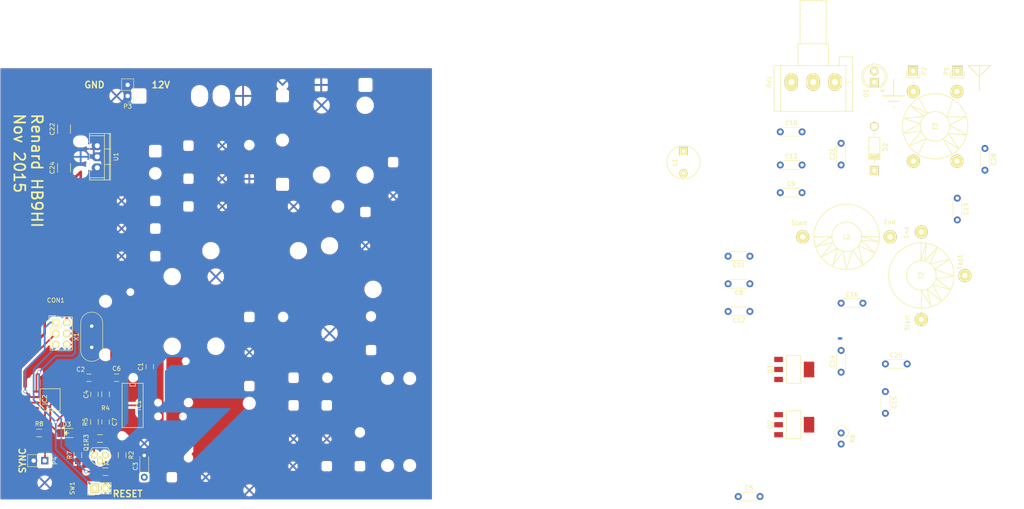
<source format=kicad_pcb>
(kicad_pcb (version 4) (host pcbnew 4.0.6)

  (general
    (links 102)
    (no_connects 57)
    (area 156.109999 24.538919 391.260001 142.35)
    (thickness 1.6)
    (drawings 20)
    (tracks 112)
    (zones 0)
    (modules 51)
    (nets 28)
  )

  (page A4)
  (layers
    (0 F.Cu signal)
    (31 B.Cu signal)
    (32 B.Adhes user)
    (33 F.Adhes user)
    (34 B.Paste user)
    (35 F.Paste user)
    (36 B.SilkS user)
    (37 F.SilkS user)
    (38 B.Mask user)
    (39 F.Mask user)
    (40 Dwgs.User user)
    (41 Cmts.User user)
    (42 Eco1.User user)
    (43 Eco2.User user)
    (44 Edge.Cuts user)
    (45 Margin user)
    (46 B.CrtYd user)
    (47 F.CrtYd user)
    (48 B.Fab user)
    (49 F.Fab user)
  )

  (setup
    (last_trace_width 0.8)
    (user_trace_width 0.4)
    (user_trace_width 0.7)
    (trace_clearance 0.4)
    (zone_clearance 0.5)
    (zone_45_only no)
    (trace_min 0.2)
    (segment_width 0.2)
    (edge_width 0.15)
    (via_size 0.8)
    (via_drill 0.6)
    (via_min_size 0.4)
    (via_min_drill 0.3)
    (user_via 5 4)
    (uvia_size 0.3)
    (uvia_drill 0.1)
    (uvias_allowed no)
    (uvia_min_size 0.2)
    (uvia_min_drill 0.1)
    (pcb_text_width 0.3)
    (pcb_text_size 1.5 1.5)
    (mod_edge_width 0.15)
    (mod_text_size 1 1)
    (mod_text_width 0.15)
    (pad_size 1.524 1.524)
    (pad_drill 0.762)
    (pad_to_mask_clearance 0.2)
    (aux_axis_origin 0 0)
    (grid_origin 189.23 120.65)
    (visible_elements FFFFFF7F)
    (pcbplotparams
      (layerselection 0x020f0_80000001)
      (usegerberextensions false)
      (excludeedgelayer true)
      (linewidth 0.150000)
      (plotframeref false)
      (viasonmask false)
      (mode 1)
      (useauxorigin false)
      (hpglpennumber 1)
      (hpglpenspeed 20)
      (hpglpendiameter 15)
      (hpglpenoverlay 2)
      (psnegative false)
      (psa4output false)
      (plotreference true)
      (plotvalue true)
      (plotinvisibletext false)
      (padsonsilk false)
      (subtractmaskfromsilk false)
      (outputformat 1)
      (mirror false)
      (drillshape 0)
      (scaleselection 1)
      (outputdirectory out))
  )

  (net 0 "")
  (net 1 VCC)
  (net 2 GND)
  (net 3 "Net-(C2-Pad1)")
  (net 4 "Net-(C6-Pad1)")
  (net 5 "Net-(C7-Pad1)")
  (net 6 "Net-(C15-Pad1)")
  (net 7 "Net-(C16-Pad2)")
  (net 8 "Net-(C19-Pad1)")
  (net 9 "Net-(C21-Pad2)")
  (net 10 "Net-(CON1-Pad1)")
  (net 11 "Net-(CON1-Pad5)")
  (net 12 "Net-(D2-Pad1)")
  (net 13 "Net-(IC1-Pad12)")
  (net 14 "Net-(IC1-Pad11)")
  (net 15 "Net-(IC1-Pad10)")
  (net 16 "Net-(Q1-Pad2)")
  (net 17 "Net-(Q1-Pad3)")
  (net 18 /schem-attiny/SYNC_n)
  (net 19 "Net-(D3-Pad2)")
  (net 20 "Net-(D3-Pad1)")
  (net 21 /schem-attiny/3V3)
  (net 22 "Net-(C28-Pad1)")
  (net 23 /PA_EMITTER)
  (net 24 /PA_COLLECTOR)
  (net 25 /CPUCLK)
  (net 26 /PTT_n)
  (net 27 "Net-(C19-Pad2)")

  (net_class Default "This is the default net class."
    (clearance 0.4)
    (trace_width 0.8)
    (via_dia 0.8)
    (via_drill 0.6)
    (uvia_dia 0.3)
    (uvia_drill 0.1)
    (add_net /CPUCLK)
    (add_net /PA_COLLECTOR)
    (add_net /PA_EMITTER)
    (add_net /PTT_n)
    (add_net /schem-attiny/3V3)
    (add_net /schem-attiny/SYNC_n)
    (add_net GND)
    (add_net "Net-(C15-Pad1)")
    (add_net "Net-(C16-Pad2)")
    (add_net "Net-(C19-Pad1)")
    (add_net "Net-(C19-Pad2)")
    (add_net "Net-(C2-Pad1)")
    (add_net "Net-(C21-Pad2)")
    (add_net "Net-(C28-Pad1)")
    (add_net "Net-(C6-Pad1)")
    (add_net "Net-(C7-Pad1)")
    (add_net "Net-(CON1-Pad1)")
    (add_net "Net-(CON1-Pad5)")
    (add_net "Net-(D2-Pad1)")
    (add_net "Net-(D3-Pad1)")
    (add_net "Net-(D3-Pad2)")
    (add_net "Net-(IC1-Pad10)")
    (add_net "Net-(IC1-Pad11)")
    (add_net "Net-(IC1-Pad12)")
    (add_net "Net-(Q1-Pad2)")
    (add_net "Net-(Q1-Pad3)")
    (add_net VCC)
  )

  (module Pin_Headers:Pin_Header_Straight_2x03 (layer F.Cu) (tedit 54EA0A4B) (tstamp 55BB7F02)
    (at 168.91 99.06)
    (descr "Through hole pin header")
    (tags "pin header")
    (path /53626AAA/539A2E37)
    (fp_text reference CON1 (at 0 -5.1) (layer F.SilkS)
      (effects (font (size 1 1) (thickness 0.15)))
    )
    (fp_text value AVR-ISP6 (at 0 -3.1) (layer F.Fab)
      (effects (font (size 1 1) (thickness 0.15)))
    )
    (fp_line (start -1.27 1.27) (end -1.27 6.35) (layer F.SilkS) (width 0.15))
    (fp_line (start -1.55 -1.55) (end 0 -1.55) (layer F.SilkS) (width 0.15))
    (fp_line (start -1.75 -1.75) (end -1.75 6.85) (layer F.CrtYd) (width 0.05))
    (fp_line (start 4.3 -1.75) (end 4.3 6.85) (layer F.CrtYd) (width 0.05))
    (fp_line (start -1.75 -1.75) (end 4.3 -1.75) (layer F.CrtYd) (width 0.05))
    (fp_line (start -1.75 6.85) (end 4.3 6.85) (layer F.CrtYd) (width 0.05))
    (fp_line (start 1.27 -1.27) (end 1.27 1.27) (layer F.SilkS) (width 0.15))
    (fp_line (start 1.27 1.27) (end -1.27 1.27) (layer F.SilkS) (width 0.15))
    (fp_line (start -1.27 6.35) (end 3.81 6.35) (layer F.SilkS) (width 0.15))
    (fp_line (start 3.81 6.35) (end 3.81 1.27) (layer F.SilkS) (width 0.15))
    (fp_line (start -1.55 -1.55) (end -1.55 0) (layer F.SilkS) (width 0.15))
    (fp_line (start 3.81 -1.27) (end 1.27 -1.27) (layer F.SilkS) (width 0.15))
    (fp_line (start 3.81 1.27) (end 3.81 -1.27) (layer F.SilkS) (width 0.15))
    (pad 1 thru_hole rect (at 0 0) (size 1.7272 1.7272) (drill 1.016) (layers *.Cu *.Mask F.SilkS)
      (net 10 "Net-(CON1-Pad1)"))
    (pad 2 thru_hole oval (at 2.54 0) (size 1.7272 1.7272) (drill 1.016) (layers *.Cu *.Mask F.SilkS)
      (net 21 /schem-attiny/3V3))
    (pad 3 thru_hole oval (at 0 2.54) (size 1.7272 1.7272) (drill 1.016) (layers *.Cu *.Mask F.SilkS)
      (net 18 /schem-attiny/SYNC_n))
    (pad 4 thru_hole oval (at 2.54 2.54) (size 1.7272 1.7272) (drill 1.016) (layers *.Cu *.Mask F.SilkS)
      (net 26 /PTT_n))
    (pad 5 thru_hole oval (at 0 5.08) (size 1.7272 1.7272) (drill 1.016) (layers *.Cu *.Mask F.SilkS)
      (net 11 "Net-(CON1-Pad5)"))
    (pad 6 thru_hole oval (at 2.54 5.08) (size 1.7272 1.7272) (drill 1.016) (layers *.Cu *.Mask F.SilkS)
      (net 2 GND))
    (model Pin_Headers.3dshapes/Pin_Header_Straight_2x03.wrl
      (at (xyz 0.05 -0.1 0))
      (scale (xyz 1 1 1))
      (rotate (xyz 0 0 90))
    )
  )

  (module LEDs:LED-5MM (layer F.Cu) (tedit 563F1E3E) (tstamp 55BB7F08)
    (at 356.87 43.815 90)
    (descr "LED 5mm round vertical")
    (tags "LED 5mm round vertical")
    (path /539A12D0)
    (fp_text reference D1 (at -2.54 -1.905 90) (layer F.SilkS)
      (effects (font (size 1 1) (thickness 0.15)))
    )
    (fp_text value LED (at 1.524 -3.937 90) (layer F.Fab)
      (effects (font (size 1 1) (thickness 0.15)))
    )
    (fp_line (start -1.5 -1.55) (end -1.5 1.55) (layer F.CrtYd) (width 0.05))
    (fp_arc (start 1.3 0) (end -1.5 1.55) (angle -302) (layer F.CrtYd) (width 0.05))
    (fp_arc (start 1.27 0) (end -1.23 -1.5) (angle 297.5) (layer F.SilkS) (width 0.15))
    (fp_line (start -1.23 1.5) (end -1.23 -1.5) (layer F.SilkS) (width 0.15))
    (fp_circle (center 1.27 0) (end 0.97 -2.5) (layer F.SilkS) (width 0.15))
    (fp_text user K (at -1.905 1.905 90) (layer F.SilkS)
      (effects (font (size 1 1) (thickness 0.15)))
    )
    (pad 1 thru_hole rect (at 0 0 180) (size 2 1.9) (drill 1.00076) (layers *.Cu *.Mask F.SilkS)
      (net 9 "Net-(C21-Pad2)"))
    (pad 2 thru_hole circle (at 2.54 0 90) (size 1.9 1.9) (drill 1.00076) (layers *.Cu *.Mask F.SilkS)
      (net 2 GND))
    (model LEDs.3dshapes/LED-5MM.wrl
      (at (xyz 0.05 0 0))
      (scale (xyz 1 1 1))
      (rotate (xyz 0 0 90))
    )
  )

  (module Diodes_ThroughHole:Diode_DO-41_SOD81_Horizontal_RM10 (layer F.Cu) (tedit 552FFCCE) (tstamp 55BB7F0E)
    (at 356.87 64.135 90)
    (descr "Diode, DO-41, SOD81, Horizontal, RM 10mm,")
    (tags "Diode, DO-41, SOD81, Horizontal, RM 10mm, 1N4007, SB140,")
    (path /539A117E)
    (fp_text reference D2 (at 5.38734 2.53746 90) (layer F.SilkS)
      (effects (font (size 1 1) (thickness 0.15)))
    )
    (fp_text value 1N4148W (at 4.37134 -3.55854 90) (layer F.Fab)
      (effects (font (size 1 1) (thickness 0.15)))
    )
    (fp_line (start 7.62 -0.00254) (end 8.636 -0.00254) (layer F.SilkS) (width 0.15))
    (fp_line (start 2.794 -0.00254) (end 1.524 -0.00254) (layer F.SilkS) (width 0.15))
    (fp_line (start 3.048 -1.27254) (end 3.048 1.26746) (layer F.SilkS) (width 0.15))
    (fp_line (start 3.302 -1.27254) (end 3.302 1.26746) (layer F.SilkS) (width 0.15))
    (fp_line (start 3.556 -1.27254) (end 3.556 1.26746) (layer F.SilkS) (width 0.15))
    (fp_line (start 2.794 -1.27254) (end 2.794 1.26746) (layer F.SilkS) (width 0.15))
    (fp_line (start 3.81 -1.27254) (end 2.54 1.26746) (layer F.SilkS) (width 0.15))
    (fp_line (start 2.54 -1.27254) (end 3.81 1.26746) (layer F.SilkS) (width 0.15))
    (fp_line (start 3.81 -1.27254) (end 3.81 1.26746) (layer F.SilkS) (width 0.15))
    (fp_line (start 3.175 -1.27254) (end 3.175 1.26746) (layer F.SilkS) (width 0.15))
    (fp_line (start 2.54 1.26746) (end 2.54 -1.27254) (layer F.SilkS) (width 0.15))
    (fp_line (start 2.54 -1.27254) (end 7.62 -1.27254) (layer F.SilkS) (width 0.15))
    (fp_line (start 7.62 -1.27254) (end 7.62 1.26746) (layer F.SilkS) (width 0.15))
    (fp_line (start 7.62 1.26746) (end 2.54 1.26746) (layer F.SilkS) (width 0.15))
    (pad 2 thru_hole circle (at 10.16 -0.00254 270) (size 1.99898 1.99898) (drill 1.27) (layers *.Cu *.Mask F.SilkS)
      (net 9 "Net-(C21-Pad2)"))
    (pad 1 thru_hole rect (at 0 -0.00254 270) (size 1.99898 1.99898) (drill 1.00076) (layers *.Cu *.Mask F.SilkS)
      (net 12 "Net-(D2-Pad1)"))
  )

  (module SMD_Packages:SOIC-14_N (layer F.Cu) (tedit 0) (tstamp 55BB7F20)
    (at 186.69 118.11 270)
    (descr "Module CMS SOJ 14 pins Large")
    (tags "CMS SOJ")
    (path /53622950)
    (attr smd)
    (fp_text reference IC1 (at 0 -1.27 270) (layer F.SilkS)
      (effects (font (size 1 1) (thickness 0.15)))
    )
    (fp_text value 4011D (at 0 1.27 270) (layer F.Fab)
      (effects (font (size 1 1) (thickness 0.15)))
    )
    (fp_line (start 5.08 -2.286) (end 5.08 2.54) (layer F.SilkS) (width 0.15))
    (fp_line (start 5.08 2.54) (end -5.08 2.54) (layer F.SilkS) (width 0.15))
    (fp_line (start -5.08 2.54) (end -5.08 -2.286) (layer F.SilkS) (width 0.15))
    (fp_line (start -5.08 -2.286) (end 5.08 -2.286) (layer F.SilkS) (width 0.15))
    (fp_line (start -5.08 -0.508) (end -4.445 -0.508) (layer F.SilkS) (width 0.15))
    (fp_line (start -4.445 -0.508) (end -4.445 0.762) (layer F.SilkS) (width 0.15))
    (fp_line (start -4.445 0.762) (end -5.08 0.762) (layer F.SilkS) (width 0.15))
    (pad 1 smd rect (at -3.81 3.302 270) (size 0.508 1.143) (layers F.Cu F.Paste F.Mask)
      (net 4 "Net-(C6-Pad1)"))
    (pad 2 smd rect (at -2.54 3.302 270) (size 0.508 1.143) (layers F.Cu F.Paste F.Mask)
      (net 4 "Net-(C6-Pad1)"))
    (pad 3 smd rect (at -1.27 3.302 270) (size 0.508 1.143) (layers F.Cu F.Paste F.Mask)
      (net 25 /CPUCLK))
    (pad 4 smd rect (at 0 3.302 270) (size 0.508 1.143) (layers F.Cu F.Paste F.Mask)
      (net 13 "Net-(IC1-Pad12)"))
    (pad 5 smd rect (at 1.27 3.302 270) (size 0.508 1.143) (layers F.Cu F.Paste F.Mask)
      (net 25 /CPUCLK))
    (pad 6 smd rect (at 2.54 3.302 270) (size 0.508 1.143) (layers F.Cu F.Paste F.Mask)
      (net 5 "Net-(C7-Pad1)"))
    (pad 7 smd rect (at 3.81 3.302 270) (size 0.508 1.143) (layers F.Cu F.Paste F.Mask)
      (net 2 GND))
    (pad 8 smd rect (at 3.81 -3.048 270) (size 0.508 1.143) (layers F.Cu F.Paste F.Mask)
      (net 13 "Net-(IC1-Pad12)"))
    (pad 9 smd rect (at 2.54 -3.048 270) (size 0.508 1.143) (layers F.Cu F.Paste F.Mask)
      (net 13 "Net-(IC1-Pad12)"))
    (pad 11 smd rect (at 0 -3.048 270) (size 0.508 1.143) (layers F.Cu F.Paste F.Mask)
      (net 14 "Net-(IC1-Pad11)"))
    (pad 12 smd rect (at -1.27 -3.048 270) (size 0.508 1.143) (layers F.Cu F.Paste F.Mask)
      (net 13 "Net-(IC1-Pad12)"))
    (pad 13 smd rect (at -2.54 -3.048 270) (size 0.508 1.143) (layers F.Cu F.Paste F.Mask)
      (net 13 "Net-(IC1-Pad12)"))
    (pad 14 smd rect (at -3.81 -3.048 270) (size 0.508 1.143) (layers F.Cu F.Paste F.Mask)
      (net 1 VCC))
    (pad 10 smd rect (at 1.27 -3.048 270) (size 0.508 1.143) (layers F.Cu F.Paste F.Mask)
      (net 15 "Net-(IC1-Pad10)"))
    (model SMD_Packages.3dshapes/SOIC-14_N.wrl
      (at (xyz 0 0 0))
      (scale (xyz 0.5 0.4 0.5))
      (rotate (xyz 0 0 0))
    )
  )

  (module Inductors:INDUCTOR_V (layer F.Cu) (tedit 0) (tstamp 55BB7F32)
    (at 313.055 62.23 270)
    (descr "Inductor (vertical)")
    (tags INDUCTOR)
    (path /5399F83D)
    (fp_text reference L1 (at 0 1.99898 270) (layer F.SilkS)
      (effects (font (size 1 1) (thickness 0.15)))
    )
    (fp_text value RFC (at 0.09906 -1.99898 270) (layer F.Fab)
      (effects (font (size 1 1) (thickness 0.15)))
    )
    (fp_circle (center 0 0) (end 3.81 0) (layer F.SilkS) (width 0.15))
    (pad 1 thru_hole rect (at -2.54 0 270) (size 1.905 1.905) (drill 0.8128) (layers *.Cu *.Mask F.SilkS)
      (net 1 VCC))
    (pad 2 thru_hole circle (at 2.54 0 270) (size 1.905 1.905) (drill 0.8128) (layers *.Cu *.Mask F.SilkS)
      (net 24 /PA_COLLECTOR))
    (model Inductors.3dshapes/INDUCTOR_V.wrl
      (at (xyz 0 0 0))
      (scale (xyz 2 2 2))
      (rotate (xyz 0 0 0))
    )
  )

  (module Choke_Toroid_ThroughHole:Choke_Toroid_horizontal_Diameter14mm_Amidon-T50 (layer F.Cu) (tedit 0) (tstamp 55BB7F38)
    (at 350.52 79.375)
    (descr "Choke, Inductance, Toroid, horizontal, laying, Diameter 14mm, Amidon T50,")
    (tags "Choke, Inductance, Toroid, horizontal, laying, Diameter 14mm, Amidon T50,")
    (path /539A0043)
    (fp_text reference L2 (at 0 0) (layer F.SilkS)
      (effects (font (size 1 1) (thickness 0.15)))
    )
    (fp_text value 30t (at 0 10.16) (layer F.Fab)
      (effects (font (size 1 1) (thickness 0.15)))
    )
    (fp_line (start -7.50062 0) (end -3.50012 0) (layer F.SilkS) (width 0.15))
    (fp_line (start -3.50012 0) (end -7.00024 2.19964) (layer F.SilkS) (width 0.15))
    (fp_line (start -7.00024 2.19964) (end -3.2004 1.30048) (layer F.SilkS) (width 0.15))
    (fp_line (start -3.2004 1.30048) (end -5.79882 4.59994) (layer F.SilkS) (width 0.15))
    (fp_line (start -5.79882 4.59994) (end -2.10058 2.60096) (layer F.SilkS) (width 0.15))
    (fp_line (start -2.10058 2.60096) (end -3.2004 6.59892) (layer F.SilkS) (width 0.15))
    (fp_line (start -3.2004 6.59892) (end -0.8001 3.29946) (layer F.SilkS) (width 0.15))
    (fp_line (start -0.8001 3.29946) (end -0.09906 7.39902) (layer F.SilkS) (width 0.15))
    (fp_line (start -0.09906 7.39902) (end 1.39954 3.0988) (layer F.SilkS) (width 0.15))
    (fp_line (start 1.39954 3.0988) (end 3.70078 6.4008) (layer F.SilkS) (width 0.15))
    (fp_line (start 3.70078 6.4008) (end 2.70002 1.99898) (layer F.SilkS) (width 0.15))
    (fp_line (start 2.70002 1.99898) (end 6.49986 3.70078) (layer F.SilkS) (width 0.15))
    (fp_line (start 6.49986 3.70078) (end 3.29946 0.8001) (layer F.SilkS) (width 0.15))
    (fp_line (start 3.29946 0.8001) (end 7.39902 1.09982) (layer F.SilkS) (width 0.15))
    (fp_line (start 7.39902 1.09982) (end 3.40106 -0.09906) (layer F.SilkS) (width 0.15))
    (fp_line (start 3.40106 -0.09906) (end 7.50062 0) (layer F.SilkS) (width 0.15))
    (fp_circle (center 0 0) (end 3.40106 0) (layer F.SilkS) (width 0.15))
    (fp_circle (center 0 0) (end 7.50062 0) (layer F.SilkS) (width 0.15))
    (fp_text user End (at 9.90092 -3.40106) (layer F.SilkS)
      (effects (font (size 1 1) (thickness 0.15)))
    )
    (fp_text user Start (at -10.89914 -3.2004) (layer F.SilkS)
      (effects (font (size 1 1) (thickness 0.15)))
    )
    (pad 1 thru_hole circle (at -10.09904 0) (size 2.99974 2.99974) (drill 1.19888) (layers *.Cu *.Mask F.SilkS)
      (net 7 "Net-(C16-Pad2)"))
    (pad 2 thru_hole circle (at 9.99998 0) (size 2.99974 2.99974) (drill 1.19888) (layers *.Cu *.Mask F.SilkS)
      (net 6 "Net-(C15-Pad1)"))
  )

  (module Socket_Strips:Socket_Strip_Straight_1x01 (layer F.Cu) (tedit 563F2372) (tstamp 55BB7F3D)
    (at 375.92 41.275 90)
    (descr "Through hole socket strip")
    (tags "socket strip")
    (path /539A0E4C)
    (fp_text reference P1 (at 0 -2.54 90) (layer F.SilkS)
      (effects (font (size 1 1) (thickness 0.15)))
    )
    (fp_text value ANT_P (at -5.08 -3.175 90) (layer F.Fab)
      (effects (font (size 1 1) (thickness 0.15)))
    )
    (fp_line (start -1.75 -1.75) (end -1.75 1.75) (layer F.CrtYd) (width 0.05))
    (fp_line (start 1.75 -1.75) (end 1.75 1.75) (layer F.CrtYd) (width 0.05))
    (fp_line (start -1.75 -1.75) (end 1.75 -1.75) (layer F.CrtYd) (width 0.05))
    (fp_line (start -1.75 1.75) (end 1.75 1.75) (layer F.CrtYd) (width 0.05))
    (fp_line (start 1.27 1.27) (end 1.27 -1.27) (layer F.SilkS) (width 0.15))
    (fp_line (start -1.55 -1.55) (end 0 -1.55) (layer F.SilkS) (width 0.15))
    (fp_line (start -1.55 -1.55) (end -1.55 1.55) (layer F.SilkS) (width 0.15))
    (fp_line (start -1.55 1.55) (end 0 1.55) (layer F.SilkS) (width 0.15))
    (pad 1 thru_hole rect (at 0 0 90) (size 2.2352 2.2352) (drill 1.016) (layers *.Cu *.Mask F.SilkS)
      (net 22 "Net-(C28-Pad1)"))
    (model Socket_Strips.3dshapes/Socket_Strip_Straight_1x01.wrl
      (at (xyz 0 0 0))
      (scale (xyz 1 1 1))
      (rotate (xyz 0 0 180))
    )
  )

  (module Socket_Strips:Socket_Strip_Straight_1x01 (layer F.Cu) (tedit 563F2370) (tstamp 55BB7F42)
    (at 365.76 41.275 90)
    (descr "Through hole socket strip")
    (tags "socket strip")
    (path /539A0E5F)
    (fp_text reference P2 (at 0 2.54 90) (layer F.SilkS)
      (effects (font (size 1 1) (thickness 0.15)))
    )
    (fp_text value ANT_N (at -5.08 3.175 90) (layer F.Fab)
      (effects (font (size 1 1) (thickness 0.15)))
    )
    (fp_line (start -1.75 -1.75) (end -1.75 1.75) (layer F.CrtYd) (width 0.05))
    (fp_line (start 1.75 -1.75) (end 1.75 1.75) (layer F.CrtYd) (width 0.05))
    (fp_line (start -1.75 -1.75) (end 1.75 -1.75) (layer F.CrtYd) (width 0.05))
    (fp_line (start -1.75 1.75) (end 1.75 1.75) (layer F.CrtYd) (width 0.05))
    (fp_line (start 1.27 1.27) (end 1.27 -1.27) (layer F.SilkS) (width 0.15))
    (fp_line (start -1.55 -1.55) (end 0 -1.55) (layer F.SilkS) (width 0.15))
    (fp_line (start -1.55 -1.55) (end -1.55 1.55) (layer F.SilkS) (width 0.15))
    (fp_line (start -1.55 1.55) (end 0 1.55) (layer F.SilkS) (width 0.15))
    (pad 1 thru_hole rect (at 0 0 90) (size 2.2352 2.2352) (drill 1.016) (layers *.Cu *.Mask F.SilkS)
      (net 27 "Net-(C19-Pad2)"))
    (model Socket_Strips.3dshapes/Socket_Strip_Straight_1x01.wrl
      (at (xyz 0 0 0))
      (scale (xyz 1 1 1))
      (rotate (xyz 0 0 180))
    )
  )

  (module Housings_TO-92:TO-92_Molded_Narrow_Oval (layer F.Cu) (tedit 563F1E6B) (tstamp 55BB7F49)
    (at 180.34 129.54 180)
    (descr "TO-92 leads molded, narrow, oval pads, drill 0.8mm (see NXP sot054_po.pdf)")
    (tags "to-92 sc-43 sc-43a sot54 PA33 transistor")
    (path /536272F0)
    (fp_text reference Q1 (at 4.445 1.905 270) (layer F.SilkS)
      (effects (font (size 1 1) (thickness 0.15)))
    )
    (fp_text value 2N2907 (at 0 3 360) (layer F.Fab)
      (effects (font (size 1 1) (thickness 0.15)))
    )
    (fp_line (start -1.4 1.95) (end -1.4 -2.65) (layer F.CrtYd) (width 0.05))
    (fp_line (start -1.4 1.95) (end 3.95 1.95) (layer F.CrtYd) (width 0.05))
    (fp_line (start -0.43 1.7) (end 2.97 1.7) (layer F.SilkS) (width 0.15))
    (fp_arc (start 1.27 0) (end 1.27 -2.4) (angle -135) (layer F.SilkS) (width 0.15))
    (fp_arc (start 1.27 0) (end 1.27 -2.4) (angle 135) (layer F.SilkS) (width 0.15))
    (fp_line (start -1.4 -2.65) (end 3.95 -2.65) (layer F.CrtYd) (width 0.05))
    (fp_line (start 3.95 1.95) (end 3.95 -2.65) (layer F.CrtYd) (width 0.05))
    (pad 2 thru_hole oval (at 1.27 -1.27 270) (size 1.80086 1.30048) (drill 0.8) (layers *.Cu *.Mask F.SilkS)
      (net 16 "Net-(Q1-Pad2)"))
    (pad 1 thru_hole oval (at 0 0 225) (size 1.30048 1.80086) (drill 0.8) (layers *.Cu *.Mask F.SilkS)
      (net 1 VCC))
    (pad 3 thru_hole oval (at 2.54 0 225) (size 1.80086 1.30048) (drill 0.8) (layers *.Cu *.Mask F.SilkS)
      (net 17 "Net-(Q1-Pad3)"))
    (model Housings_TO-92.3dshapes/TO-92_Molded_Narrow_Oval.wrl
      (at (xyz 0.05 0 0))
      (scale (xyz 1 1 1))
      (rotate (xyz 0 0 -90))
    )
  )

  (module Potentiometers:Potentiometer_Alps-RK16-single_largePads (layer F.Cu) (tedit 563F2368) (tstamp 55BB7F82)
    (at 337.82 43.815 90)
    (descr "Potentiometer, Alps, RK16, single, large Pads, RevA, 30 July 2010,")
    (tags "Potentiometer, Alps, RK16, single, large Pads, RevA, 30 July 2010,")
    (path /539A11ED)
    (fp_text reference RV1 (at 0 -5.08 90) (layer F.SilkS)
      (effects (font (size 1 1) (thickness 0.15)))
    )
    (fp_text value 2k (at 0 16.43126 90) (layer F.Fab)
      (effects (font (size 1 1) (thickness 0.15)))
    )
    (fp_line (start 0 14.00048) (end -6.70052 14.00048) (layer F.SilkS) (width 0.15))
    (fp_line (start -6.70052 14.00048) (end -6.70052 12.40028) (layer F.SilkS) (width 0.15))
    (fp_line (start 3.79984 -2.49936) (end 3.79984 -3.99796) (layer F.SilkS) (width 0.15))
    (fp_line (start 3.79984 -3.99796) (end -6.70052 -3.99796) (layer F.SilkS) (width 0.15))
    (fp_line (start -6.70052 -3.99796) (end -6.70052 -2.49936) (layer F.SilkS) (width 0.15))
    (fp_line (start 3.79984 11.00074) (end 5.79882 11.00074) (layer F.SilkS) (width 0.15))
    (fp_line (start 5.79882 11.00074) (end 5.79882 14.00048) (layer F.SilkS) (width 0.15))
    (fp_line (start 5.79882 14.00048) (end 0 14.00048) (layer F.SilkS) (width 0.15))
    (fp_line (start 0 14.00048) (end 0 12.50188) (layer F.SilkS) (width 0.15))
    (fp_line (start 8.8011 2.00152) (end 18.80108 2.00152) (layer F.SilkS) (width 0.15))
    (fp_line (start 18.80108 2.00152) (end 18.80108 8.001) (layer F.SilkS) (width 0.15))
    (fp_line (start 18.80108 8.001) (end 8.8011 8.001) (layer F.SilkS) (width 0.15))
    (fp_line (start 3.79984 1.50114) (end 8.8011 1.50114) (layer F.SilkS) (width 0.15))
    (fp_line (start 8.8011 1.50114) (end 8.8011 8.50138) (layer F.SilkS) (width 0.15))
    (fp_line (start 8.8011 8.50138) (end 3.79984 8.50138) (layer F.SilkS) (width 0.15))
    (fp_line (start 3.79984 -2.49936) (end -6.70052 -2.49936) (layer F.SilkS) (width 0.15))
    (fp_line (start -6.70052 -2.49936) (end -6.70052 12.50188) (layer F.SilkS) (width 0.15))
    (fp_line (start -6.70052 12.50188) (end 3.79984 12.50188) (layer F.SilkS) (width 0.15))
    (fp_line (start 3.79984 12.50188) (end 3.79984 -2.49936) (layer F.SilkS) (width 0.15))
    (pad 2 thru_hole oval (at 0 5.00126 90) (size 4.0005 2.99974) (drill 1.39954) (layers *.Cu *.Mask F.SilkS)
      (net 9 "Net-(C21-Pad2)"))
    (pad 3 thru_hole oval (at 0 10.00252 90) (size 4.0005 2.99974) (drill 1.39954) (layers *.Cu *.Mask F.SilkS)
      (net 2 GND))
    (pad 1 thru_hole oval (at 0 0 90) (size 4.0005 2.99974) (drill 1.39954) (layers *.Cu *.Mask F.SilkS)
      (net 9 "Net-(C21-Pad2)"))
  )

  (module Choke_Toroid_ThroughHole:Autotransformer_Toroid_Horizontal_1Tap_Diameter14mm_Amidon-T50 (layer F.Cu) (tedit 563F1E98) (tstamp 55BB7F97)
    (at 367.665 88.265 90)
    (descr "Choke, Inductance, Autotransformer, Toroid, horizontal, laying, 1 Tap, Diameter 14mm, Amidon T50,")
    (tags "Choke, Inductance, Autotransformer, Toroid, horizontal, laying, 1 Tap, Diameter 14mm, Amidon T50,")
    (path /539A0B35)
    (fp_text reference T2 (at 0 0 90) (layer F.SilkS)
      (effects (font (size 1 1) (thickness 0.15)))
    )
    (fp_text value "65t/3t T44-2" (at 0 13.97 90) (layer F.Fab)
      (effects (font (size 1 1) (thickness 0.15)))
    )
    (fp_line (start -7.50062 0) (end -3.50012 0) (layer F.SilkS) (width 0.15))
    (fp_line (start -3.50012 0) (end -7.00024 2.19964) (layer F.SilkS) (width 0.15))
    (fp_line (start -7.00024 2.19964) (end -3.2004 1.30048) (layer F.SilkS) (width 0.15))
    (fp_line (start -3.2004 1.30048) (end -5.79882 4.59994) (layer F.SilkS) (width 0.15))
    (fp_line (start -5.79882 4.59994) (end -2.10058 2.60096) (layer F.SilkS) (width 0.15))
    (fp_line (start -2.10058 2.60096) (end -3.2004 6.59892) (layer F.SilkS) (width 0.15))
    (fp_line (start -3.2004 6.59892) (end -0.8001 3.29946) (layer F.SilkS) (width 0.15))
    (fp_line (start -0.8001 3.29946) (end -0.09906 7.39902) (layer F.SilkS) (width 0.15))
    (fp_line (start -0.09906 7.39902) (end 1.39954 3.0988) (layer F.SilkS) (width 0.15))
    (fp_line (start 1.39954 3.0988) (end 3.70078 6.4008) (layer F.SilkS) (width 0.15))
    (fp_line (start 3.70078 6.4008) (end 2.70002 1.99898) (layer F.SilkS) (width 0.15))
    (fp_line (start 2.70002 1.99898) (end 6.49986 3.70078) (layer F.SilkS) (width 0.15))
    (fp_line (start 6.49986 3.70078) (end 3.29946 0.8001) (layer F.SilkS) (width 0.15))
    (fp_line (start 3.29946 0.8001) (end 7.39902 1.09982) (layer F.SilkS) (width 0.15))
    (fp_line (start 7.39902 1.09982) (end 3.40106 -0.09906) (layer F.SilkS) (width 0.15))
    (fp_line (start 3.40106 -0.09906) (end 7.50062 0) (layer F.SilkS) (width 0.15))
    (fp_circle (center 0 0) (end 3.40106 0) (layer F.SilkS) (width 0.15))
    (fp_circle (center 0 0) (end 7.50062 0) (layer F.SilkS) (width 0.15))
    (fp_text user Tap1 (at 3.175 8.89 90) (layer F.SilkS)
      (effects (font (size 1 1) (thickness 0.15)))
    )
    (fp_text user End (at 9.90092 -3.40106 90) (layer F.SilkS)
      (effects (font (size 1 1) (thickness 0.15)))
    )
    (fp_text user Start (at -10.89914 -3.2004 90) (layer F.SilkS)
      (effects (font (size 1 1) (thickness 0.15)))
    )
    (pad 1 thru_hole circle (at -10.09904 0 90) (size 2.99974 2.99974) (drill 1.19888) (layers *.Cu *.Mask F.SilkS)
      (net 27 "Net-(C19-Pad2)"))
    (pad 2 thru_hole circle (at 0 9.99998 90) (size 2.99974 2.99974) (drill 1.19888) (layers *.Cu *.Mask F.SilkS)
      (net 6 "Net-(C15-Pad1)"))
    (pad 3 thru_hole circle (at 9.99998 0 90) (size 2.99974 2.99974) (drill 1.19888) (layers *.Cu *.Mask F.SilkS)
      (net 8 "Net-(C19-Pad1)"))
  )

  (module Choke_Toroid_ThroughHole:Transformer_Toroid_Horizontal_Diameter14mm_Amidon-T50 (layer F.Cu) (tedit 0) (tstamp 55BB7F9F)
    (at 370.84 53.975 90)
    (descr "Transformer, Toroid, horizontal, laying, Diameter 14mm, Amidon T50,")
    (tags "Transformer, Toroid, horizontal, laying, Diameter 14mm, Amidon T50,")
    (path /539A0D5E)
    (fp_text reference T3 (at 0 0 90) (layer F.SilkS)
      (effects (font (size 1 1) (thickness 0.15)))
    )
    (fp_text value 2t/24t (at 0 13.97 90) (layer F.Fab)
      (effects (font (size 1 1) (thickness 0.15)))
    )
    (fp_line (start -6.4008 3.8989) (end -2.99974 1.89992) (layer F.SilkS) (width 0.15))
    (fp_line (start -2.99974 1.89992) (end -5.10032 5.40004) (layer F.SilkS) (width 0.15))
    (fp_line (start -5.10032 5.40004) (end -1.69926 3.0988) (layer F.SilkS) (width 0.15))
    (fp_line (start -1.69926 3.0988) (end -1.99898 7.2009) (layer F.SilkS) (width 0.15))
    (fp_line (start -1.99898 7.2009) (end 0.29972 3.40106) (layer F.SilkS) (width 0.15))
    (fp_line (start 0.29972 3.40106) (end 2.19964 7.00024) (layer F.SilkS) (width 0.15))
    (fp_line (start 2.19964 7.00024) (end 2.19964 2.70002) (layer F.SilkS) (width 0.15))
    (fp_line (start 2.19964 2.70002) (end 5.90042 4.0005) (layer F.SilkS) (width 0.15))
    (fp_line (start 5.90042 4.0005) (end 6.20014 4.09956) (layer F.SilkS) (width 0.15))
    (fp_line (start -6.4008 -3.8989) (end -2.79908 -1.99898) (layer F.SilkS) (width 0.15))
    (fp_line (start -2.79908 -1.99898) (end -4.50088 -5.99948) (layer F.SilkS) (width 0.15))
    (fp_line (start -4.50088 -5.99948) (end -1.09982 -3.2004) (layer F.SilkS) (width 0.15))
    (fp_line (start -1.09982 -3.2004) (end -1.6002 -7.29996) (layer F.SilkS) (width 0.15))
    (fp_line (start -1.6002 -7.29996) (end 0.59944 -3.50012) (layer F.SilkS) (width 0.15))
    (fp_line (start 0.59944 -3.50012) (end 1.80086 -7.0993) (layer F.SilkS) (width 0.15))
    (fp_line (start 1.80086 -7.0993) (end 2.30124 -2.60096) (layer F.SilkS) (width 0.15))
    (fp_line (start 2.30124 -2.60096) (end 4.8006 -5.6007) (layer F.SilkS) (width 0.15))
    (fp_line (start 4.8006 -5.6007) (end 2.99974 -1.69926) (layer F.SilkS) (width 0.15))
    (fp_line (start 2.99974 -1.69926) (end 6.2992 -3.70078) (layer F.SilkS) (width 0.15))
    (fp_circle (center 0 0) (end 3.40106 0) (layer F.SilkS) (width 0.15))
    (fp_circle (center 0 0) (end 7.50062 0) (layer F.SilkS) (width 0.15))
    (pad 1 thru_hole circle (at -8.001 5.00126 90) (size 2.99974 2.99974) (drill 1.19888) (layers *.Cu *.Mask F.SilkS)
      (net 8 "Net-(C19-Pad1)"))
    (pad 2 thru_hole circle (at 8.001 5.00126 90) (size 2.99974 2.99974) (drill 1.19888) (layers *.Cu *.Mask F.SilkS)
      (net 22 "Net-(C28-Pad1)"))
    (pad 3 thru_hole circle (at -8.001 -5.00126 90) (size 2.99974 2.99974) (drill 1.19888) (layers *.Cu *.Mask F.SilkS)
      (net 12 "Net-(D2-Pad1)"))
    (pad 4 thru_hole circle (at 8.001 -5.00126 90) (size 2.99974 2.99974) (drill 1.19888) (layers *.Cu *.Mask F.SilkS)
      (net 2 GND))
  )

  (module renard:SOT223 (layer F.Cu) (tedit 56220A4D) (tstamp 56220CC9)
    (at 335.28 122.555 270)
    (path /53627FE6)
    (fp_text reference Q2 (at 0 2.3 270) (layer F.SilkS)
      (effects (font (size 1 1) (thickness 0.15)))
    )
    (fp_text value BCP54-16 (at 0 -3 270) (layer F.Fab)
      (effects (font (size 1 1) (thickness 0.15)))
    )
    (fp_line (start -3.2 -4.7) (end 3.2 -4.7) (layer F.SilkS) (width 0.15))
    (fp_line (start 3.2 -4.7) (end 3.2 -1.4) (layer F.SilkS) (width 0.15))
    (fp_line (start 3.2 -1.4) (end -3.2 -1.4) (layer F.SilkS) (width 0.15))
    (fp_line (start -3.2 -1.4) (end -3.2 -4.7) (layer F.SilkS) (width 0.15))
    (pad 3 smd rect (at 0 -6.6 270) (size 3.6 2.4) (layers F.Cu F.Paste F.Mask)
      (net 24 /PA_COLLECTOR))
    (pad 1 smd rect (at 2.3 0.4 270) (size 1.2 2) (layers F.Cu F.Paste F.Mask)
      (net 23 /PA_EMITTER))
    (pad 3 smd rect (at 0 0.4 270) (size 1.2 2) (layers F.Cu F.Paste F.Mask)
      (net 24 /PA_COLLECTOR))
    (pad 2 smd rect (at -2.3 0.4 270) (size 1.2 2) (layers F.Cu F.Paste F.Mask)
      (net 15 "Net-(IC1-Pad10)"))
  )

  (module renard:SOT223 (layer F.Cu) (tedit 56220A4D) (tstamp 56220CD4)
    (at 335.28 109.855 270)
    (path /53628011)
    (fp_text reference Q3 (at 0 2.3 270) (layer F.SilkS)
      (effects (font (size 1 1) (thickness 0.15)))
    )
    (fp_text value BCP54-16 (at 0 -3 270) (layer F.Fab)
      (effects (font (size 1 1) (thickness 0.15)))
    )
    (fp_line (start -3.2 -4.7) (end 3.2 -4.7) (layer F.SilkS) (width 0.15))
    (fp_line (start 3.2 -4.7) (end 3.2 -1.4) (layer F.SilkS) (width 0.15))
    (fp_line (start 3.2 -1.4) (end -3.2 -1.4) (layer F.SilkS) (width 0.15))
    (fp_line (start -3.2 -1.4) (end -3.2 -4.7) (layer F.SilkS) (width 0.15))
    (pad 3 smd rect (at 0 -6.6 270) (size 3.6 2.4) (layers F.Cu F.Paste F.Mask)
      (net 24 /PA_COLLECTOR))
    (pad 1 smd rect (at 2.3 0.4 270) (size 1.2 2) (layers F.Cu F.Paste F.Mask)
      (net 23 /PA_EMITTER))
    (pad 3 smd rect (at 0 0.4 270) (size 1.2 2) (layers F.Cu F.Paste F.Mask)
      (net 24 /PA_COLLECTOR))
    (pad 2 smd rect (at -2.3 0.4 270) (size 1.2 2) (layers F.Cu F.Paste F.Mask)
      (net 14 "Net-(IC1-Pad11)"))
  )

  (module Capacitors_SMD:C_1210_HandSoldering (layer F.Cu) (tedit 541A9C39) (tstamp 56220E7D)
    (at 170.815 54.61 90)
    (descr "Capacitor SMD 1210, hand soldering")
    (tags "capacitor 1210")
    (path /53626AAA/539A2349)
    (attr smd)
    (fp_text reference C22 (at 0 -2.7 90) (layer F.SilkS)
      (effects (font (size 1 1) (thickness 0.15)))
    )
    (fp_text value 2.2uF (at 0 2.7 90) (layer F.Fab)
      (effects (font (size 1 1) (thickness 0.15)))
    )
    (fp_line (start -3.3 -1.6) (end 3.3 -1.6) (layer F.CrtYd) (width 0.05))
    (fp_line (start -3.3 1.6) (end 3.3 1.6) (layer F.CrtYd) (width 0.05))
    (fp_line (start -3.3 -1.6) (end -3.3 1.6) (layer F.CrtYd) (width 0.05))
    (fp_line (start 3.3 -1.6) (end 3.3 1.6) (layer F.CrtYd) (width 0.05))
    (fp_line (start 1 -1.475) (end -1 -1.475) (layer F.SilkS) (width 0.15))
    (fp_line (start -1 1.475) (end 1 1.475) (layer F.SilkS) (width 0.15))
    (pad 1 smd rect (at -2 0 90) (size 2 2.5) (layers F.Cu F.Paste F.Mask)
      (net 1 VCC))
    (pad 2 smd rect (at 2 0 90) (size 2 2.5) (layers F.Cu F.Paste F.Mask)
      (net 2 GND))
    (model Capacitors_SMD.3dshapes/C_1210_HandSoldering.wrl
      (at (xyz 0 0 0))
      (scale (xyz 1 1 1))
      (rotate (xyz 0 0 0))
    )
  )

  (module Capacitors_SMD:C_1210_HandSoldering (layer F.Cu) (tedit 541A9C39) (tstamp 56220E87)
    (at 170.815 63.5 90)
    (descr "Capacitor SMD 1210, hand soldering")
    (tags "capacitor 1210")
    (path /53626AAA/539A239E)
    (attr smd)
    (fp_text reference C24 (at 0 -2.7 90) (layer F.SilkS)
      (effects (font (size 1 1) (thickness 0.15)))
    )
    (fp_text value 2.2uF (at 0 2.7 90) (layer F.Fab)
      (effects (font (size 1 1) (thickness 0.15)))
    )
    (fp_line (start -3.3 -1.6) (end 3.3 -1.6) (layer F.CrtYd) (width 0.05))
    (fp_line (start -3.3 1.6) (end 3.3 1.6) (layer F.CrtYd) (width 0.05))
    (fp_line (start -3.3 -1.6) (end -3.3 1.6) (layer F.CrtYd) (width 0.05))
    (fp_line (start 3.3 -1.6) (end 3.3 1.6) (layer F.CrtYd) (width 0.05))
    (fp_line (start 1 -1.475) (end -1 -1.475) (layer F.SilkS) (width 0.15))
    (fp_line (start -1 1.475) (end 1 1.475) (layer F.SilkS) (width 0.15))
    (pad 1 smd rect (at -2 0 90) (size 2 2.5) (layers F.Cu F.Paste F.Mask)
      (net 21 /schem-attiny/3V3))
    (pad 2 smd rect (at 2 0 90) (size 2 2.5) (layers F.Cu F.Paste F.Mask)
      (net 2 GND))
    (model Capacitors_SMD.3dshapes/C_1210_HandSoldering.wrl
      (at (xyz 0 0 0))
      (scale (xyz 1 1 1))
      (rotate (xyz 0 0 0))
    )
  )

  (module LEDs:LED-1206 (layer F.Cu) (tedit 55BDE2E8) (tstamp 56220E91)
    (at 171.45 124.46)
    (descr "LED 1206 smd package")
    (tags "LED1206 SMD")
    (path /53626AAA/5623510D)
    (attr smd)
    (fp_text reference D3 (at 0 -2) (layer F.SilkS)
      (effects (font (size 1 1) (thickness 0.15)))
    )
    (fp_text value LED (at 0 2) (layer F.Fab)
      (effects (font (size 1 1) (thickness 0.15)))
    )
    (fp_line (start -2.15 1.05) (end 1.45 1.05) (layer F.SilkS) (width 0.15))
    (fp_line (start -2.15 -1.05) (end 1.45 -1.05) (layer F.SilkS) (width 0.15))
    (fp_line (start -0.1 -0.3) (end -0.1 0.3) (layer F.SilkS) (width 0.15))
    (fp_line (start -0.1 0.3) (end -0.4 0) (layer F.SilkS) (width 0.15))
    (fp_line (start -0.4 0) (end -0.2 -0.2) (layer F.SilkS) (width 0.15))
    (fp_line (start -0.2 -0.2) (end -0.2 0.05) (layer F.SilkS) (width 0.15))
    (fp_line (start -0.2 0.05) (end -0.25 0) (layer F.SilkS) (width 0.15))
    (fp_line (start -0.5 -0.5) (end -0.5 0.5) (layer F.SilkS) (width 0.15))
    (fp_line (start 0 0) (end 0.5 0) (layer F.SilkS) (width 0.15))
    (fp_line (start -0.5 0) (end 0 -0.5) (layer F.SilkS) (width 0.15))
    (fp_line (start 0 -0.5) (end 0 0.5) (layer F.SilkS) (width 0.15))
    (fp_line (start 0 0.5) (end -0.5 0) (layer F.SilkS) (width 0.15))
    (fp_line (start 2.5 -1.25) (end -2.5 -1.25) (layer F.CrtYd) (width 0.05))
    (fp_line (start -2.5 -1.25) (end -2.5 1.25) (layer F.CrtYd) (width 0.05))
    (fp_line (start -2.5 1.25) (end 2.5 1.25) (layer F.CrtYd) (width 0.05))
    (fp_line (start 2.5 1.25) (end 2.5 -1.25) (layer F.CrtYd) (width 0.05))
    (pad 2 smd rect (at 1.41986 0 180) (size 1.59766 1.80086) (layers F.Cu F.Paste F.Mask)
      (net 19 "Net-(D3-Pad2)"))
    (pad 1 smd rect (at -1.41986 0 180) (size 1.59766 1.80086) (layers F.Cu F.Paste F.Mask)
      (net 20 "Net-(D3-Pad1)"))
  )

  (module Resistors_SMD:R_0805_HandSoldering (layer F.Cu) (tedit 563F1E6D) (tstamp 56220EA3)
    (at 173.99 129.54 270)
    (descr "Resistor SMD 0805, hand soldering")
    (tags "resistor 0805")
    (path /53626AAA/562355A2)
    (attr smd)
    (fp_text reference R7 (at 0 1.905 270) (layer F.SilkS)
      (effects (font (size 1 1) (thickness 0.15)))
    )
    (fp_text value R (at 0 2.1 270) (layer F.Fab)
      (effects (font (size 1 1) (thickness 0.15)))
    )
    (fp_line (start -2.4 -1) (end 2.4 -1) (layer F.CrtYd) (width 0.05))
    (fp_line (start -2.4 1) (end 2.4 1) (layer F.CrtYd) (width 0.05))
    (fp_line (start -2.4 -1) (end -2.4 1) (layer F.CrtYd) (width 0.05))
    (fp_line (start 2.4 -1) (end 2.4 1) (layer F.CrtYd) (width 0.05))
    (fp_line (start 0.6 0.875) (end -0.6 0.875) (layer F.SilkS) (width 0.15))
    (fp_line (start -0.6 -0.875) (end 0.6 -0.875) (layer F.SilkS) (width 0.15))
    (pad 1 smd rect (at -1.35 0 270) (size 1.5 1.3) (layers F.Cu F.Paste F.Mask)
      (net 19 "Net-(D3-Pad2)"))
    (pad 2 smd rect (at 1.35 0 270) (size 1.5 1.3) (layers F.Cu F.Paste F.Mask)
      (net 2 GND))
    (model Resistors_SMD.3dshapes/R_0805_HandSoldering.wrl
      (at (xyz 0 0 0))
      (scale (xyz 1 1 1))
      (rotate (xyz 0 0 0))
    )
  )

  (module Resistors_SMD:R_0805_HandSoldering (layer F.Cu) (tedit 54189DEE) (tstamp 56220EA9)
    (at 165.1 124.46)
    (descr "Resistor SMD 0805, hand soldering")
    (tags "resistor 0805")
    (path /53626AAA/56238D67)
    (attr smd)
    (fp_text reference R8 (at 0 -2.1) (layer F.SilkS)
      (effects (font (size 1 1) (thickness 0.15)))
    )
    (fp_text value 2k (at 0 2.1) (layer F.Fab)
      (effects (font (size 1 1) (thickness 0.15)))
    )
    (fp_line (start -2.4 -1) (end 2.4 -1) (layer F.CrtYd) (width 0.05))
    (fp_line (start -2.4 1) (end 2.4 1) (layer F.CrtYd) (width 0.05))
    (fp_line (start -2.4 -1) (end -2.4 1) (layer F.CrtYd) (width 0.05))
    (fp_line (start 2.4 -1) (end 2.4 1) (layer F.CrtYd) (width 0.05))
    (fp_line (start 0.6 0.875) (end -0.6 0.875) (layer F.SilkS) (width 0.15))
    (fp_line (start -0.6 -0.875) (end 0.6 -0.875) (layer F.SilkS) (width 0.15))
    (pad 1 smd rect (at -1.35 0) (size 1.5 1.3) (layers F.Cu F.Paste F.Mask)
      (net 21 /schem-attiny/3V3))
    (pad 2 smd rect (at 1.35 0) (size 1.5 1.3) (layers F.Cu F.Paste F.Mask)
      (net 18 /schem-attiny/SYNC_n))
    (model Resistors_SMD.3dshapes/R_0805_HandSoldering.wrl
      (at (xyz 0 0 0))
      (scale (xyz 1 1 1))
      (rotate (xyz 0 0 0))
    )
  )

  (module Capacitors_SMD:C_0805_HandSoldering (layer F.Cu) (tedit 541A9B8D) (tstamp 56221051)
    (at 190.5 109.22 90)
    (descr "Capacitor SMD 0805, hand soldering")
    (tags "capacitor 0805")
    (path /5362780F)
    (attr smd)
    (fp_text reference C1 (at 0 -2.1 90) (layer F.SilkS)
      (effects (font (size 1 1) (thickness 0.15)))
    )
    (fp_text value 100nF (at 0 2.1 90) (layer F.Fab)
      (effects (font (size 1 1) (thickness 0.15)))
    )
    (fp_line (start -2.3 -1) (end 2.3 -1) (layer F.CrtYd) (width 0.05))
    (fp_line (start -2.3 1) (end 2.3 1) (layer F.CrtYd) (width 0.05))
    (fp_line (start -2.3 -1) (end -2.3 1) (layer F.CrtYd) (width 0.05))
    (fp_line (start 2.3 -1) (end 2.3 1) (layer F.CrtYd) (width 0.05))
    (fp_line (start 0.5 -0.85) (end -0.5 -0.85) (layer F.SilkS) (width 0.15))
    (fp_line (start -0.5 0.85) (end 0.5 0.85) (layer F.SilkS) (width 0.15))
    (pad 1 smd rect (at -1.25 0 90) (size 1.5 1.25) (layers F.Cu F.Paste F.Mask)
      (net 1 VCC))
    (pad 2 smd rect (at 1.25 0 90) (size 1.5 1.25) (layers F.Cu F.Paste F.Mask)
      (net 2 GND))
    (model Capacitors_SMD.3dshapes/C_0805_HandSoldering.wrl
      (at (xyz 0 0 0))
      (scale (xyz 1 1 1))
      (rotate (xyz 0 0 0))
    )
  )

  (module Capacitors_SMD:C_0805_HandSoldering (layer F.Cu) (tedit 563F1E4E) (tstamp 56221056)
    (at 176.53 111.76 180)
    (descr "Capacitor SMD 0805, hand soldering")
    (tags "capacitor 0805")
    (path /5362667B)
    (attr smd)
    (fp_text reference C2 (at 1.905 1.905 180) (layer F.SilkS)
      (effects (font (size 1 1) (thickness 0.15)))
    )
    (fp_text value 33pF (at 0 2.1 180) (layer F.Fab)
      (effects (font (size 1 1) (thickness 0.15)))
    )
    (fp_line (start -2.3 -1) (end 2.3 -1) (layer F.CrtYd) (width 0.05))
    (fp_line (start -2.3 1) (end 2.3 1) (layer F.CrtYd) (width 0.05))
    (fp_line (start -2.3 -1) (end -2.3 1) (layer F.CrtYd) (width 0.05))
    (fp_line (start 2.3 -1) (end 2.3 1) (layer F.CrtYd) (width 0.05))
    (fp_line (start 0.5 -0.85) (end -0.5 -0.85) (layer F.SilkS) (width 0.15))
    (fp_line (start -0.5 0.85) (end 0.5 0.85) (layer F.SilkS) (width 0.15))
    (pad 1 smd rect (at -1.25 0 180) (size 1.5 1.25) (layers F.Cu F.Paste F.Mask)
      (net 3 "Net-(C2-Pad1)"))
    (pad 2 smd rect (at 1.25 0 180) (size 1.5 1.25) (layers F.Cu F.Paste F.Mask)
      (net 2 GND))
    (model Capacitors_SMD.3dshapes/C_0805_HandSoldering.wrl
      (at (xyz 0 0 0))
      (scale (xyz 1 1 1))
      (rotate (xyz 0 0 0))
    )
  )

  (module Capacitors_SMD:C_0805_HandSoldering (layer F.Cu) (tedit 563F1E51) (tstamp 5622105B)
    (at 177.8 115.57 270)
    (descr "Capacitor SMD 0805, hand soldering")
    (tags "capacitor 0805")
    (path /53626699)
    (attr smd)
    (fp_text reference C4 (at 0 1.905 270) (layer F.SilkS)
      (effects (font (size 1 1) (thickness 0.15)))
    )
    (fp_text value 33pF (at 0 2.1 270) (layer F.Fab)
      (effects (font (size 1 1) (thickness 0.15)))
    )
    (fp_line (start -2.3 -1) (end 2.3 -1) (layer F.CrtYd) (width 0.05))
    (fp_line (start -2.3 1) (end 2.3 1) (layer F.CrtYd) (width 0.05))
    (fp_line (start -2.3 -1) (end -2.3 1) (layer F.CrtYd) (width 0.05))
    (fp_line (start 2.3 -1) (end 2.3 1) (layer F.CrtYd) (width 0.05))
    (fp_line (start 0.5 -0.85) (end -0.5 -0.85) (layer F.SilkS) (width 0.15))
    (fp_line (start -0.5 0.85) (end 0.5 0.85) (layer F.SilkS) (width 0.15))
    (pad 1 smd rect (at -1.25 0 270) (size 1.5 1.25) (layers F.Cu F.Paste F.Mask)
      (net 3 "Net-(C2-Pad1)"))
    (pad 2 smd rect (at 1.25 0 270) (size 1.5 1.25) (layers F.Cu F.Paste F.Mask)
      (net 25 /CPUCLK))
    (model Capacitors_SMD.3dshapes/C_0805_HandSoldering.wrl
      (at (xyz 0 0 0))
      (scale (xyz 1 1 1))
      (rotate (xyz 0 0 0))
    )
  )

  (module Capacitors_SMD:C_0805_HandSoldering (layer F.Cu) (tedit 541A9B8D) (tstamp 56221060)
    (at 182.88 111.76)
    (descr "Capacitor SMD 0805, hand soldering")
    (tags "capacitor 0805")
    (path /5362668A)
    (attr smd)
    (fp_text reference C6 (at 0 -2.1) (layer F.SilkS)
      (effects (font (size 1 1) (thickness 0.15)))
    )
    (fp_text value 33pF (at 0 2.1) (layer F.Fab)
      (effects (font (size 1 1) (thickness 0.15)))
    )
    (fp_line (start -2.3 -1) (end 2.3 -1) (layer F.CrtYd) (width 0.05))
    (fp_line (start -2.3 1) (end 2.3 1) (layer F.CrtYd) (width 0.05))
    (fp_line (start -2.3 -1) (end -2.3 1) (layer F.CrtYd) (width 0.05))
    (fp_line (start 2.3 -1) (end 2.3 1) (layer F.CrtYd) (width 0.05))
    (fp_line (start 0.5 -0.85) (end -0.5 -0.85) (layer F.SilkS) (width 0.15))
    (fp_line (start -0.5 0.85) (end 0.5 0.85) (layer F.SilkS) (width 0.15))
    (pad 1 smd rect (at -1.25 0) (size 1.5 1.25) (layers F.Cu F.Paste F.Mask)
      (net 4 "Net-(C6-Pad1)"))
    (pad 2 smd rect (at 1.25 0) (size 1.5 1.25) (layers F.Cu F.Paste F.Mask)
      (net 2 GND))
    (model Capacitors_SMD.3dshapes/C_0805_HandSoldering.wrl
      (at (xyz 0 0 0))
      (scale (xyz 1 1 1))
      (rotate (xyz 0 0 0))
    )
  )

  (module Capacitors_SMD:C_0805_HandSoldering (layer F.Cu) (tedit 541A9B8D) (tstamp 56221065)
    (at 180.34 121.92 270)
    (descr "Capacitor SMD 0805, hand soldering")
    (tags "capacitor 0805")
    (path /536268A8)
    (attr smd)
    (fp_text reference C7 (at 0 -2.1 270) (layer F.SilkS)
      (effects (font (size 1 1) (thickness 0.15)))
    )
    (fp_text value 22nF (at 0 2.1 270) (layer F.Fab)
      (effects (font (size 1 1) (thickness 0.15)))
    )
    (fp_line (start -2.3 -1) (end 2.3 -1) (layer F.CrtYd) (width 0.05))
    (fp_line (start -2.3 1) (end 2.3 1) (layer F.CrtYd) (width 0.05))
    (fp_line (start -2.3 -1) (end -2.3 1) (layer F.CrtYd) (width 0.05))
    (fp_line (start 2.3 -1) (end 2.3 1) (layer F.CrtYd) (width 0.05))
    (fp_line (start 0.5 -0.85) (end -0.5 -0.85) (layer F.SilkS) (width 0.15))
    (fp_line (start -0.5 0.85) (end 0.5 0.85) (layer F.SilkS) (width 0.15))
    (pad 1 smd rect (at -1.25 0 270) (size 1.5 1.25) (layers F.Cu F.Paste F.Mask)
      (net 5 "Net-(C7-Pad1)"))
    (pad 2 smd rect (at 1.25 0 270) (size 1.5 1.25) (layers F.Cu F.Paste F.Mask)
      (net 2 GND))
    (model Capacitors_SMD.3dshapes/C_0805_HandSoldering.wrl
      (at (xyz 0 0 0))
      (scale (xyz 1 1 1))
      (rotate (xyz 0 0 0))
    )
  )

  (module Resistors_SMD:R_0805_HandSoldering (layer F.Cu) (tedit 54189DEE) (tstamp 5622106A)
    (at 180.34 133.35)
    (descr "Resistor SMD 0805, hand soldering")
    (tags "resistor 0805")
    (path /53627716)
    (attr smd)
    (fp_text reference R1 (at 0 -2.1) (layer F.SilkS)
      (effects (font (size 1 1) (thickness 0.15)))
    )
    (fp_text value R (at 0 2.1) (layer F.Fab)
      (effects (font (size 1 1) (thickness 0.15)))
    )
    (fp_line (start -2.4 -1) (end 2.4 -1) (layer F.CrtYd) (width 0.05))
    (fp_line (start -2.4 1) (end 2.4 1) (layer F.CrtYd) (width 0.05))
    (fp_line (start -2.4 -1) (end -2.4 1) (layer F.CrtYd) (width 0.05))
    (fp_line (start 2.4 -1) (end 2.4 1) (layer F.CrtYd) (width 0.05))
    (fp_line (start 0.6 0.875) (end -0.6 0.875) (layer F.SilkS) (width 0.15))
    (fp_line (start -0.6 -0.875) (end 0.6 -0.875) (layer F.SilkS) (width 0.15))
    (pad 1 smd rect (at -1.35 0) (size 1.5 1.3) (layers F.Cu F.Paste F.Mask)
      (net 26 /PTT_n))
    (pad 2 smd rect (at 1.35 0) (size 1.5 1.3) (layers F.Cu F.Paste F.Mask)
      (net 16 "Net-(Q1-Pad2)"))
    (model Resistors_SMD.3dshapes/R_0805_HandSoldering.wrl
      (at (xyz 0 0 0))
      (scale (xyz 1 1 1))
      (rotate (xyz 0 0 0))
    )
  )

  (module Resistors_SMD:R_0805_HandSoldering (layer F.Cu) (tedit 54189DEE) (tstamp 5622106F)
    (at 184.15 129.54 270)
    (descr "Resistor SMD 0805, hand soldering")
    (tags "resistor 0805")
    (path /53627698)
    (attr smd)
    (fp_text reference R2 (at 0 -2.1 270) (layer F.SilkS)
      (effects (font (size 1 1) (thickness 0.15)))
    )
    (fp_text value 4k7 (at 0 2.1 270) (layer F.Fab)
      (effects (font (size 1 1) (thickness 0.15)))
    )
    (fp_line (start -2.4 -1) (end 2.4 -1) (layer F.CrtYd) (width 0.05))
    (fp_line (start -2.4 1) (end 2.4 1) (layer F.CrtYd) (width 0.05))
    (fp_line (start -2.4 -1) (end -2.4 1) (layer F.CrtYd) (width 0.05))
    (fp_line (start 2.4 -1) (end 2.4 1) (layer F.CrtYd) (width 0.05))
    (fp_line (start 0.6 0.875) (end -0.6 0.875) (layer F.SilkS) (width 0.15))
    (fp_line (start -0.6 -0.875) (end 0.6 -0.875) (layer F.SilkS) (width 0.15))
    (pad 1 smd rect (at -1.35 0 270) (size 1.5 1.3) (layers F.Cu F.Paste F.Mask)
      (net 1 VCC))
    (pad 2 smd rect (at 1.35 0 270) (size 1.5 1.3) (layers F.Cu F.Paste F.Mask)
      (net 16 "Net-(Q1-Pad2)"))
    (model Resistors_SMD.3dshapes/R_0805_HandSoldering.wrl
      (at (xyz 0 0 0))
      (scale (xyz 1 1 1))
      (rotate (xyz 0 0 0))
    )
  )

  (module Resistors_SMD:R_0805_HandSoldering (layer F.Cu) (tedit 563F1E60) (tstamp 56221074)
    (at 179.07 125.73)
    (descr "Resistor SMD 0805, hand soldering")
    (tags "resistor 0805")
    (path /53627360)
    (attr smd)
    (fp_text reference R3 (at -3.175 0 90) (layer F.SilkS)
      (effects (font (size 1 1) (thickness 0.15)))
    )
    (fp_text value R (at 0 2.1) (layer F.Fab)
      (effects (font (size 1 1) (thickness 0.15)))
    )
    (fp_line (start -2.4 -1) (end 2.4 -1) (layer F.CrtYd) (width 0.05))
    (fp_line (start -2.4 1) (end 2.4 1) (layer F.CrtYd) (width 0.05))
    (fp_line (start -2.4 -1) (end -2.4 1) (layer F.CrtYd) (width 0.05))
    (fp_line (start 2.4 -1) (end 2.4 1) (layer F.CrtYd) (width 0.05))
    (fp_line (start 0.6 0.875) (end -0.6 0.875) (layer F.SilkS) (width 0.15))
    (fp_line (start -0.6 -0.875) (end 0.6 -0.875) (layer F.SilkS) (width 0.15))
    (pad 1 smd rect (at -1.35 0) (size 1.5 1.3) (layers F.Cu F.Paste F.Mask)
      (net 17 "Net-(Q1-Pad3)"))
    (pad 2 smd rect (at 1.35 0) (size 1.5 1.3) (layers F.Cu F.Paste F.Mask)
      (net 2 GND))
    (model Resistors_SMD.3dshapes/R_0805_HandSoldering.wrl
      (at (xyz 0 0 0))
      (scale (xyz 1 1 1))
      (rotate (xyz 0 0 0))
    )
  )

  (module Resistors_SMD:R_0805_HandSoldering (layer F.Cu) (tedit 563F1E59) (tstamp 56221079)
    (at 180.34 115.57 270)
    (descr "Resistor SMD 0805, hand soldering")
    (tags "resistor 0805")
    (path /5362666C)
    (attr smd)
    (fp_text reference R4 (at 3.175 0 360) (layer F.SilkS)
      (effects (font (size 1 1) (thickness 0.15)))
    )
    (fp_text value 1M (at 0 2.1 270) (layer F.Fab)
      (effects (font (size 1 1) (thickness 0.15)))
    )
    (fp_line (start -2.4 -1) (end 2.4 -1) (layer F.CrtYd) (width 0.05))
    (fp_line (start -2.4 1) (end 2.4 1) (layer F.CrtYd) (width 0.05))
    (fp_line (start -2.4 -1) (end -2.4 1) (layer F.CrtYd) (width 0.05))
    (fp_line (start 2.4 -1) (end 2.4 1) (layer F.CrtYd) (width 0.05))
    (fp_line (start 0.6 0.875) (end -0.6 0.875) (layer F.SilkS) (width 0.15))
    (fp_line (start -0.6 -0.875) (end 0.6 -0.875) (layer F.SilkS) (width 0.15))
    (pad 1 smd rect (at -1.35 0 270) (size 1.5 1.3) (layers F.Cu F.Paste F.Mask)
      (net 4 "Net-(C6-Pad1)"))
    (pad 2 smd rect (at 1.35 0 270) (size 1.5 1.3) (layers F.Cu F.Paste F.Mask)
      (net 25 /CPUCLK))
    (model Resistors_SMD.3dshapes/R_0805_HandSoldering.wrl
      (at (xyz 0 0 0))
      (scale (xyz 1 1 1))
      (rotate (xyz 0 0 0))
    )
  )

  (module Resistors_SMD:R_0805_HandSoldering (layer F.Cu) (tedit 54189DEE) (tstamp 5622107E)
    (at 177.8 121.92 90)
    (descr "Resistor SMD 0805, hand soldering")
    (tags "resistor 0805")
    (path /536268C6)
    (attr smd)
    (fp_text reference R5 (at 0 -2.1 90) (layer F.SilkS)
      (effects (font (size 1 1) (thickness 0.15)))
    )
    (fp_text value 22k (at 0 2.1 90) (layer F.Fab)
      (effects (font (size 1 1) (thickness 0.15)))
    )
    (fp_line (start -2.4 -1) (end 2.4 -1) (layer F.CrtYd) (width 0.05))
    (fp_line (start -2.4 1) (end 2.4 1) (layer F.CrtYd) (width 0.05))
    (fp_line (start -2.4 -1) (end -2.4 1) (layer F.CrtYd) (width 0.05))
    (fp_line (start 2.4 -1) (end 2.4 1) (layer F.CrtYd) (width 0.05))
    (fp_line (start 0.6 0.875) (end -0.6 0.875) (layer F.SilkS) (width 0.15))
    (fp_line (start -0.6 -0.875) (end 0.6 -0.875) (layer F.SilkS) (width 0.15))
    (pad 1 smd rect (at -1.35 0 90) (size 1.5 1.3) (layers F.Cu F.Paste F.Mask)
      (net 17 "Net-(Q1-Pad3)"))
    (pad 2 smd rect (at 1.35 0 90) (size 1.5 1.3) (layers F.Cu F.Paste F.Mask)
      (net 5 "Net-(C7-Pad1)"))
    (model Resistors_SMD.3dshapes/R_0805_HandSoldering.wrl
      (at (xyz 0 0 0))
      (scale (xyz 1 1 1))
      (rotate (xyz 0 0 0))
    )
  )

  (module Pin_Headers:Pin_Header_Straight_1x02 (layer F.Cu) (tedit 54EA090C) (tstamp 562284DC)
    (at 177.8 137.16 90)
    (descr "Through hole pin header")
    (tags "pin header")
    (path /53626AAA/539A251F)
    (fp_text reference SW1 (at 0 -5.1 90) (layer F.SilkS)
      (effects (font (size 1 1) (thickness 0.15)))
    )
    (fp_text value RESET (at 0 -3.1 90) (layer F.Fab)
      (effects (font (size 1 1) (thickness 0.15)))
    )
    (fp_line (start 1.27 1.27) (end 1.27 3.81) (layer F.SilkS) (width 0.15))
    (fp_line (start 1.55 -1.55) (end 1.55 0) (layer F.SilkS) (width 0.15))
    (fp_line (start -1.75 -1.75) (end -1.75 4.3) (layer F.CrtYd) (width 0.05))
    (fp_line (start 1.75 -1.75) (end 1.75 4.3) (layer F.CrtYd) (width 0.05))
    (fp_line (start -1.75 -1.75) (end 1.75 -1.75) (layer F.CrtYd) (width 0.05))
    (fp_line (start -1.75 4.3) (end 1.75 4.3) (layer F.CrtYd) (width 0.05))
    (fp_line (start 1.27 1.27) (end -1.27 1.27) (layer F.SilkS) (width 0.15))
    (fp_line (start -1.55 0) (end -1.55 -1.55) (layer F.SilkS) (width 0.15))
    (fp_line (start -1.55 -1.55) (end 1.55 -1.55) (layer F.SilkS) (width 0.15))
    (fp_line (start -1.27 1.27) (end -1.27 3.81) (layer F.SilkS) (width 0.15))
    (fp_line (start -1.27 3.81) (end 1.27 3.81) (layer F.SilkS) (width 0.15))
    (pad 1 thru_hole rect (at 0 0 90) (size 2.032 2.032) (drill 1.016) (layers *.Cu *.Mask F.SilkS)
      (net 11 "Net-(CON1-Pad5)"))
    (pad 2 thru_hole oval (at 0 2.54 90) (size 2.032 2.032) (drill 1.016) (layers *.Cu *.Mask F.SilkS)
      (net 2 GND))
    (model Pin_Headers.3dshapes/Pin_Header_Straight_1x02.wrl
      (at (xyz 0 -0.05 0))
      (scale (xyz 1 1 1))
      (rotate (xyz 0 0 90))
    )
  )

  (module Capacitors_ThroughHole:C_Disc_D4.3mm_W1.9mm_P5.00mm (layer F.Cu) (tedit 58765D06) (tstamp 587A755D)
    (at 189.23 134.62 90)
    (descr "C, Disc series, Radial, pin pitch=5.00mm, , diameter*width=4.3*1.9mm^2, Capacitor, http://www.vishay.com/docs/45233/krseries.pdf")
    (tags "C Disc series Radial pin pitch 5.00mm  diameter 4.3mm width 1.9mm Capacitor")
    (path /539A206F)
    (fp_text reference C3 (at 2.5 -2.01 90) (layer F.SilkS)
      (effects (font (size 1 1) (thickness 0.15)))
    )
    (fp_text value 100nF (at 2.5 2.01 90) (layer F.Fab)
      (effects (font (size 1 1) (thickness 0.15)))
    )
    (fp_line (start 0.35 -0.95) (end 0.35 0.95) (layer F.Fab) (width 0.1))
    (fp_line (start 0.35 0.95) (end 4.65 0.95) (layer F.Fab) (width 0.1))
    (fp_line (start 4.65 0.95) (end 4.65 -0.95) (layer F.Fab) (width 0.1))
    (fp_line (start 4.65 -0.95) (end 0.35 -0.95) (layer F.Fab) (width 0.1))
    (fp_line (start 0.29 -1.01) (end 4.71 -1.01) (layer F.SilkS) (width 0.12))
    (fp_line (start 0.29 1.01) (end 4.71 1.01) (layer F.SilkS) (width 0.12))
    (fp_line (start 0.29 -1.01) (end 0.29 -0.996) (layer F.SilkS) (width 0.12))
    (fp_line (start 0.29 0.996) (end 0.29 1.01) (layer F.SilkS) (width 0.12))
    (fp_line (start 4.71 -1.01) (end 4.71 -0.996) (layer F.SilkS) (width 0.12))
    (fp_line (start 4.71 0.996) (end 4.71 1.01) (layer F.SilkS) (width 0.12))
    (fp_line (start -1.05 -1.3) (end -1.05 1.3) (layer F.CrtYd) (width 0.05))
    (fp_line (start -1.05 1.3) (end 6.05 1.3) (layer F.CrtYd) (width 0.05))
    (fp_line (start 6.05 1.3) (end 6.05 -1.3) (layer F.CrtYd) (width 0.05))
    (fp_line (start 6.05 -1.3) (end -1.05 -1.3) (layer F.CrtYd) (width 0.05))
    (pad 1 thru_hole circle (at 0 0 90) (size 1.6 1.6) (drill 0.8) (layers *.Cu *.Mask)
      (net 1 VCC))
    (pad 2 thru_hole circle (at 5 0 90) (size 1.6 1.6) (drill 0.8) (layers *.Cu *.Mask)
      (net 2 GND))
    (model Capacitors_ThroughHole.3dshapes/C_Disc_D4.3mm_W1.9mm_P5.00mm.wrl
      (at (xyz 0 0 0))
      (scale (xyz 0.393701 0.393701 0.393701))
      (rotate (xyz 0 0 0))
    )
  )

  (module Capacitors_ThroughHole:C_Disc_D4.3mm_W1.9mm_P5.00mm (layer F.Cu) (tedit 58765D06) (tstamp 587A7570)
    (at 325.625 139.065)
    (descr "C, Disc series, Radial, pin pitch=5.00mm, , diameter*width=4.3*1.9mm^2, Capacitor, http://www.vishay.com/docs/45233/krseries.pdf")
    (tags "C Disc series Radial pin pitch 5.00mm  diameter 4.3mm width 1.9mm Capacitor")
    (path /539A2087)
    (fp_text reference C5 (at 2.5 -2.01) (layer F.SilkS)
      (effects (font (size 1 1) (thickness 0.15)))
    )
    (fp_text value 4u7 (at 2.5 2.01) (layer F.Fab)
      (effects (font (size 1 1) (thickness 0.15)))
    )
    (fp_line (start 0.35 -0.95) (end 0.35 0.95) (layer F.Fab) (width 0.1))
    (fp_line (start 0.35 0.95) (end 4.65 0.95) (layer F.Fab) (width 0.1))
    (fp_line (start 4.65 0.95) (end 4.65 -0.95) (layer F.Fab) (width 0.1))
    (fp_line (start 4.65 -0.95) (end 0.35 -0.95) (layer F.Fab) (width 0.1))
    (fp_line (start 0.29 -1.01) (end 4.71 -1.01) (layer F.SilkS) (width 0.12))
    (fp_line (start 0.29 1.01) (end 4.71 1.01) (layer F.SilkS) (width 0.12))
    (fp_line (start 0.29 -1.01) (end 0.29 -0.996) (layer F.SilkS) (width 0.12))
    (fp_line (start 0.29 0.996) (end 0.29 1.01) (layer F.SilkS) (width 0.12))
    (fp_line (start 4.71 -1.01) (end 4.71 -0.996) (layer F.SilkS) (width 0.12))
    (fp_line (start 4.71 0.996) (end 4.71 1.01) (layer F.SilkS) (width 0.12))
    (fp_line (start -1.05 -1.3) (end -1.05 1.3) (layer F.CrtYd) (width 0.05))
    (fp_line (start -1.05 1.3) (end 6.05 1.3) (layer F.CrtYd) (width 0.05))
    (fp_line (start 6.05 1.3) (end 6.05 -1.3) (layer F.CrtYd) (width 0.05))
    (fp_line (start 6.05 -1.3) (end -1.05 -1.3) (layer F.CrtYd) (width 0.05))
    (pad 1 thru_hole circle (at 0 0) (size 1.6 1.6) (drill 0.8) (layers *.Cu *.Mask)
      (net 1 VCC))
    (pad 2 thru_hole circle (at 5 0) (size 1.6 1.6) (drill 0.8) (layers *.Cu *.Mask)
      (net 2 GND))
    (model Capacitors_ThroughHole.3dshapes/C_Disc_D4.3mm_W1.9mm_P5.00mm.wrl
      (at (xyz 0 0 0))
      (scale (xyz 0.393701 0.393701 0.393701))
      (rotate (xyz 0 0 0))
    )
  )

  (module Capacitors_ThroughHole:C_Disc_D4.3mm_W1.9mm_P5.00mm (layer F.Cu) (tedit 58765D06) (tstamp 587A7583)
    (at 328.295 90.17 180)
    (descr "C, Disc series, Radial, pin pitch=5.00mm, , diameter*width=4.3*1.9mm^2, Capacitor, http://www.vishay.com/docs/45233/krseries.pdf")
    (tags "C Disc series Radial pin pitch 5.00mm  diameter 4.3mm width 1.9mm Capacitor")
    (path /5399FBC9)
    (fp_text reference C8 (at 2.5 -2.01 180) (layer F.SilkS)
      (effects (font (size 1 1) (thickness 0.15)))
    )
    (fp_text value 100nF (at 2.5 2.01 180) (layer F.Fab)
      (effects (font (size 1 1) (thickness 0.15)))
    )
    (fp_line (start 0.35 -0.95) (end 0.35 0.95) (layer F.Fab) (width 0.1))
    (fp_line (start 0.35 0.95) (end 4.65 0.95) (layer F.Fab) (width 0.1))
    (fp_line (start 4.65 0.95) (end 4.65 -0.95) (layer F.Fab) (width 0.1))
    (fp_line (start 4.65 -0.95) (end 0.35 -0.95) (layer F.Fab) (width 0.1))
    (fp_line (start 0.29 -1.01) (end 4.71 -1.01) (layer F.SilkS) (width 0.12))
    (fp_line (start 0.29 1.01) (end 4.71 1.01) (layer F.SilkS) (width 0.12))
    (fp_line (start 0.29 -1.01) (end 0.29 -0.996) (layer F.SilkS) (width 0.12))
    (fp_line (start 0.29 0.996) (end 0.29 1.01) (layer F.SilkS) (width 0.12))
    (fp_line (start 4.71 -1.01) (end 4.71 -0.996) (layer F.SilkS) (width 0.12))
    (fp_line (start 4.71 0.996) (end 4.71 1.01) (layer F.SilkS) (width 0.12))
    (fp_line (start -1.05 -1.3) (end -1.05 1.3) (layer F.CrtYd) (width 0.05))
    (fp_line (start -1.05 1.3) (end 6.05 1.3) (layer F.CrtYd) (width 0.05))
    (fp_line (start 6.05 1.3) (end 6.05 -1.3) (layer F.CrtYd) (width 0.05))
    (fp_line (start 6.05 -1.3) (end -1.05 -1.3) (layer F.CrtYd) (width 0.05))
    (pad 1 thru_hole circle (at 0 0 180) (size 1.6 1.6) (drill 0.8) (layers *.Cu *.Mask)
      (net 24 /PA_COLLECTOR))
    (pad 2 thru_hole circle (at 5 0 180) (size 1.6 1.6) (drill 0.8) (layers *.Cu *.Mask)
      (net 2 GND))
    (model Capacitors_ThroughHole.3dshapes/C_Disc_D4.3mm_W1.9mm_P5.00mm.wrl
      (at (xyz 0 0 0))
      (scale (xyz 0.393701 0.393701 0.393701))
      (rotate (xyz 0 0 0))
    )
  )

  (module Capacitors_ThroughHole:C_Disc_D4.3mm_W1.9mm_P5.00mm (layer F.Cu) (tedit 58765D06) (tstamp 587A7596)
    (at 335.28 69.215)
    (descr "C, Disc series, Radial, pin pitch=5.00mm, , diameter*width=4.3*1.9mm^2, Capacitor, http://www.vishay.com/docs/45233/krseries.pdf")
    (tags "C Disc series Radial pin pitch 5.00mm  diameter 4.3mm width 1.9mm Capacitor")
    (path /5399FBCF)
    (fp_text reference C9 (at 2.5 -2.01) (layer F.SilkS)
      (effects (font (size 1 1) (thickness 0.15)))
    )
    (fp_text value 100nF (at 2.5 2.01) (layer F.Fab)
      (effects (font (size 1 1) (thickness 0.15)))
    )
    (fp_line (start 0.35 -0.95) (end 0.35 0.95) (layer F.Fab) (width 0.1))
    (fp_line (start 0.35 0.95) (end 4.65 0.95) (layer F.Fab) (width 0.1))
    (fp_line (start 4.65 0.95) (end 4.65 -0.95) (layer F.Fab) (width 0.1))
    (fp_line (start 4.65 -0.95) (end 0.35 -0.95) (layer F.Fab) (width 0.1))
    (fp_line (start 0.29 -1.01) (end 4.71 -1.01) (layer F.SilkS) (width 0.12))
    (fp_line (start 0.29 1.01) (end 4.71 1.01) (layer F.SilkS) (width 0.12))
    (fp_line (start 0.29 -1.01) (end 0.29 -0.996) (layer F.SilkS) (width 0.12))
    (fp_line (start 0.29 0.996) (end 0.29 1.01) (layer F.SilkS) (width 0.12))
    (fp_line (start 4.71 -1.01) (end 4.71 -0.996) (layer F.SilkS) (width 0.12))
    (fp_line (start 4.71 0.996) (end 4.71 1.01) (layer F.SilkS) (width 0.12))
    (fp_line (start -1.05 -1.3) (end -1.05 1.3) (layer F.CrtYd) (width 0.05))
    (fp_line (start -1.05 1.3) (end 6.05 1.3) (layer F.CrtYd) (width 0.05))
    (fp_line (start 6.05 1.3) (end 6.05 -1.3) (layer F.CrtYd) (width 0.05))
    (fp_line (start 6.05 -1.3) (end -1.05 -1.3) (layer F.CrtYd) (width 0.05))
    (pad 1 thru_hole circle (at 0 0) (size 1.6 1.6) (drill 0.8) (layers *.Cu *.Mask)
      (net 24 /PA_COLLECTOR))
    (pad 2 thru_hole circle (at 5 0) (size 1.6 1.6) (drill 0.8) (layers *.Cu *.Mask)
      (net 2 GND))
    (model Capacitors_ThroughHole.3dshapes/C_Disc_D4.3mm_W1.9mm_P5.00mm.wrl
      (at (xyz 0 0 0))
      (scale (xyz 0.393701 0.393701 0.393701))
      (rotate (xyz 0 0 0))
    )
  )

  (module Capacitors_ThroughHole:C_Disc_D4.3mm_W1.9mm_P5.00mm (layer F.Cu) (tedit 58765D06) (tstamp 587A75A9)
    (at 335.28 55.245)
    (descr "C, Disc series, Radial, pin pitch=5.00mm, , diameter*width=4.3*1.9mm^2, Capacitor, http://www.vishay.com/docs/45233/krseries.pdf")
    (tags "C Disc series Radial pin pitch 5.00mm  diameter 4.3mm width 1.9mm Capacitor")
    (path /53627898)
    (fp_text reference C10 (at 2.5 -2.01) (layer F.SilkS)
      (effects (font (size 1 1) (thickness 0.15)))
    )
    (fp_text value 100nF (at 2.5 2.01) (layer F.Fab)
      (effects (font (size 1 1) (thickness 0.15)))
    )
    (fp_line (start 0.35 -0.95) (end 0.35 0.95) (layer F.Fab) (width 0.1))
    (fp_line (start 0.35 0.95) (end 4.65 0.95) (layer F.Fab) (width 0.1))
    (fp_line (start 4.65 0.95) (end 4.65 -0.95) (layer F.Fab) (width 0.1))
    (fp_line (start 4.65 -0.95) (end 0.35 -0.95) (layer F.Fab) (width 0.1))
    (fp_line (start 0.29 -1.01) (end 4.71 -1.01) (layer F.SilkS) (width 0.12))
    (fp_line (start 0.29 1.01) (end 4.71 1.01) (layer F.SilkS) (width 0.12))
    (fp_line (start 0.29 -1.01) (end 0.29 -0.996) (layer F.SilkS) (width 0.12))
    (fp_line (start 0.29 0.996) (end 0.29 1.01) (layer F.SilkS) (width 0.12))
    (fp_line (start 4.71 -1.01) (end 4.71 -0.996) (layer F.SilkS) (width 0.12))
    (fp_line (start 4.71 0.996) (end 4.71 1.01) (layer F.SilkS) (width 0.12))
    (fp_line (start -1.05 -1.3) (end -1.05 1.3) (layer F.CrtYd) (width 0.05))
    (fp_line (start -1.05 1.3) (end 6.05 1.3) (layer F.CrtYd) (width 0.05))
    (fp_line (start 6.05 1.3) (end 6.05 -1.3) (layer F.CrtYd) (width 0.05))
    (fp_line (start 6.05 -1.3) (end -1.05 -1.3) (layer F.CrtYd) (width 0.05))
    (pad 1 thru_hole circle (at 0 0) (size 1.6 1.6) (drill 0.8) (layers *.Cu *.Mask)
      (net 1 VCC))
    (pad 2 thru_hole circle (at 5 0) (size 1.6 1.6) (drill 0.8) (layers *.Cu *.Mask)
      (net 2 GND))
    (model Capacitors_ThroughHole.3dshapes/C_Disc_D4.3mm_W1.9mm_P5.00mm.wrl
      (at (xyz 0 0 0))
      (scale (xyz 0.393701 0.393701 0.393701))
      (rotate (xyz 0 0 0))
    )
  )

  (module Capacitors_ThroughHole:C_Disc_D4.3mm_W1.9mm_P5.00mm (layer F.Cu) (tedit 58765D06) (tstamp 587A75BC)
    (at 328.295 83.82 180)
    (descr "C, Disc series, Radial, pin pitch=5.00mm, , diameter*width=4.3*1.9mm^2, Capacitor, http://www.vishay.com/docs/45233/krseries.pdf")
    (tags "C Disc series Radial pin pitch 5.00mm  diameter 4.3mm width 1.9mm Capacitor")
    (path /5399FBD5)
    (fp_text reference C11 (at 2.5 -2.01 180) (layer F.SilkS)
      (effects (font (size 1 1) (thickness 0.15)))
    )
    (fp_text value 100nF (at 2.5 2.01 180) (layer F.Fab)
      (effects (font (size 1 1) (thickness 0.15)))
    )
    (fp_line (start 0.35 -0.95) (end 0.35 0.95) (layer F.Fab) (width 0.1))
    (fp_line (start 0.35 0.95) (end 4.65 0.95) (layer F.Fab) (width 0.1))
    (fp_line (start 4.65 0.95) (end 4.65 -0.95) (layer F.Fab) (width 0.1))
    (fp_line (start 4.65 -0.95) (end 0.35 -0.95) (layer F.Fab) (width 0.1))
    (fp_line (start 0.29 -1.01) (end 4.71 -1.01) (layer F.SilkS) (width 0.12))
    (fp_line (start 0.29 1.01) (end 4.71 1.01) (layer F.SilkS) (width 0.12))
    (fp_line (start 0.29 -1.01) (end 0.29 -0.996) (layer F.SilkS) (width 0.12))
    (fp_line (start 0.29 0.996) (end 0.29 1.01) (layer F.SilkS) (width 0.12))
    (fp_line (start 4.71 -1.01) (end 4.71 -0.996) (layer F.SilkS) (width 0.12))
    (fp_line (start 4.71 0.996) (end 4.71 1.01) (layer F.SilkS) (width 0.12))
    (fp_line (start -1.05 -1.3) (end -1.05 1.3) (layer F.CrtYd) (width 0.05))
    (fp_line (start -1.05 1.3) (end 6.05 1.3) (layer F.CrtYd) (width 0.05))
    (fp_line (start 6.05 1.3) (end 6.05 -1.3) (layer F.CrtYd) (width 0.05))
    (fp_line (start 6.05 -1.3) (end -1.05 -1.3) (layer F.CrtYd) (width 0.05))
    (pad 1 thru_hole circle (at 0 0 180) (size 1.6 1.6) (drill 0.8) (layers *.Cu *.Mask)
      (net 24 /PA_COLLECTOR))
    (pad 2 thru_hole circle (at 5 0 180) (size 1.6 1.6) (drill 0.8) (layers *.Cu *.Mask)
      (net 2 GND))
    (model Capacitors_ThroughHole.3dshapes/C_Disc_D4.3mm_W1.9mm_P5.00mm.wrl
      (at (xyz 0 0 0))
      (scale (xyz 0.393701 0.393701 0.393701))
      (rotate (xyz 0 0 0))
    )
  )

  (module Capacitors_ThroughHole:C_Disc_D4.3mm_W1.9mm_P5.00mm (layer F.Cu) (tedit 58765D06) (tstamp 587A75CF)
    (at 328.295 96.52 180)
    (descr "C, Disc series, Radial, pin pitch=5.00mm, , diameter*width=4.3*1.9mm^2, Capacitor, http://www.vishay.com/docs/45233/krseries.pdf")
    (tags "C Disc series Radial pin pitch 5.00mm  diameter 4.3mm width 1.9mm Capacitor")
    (path /5399FBDB)
    (fp_text reference C12 (at 2.5 -2.01 180) (layer F.SilkS)
      (effects (font (size 1 1) (thickness 0.15)))
    )
    (fp_text value 100nF (at 2.5 2.01 180) (layer F.Fab)
      (effects (font (size 1 1) (thickness 0.15)))
    )
    (fp_line (start 0.35 -0.95) (end 0.35 0.95) (layer F.Fab) (width 0.1))
    (fp_line (start 0.35 0.95) (end 4.65 0.95) (layer F.Fab) (width 0.1))
    (fp_line (start 4.65 0.95) (end 4.65 -0.95) (layer F.Fab) (width 0.1))
    (fp_line (start 4.65 -0.95) (end 0.35 -0.95) (layer F.Fab) (width 0.1))
    (fp_line (start 0.29 -1.01) (end 4.71 -1.01) (layer F.SilkS) (width 0.12))
    (fp_line (start 0.29 1.01) (end 4.71 1.01) (layer F.SilkS) (width 0.12))
    (fp_line (start 0.29 -1.01) (end 0.29 -0.996) (layer F.SilkS) (width 0.12))
    (fp_line (start 0.29 0.996) (end 0.29 1.01) (layer F.SilkS) (width 0.12))
    (fp_line (start 4.71 -1.01) (end 4.71 -0.996) (layer F.SilkS) (width 0.12))
    (fp_line (start 4.71 0.996) (end 4.71 1.01) (layer F.SilkS) (width 0.12))
    (fp_line (start -1.05 -1.3) (end -1.05 1.3) (layer F.CrtYd) (width 0.05))
    (fp_line (start -1.05 1.3) (end 6.05 1.3) (layer F.CrtYd) (width 0.05))
    (fp_line (start 6.05 1.3) (end 6.05 -1.3) (layer F.CrtYd) (width 0.05))
    (fp_line (start 6.05 -1.3) (end -1.05 -1.3) (layer F.CrtYd) (width 0.05))
    (pad 1 thru_hole circle (at 0 0 180) (size 1.6 1.6) (drill 0.8) (layers *.Cu *.Mask)
      (net 24 /PA_COLLECTOR))
    (pad 2 thru_hole circle (at 5 0 180) (size 1.6 1.6) (drill 0.8) (layers *.Cu *.Mask)
      (net 2 GND))
    (model Capacitors_ThroughHole.3dshapes/C_Disc_D4.3mm_W1.9mm_P5.00mm.wrl
      (at (xyz 0 0 0))
      (scale (xyz 0.393701 0.393701 0.393701))
      (rotate (xyz 0 0 0))
    )
  )

  (module Capacitors_ThroughHole:C_Disc_D4.3mm_W1.9mm_P5.00mm (layer F.Cu) (tedit 58765D06) (tstamp 587A75E2)
    (at 335.28 62.865)
    (descr "C, Disc series, Radial, pin pitch=5.00mm, , diameter*width=4.3*1.9mm^2, Capacitor, http://www.vishay.com/docs/45233/krseries.pdf")
    (tags "C Disc series Radial pin pitch 5.00mm  diameter 4.3mm width 1.9mm Capacitor")
    (path /53627972)
    (fp_text reference C13 (at 2.5 -2.01) (layer F.SilkS)
      (effects (font (size 1 1) (thickness 0.15)))
    )
    (fp_text value 4u7 (at 2.5 2.01) (layer F.Fab)
      (effects (font (size 1 1) (thickness 0.15)))
    )
    (fp_line (start 0.35 -0.95) (end 0.35 0.95) (layer F.Fab) (width 0.1))
    (fp_line (start 0.35 0.95) (end 4.65 0.95) (layer F.Fab) (width 0.1))
    (fp_line (start 4.65 0.95) (end 4.65 -0.95) (layer F.Fab) (width 0.1))
    (fp_line (start 4.65 -0.95) (end 0.35 -0.95) (layer F.Fab) (width 0.1))
    (fp_line (start 0.29 -1.01) (end 4.71 -1.01) (layer F.SilkS) (width 0.12))
    (fp_line (start 0.29 1.01) (end 4.71 1.01) (layer F.SilkS) (width 0.12))
    (fp_line (start 0.29 -1.01) (end 0.29 -0.996) (layer F.SilkS) (width 0.12))
    (fp_line (start 0.29 0.996) (end 0.29 1.01) (layer F.SilkS) (width 0.12))
    (fp_line (start 4.71 -1.01) (end 4.71 -0.996) (layer F.SilkS) (width 0.12))
    (fp_line (start 4.71 0.996) (end 4.71 1.01) (layer F.SilkS) (width 0.12))
    (fp_line (start -1.05 -1.3) (end -1.05 1.3) (layer F.CrtYd) (width 0.05))
    (fp_line (start -1.05 1.3) (end 6.05 1.3) (layer F.CrtYd) (width 0.05))
    (fp_line (start 6.05 1.3) (end 6.05 -1.3) (layer F.CrtYd) (width 0.05))
    (fp_line (start 6.05 -1.3) (end -1.05 -1.3) (layer F.CrtYd) (width 0.05))
    (pad 1 thru_hole circle (at 0 0) (size 1.6 1.6) (drill 0.8) (layers *.Cu *.Mask)
      (net 1 VCC))
    (pad 2 thru_hole circle (at 5 0) (size 1.6 1.6) (drill 0.8) (layers *.Cu *.Mask)
      (net 2 GND))
    (model Capacitors_ThroughHole.3dshapes/C_Disc_D4.3mm_W1.9mm_P5.00mm.wrl
      (at (xyz 0 0 0))
      (scale (xyz 0.393701 0.393701 0.393701))
      (rotate (xyz 0 0 0))
    )
  )

  (module Capacitors_ThroughHole:C_Disc_D4.3mm_W1.9mm_P5.00mm (layer F.Cu) (tedit 58765D06) (tstamp 587A75F5)
    (at 349.25 110.49 90)
    (descr "C, Disc series, Radial, pin pitch=5.00mm, , diameter*width=4.3*1.9mm^2, Capacitor, http://www.vishay.com/docs/45233/krseries.pdf")
    (tags "C Disc series Radial pin pitch 5.00mm  diameter 4.3mm width 1.9mm Capacitor")
    (path /539A1B2C)
    (fp_text reference C14 (at 2.5 -2.01 90) (layer F.SilkS)
      (effects (font (size 1 1) (thickness 0.15)))
    )
    (fp_text value 0.5u (at 2.5 2.01 90) (layer F.Fab)
      (effects (font (size 1 1) (thickness 0.15)))
    )
    (fp_line (start 0.35 -0.95) (end 0.35 0.95) (layer F.Fab) (width 0.1))
    (fp_line (start 0.35 0.95) (end 4.65 0.95) (layer F.Fab) (width 0.1))
    (fp_line (start 4.65 0.95) (end 4.65 -0.95) (layer F.Fab) (width 0.1))
    (fp_line (start 4.65 -0.95) (end 0.35 -0.95) (layer F.Fab) (width 0.1))
    (fp_line (start 0.29 -1.01) (end 4.71 -1.01) (layer F.SilkS) (width 0.12))
    (fp_line (start 0.29 1.01) (end 4.71 1.01) (layer F.SilkS) (width 0.12))
    (fp_line (start 0.29 -1.01) (end 0.29 -0.996) (layer F.SilkS) (width 0.12))
    (fp_line (start 0.29 0.996) (end 0.29 1.01) (layer F.SilkS) (width 0.12))
    (fp_line (start 4.71 -1.01) (end 4.71 -0.996) (layer F.SilkS) (width 0.12))
    (fp_line (start 4.71 0.996) (end 4.71 1.01) (layer F.SilkS) (width 0.12))
    (fp_line (start -1.05 -1.3) (end -1.05 1.3) (layer F.CrtYd) (width 0.05))
    (fp_line (start -1.05 1.3) (end 6.05 1.3) (layer F.CrtYd) (width 0.05))
    (fp_line (start 6.05 1.3) (end 6.05 -1.3) (layer F.CrtYd) (width 0.05))
    (fp_line (start 6.05 -1.3) (end -1.05 -1.3) (layer F.CrtYd) (width 0.05))
    (pad 1 thru_hole circle (at 0 0 90) (size 1.6 1.6) (drill 0.8) (layers *.Cu *.Mask)
      (net 23 /PA_EMITTER))
    (pad 2 thru_hole circle (at 5 0 90) (size 1.6 1.6) (drill 0.8) (layers *.Cu *.Mask)
      (net 2 GND))
    (model Capacitors_ThroughHole.3dshapes/C_Disc_D4.3mm_W1.9mm_P5.00mm.wrl
      (at (xyz 0 0 0))
      (scale (xyz 0.393701 0.393701 0.393701))
      (rotate (xyz 0 0 0))
    )
  )

  (module Capacitors_ThroughHole:C_Disc_D4.3mm_W1.9mm_P5.00mm (layer F.Cu) (tedit 58765D06) (tstamp 587A7608)
    (at 359.41 114.935 270)
    (descr "C, Disc series, Radial, pin pitch=5.00mm, , diameter*width=4.3*1.9mm^2, Capacitor, http://www.vishay.com/docs/45233/krseries.pdf")
    (tags "C Disc series Radial pin pitch 5.00mm  diameter 4.3mm width 1.9mm Capacitor")
    (path /539A0037)
    (fp_text reference C15 (at 2.5 -2.01 270) (layer F.SilkS)
      (effects (font (size 1 1) (thickness 0.15)))
    )
    (fp_text value 910pF (at 2.5 2.01 270) (layer F.Fab)
      (effects (font (size 1 1) (thickness 0.15)))
    )
    (fp_line (start 0.35 -0.95) (end 0.35 0.95) (layer F.Fab) (width 0.1))
    (fp_line (start 0.35 0.95) (end 4.65 0.95) (layer F.Fab) (width 0.1))
    (fp_line (start 4.65 0.95) (end 4.65 -0.95) (layer F.Fab) (width 0.1))
    (fp_line (start 4.65 -0.95) (end 0.35 -0.95) (layer F.Fab) (width 0.1))
    (fp_line (start 0.29 -1.01) (end 4.71 -1.01) (layer F.SilkS) (width 0.12))
    (fp_line (start 0.29 1.01) (end 4.71 1.01) (layer F.SilkS) (width 0.12))
    (fp_line (start 0.29 -1.01) (end 0.29 -0.996) (layer F.SilkS) (width 0.12))
    (fp_line (start 0.29 0.996) (end 0.29 1.01) (layer F.SilkS) (width 0.12))
    (fp_line (start 4.71 -1.01) (end 4.71 -0.996) (layer F.SilkS) (width 0.12))
    (fp_line (start 4.71 0.996) (end 4.71 1.01) (layer F.SilkS) (width 0.12))
    (fp_line (start -1.05 -1.3) (end -1.05 1.3) (layer F.CrtYd) (width 0.05))
    (fp_line (start -1.05 1.3) (end 6.05 1.3) (layer F.CrtYd) (width 0.05))
    (fp_line (start 6.05 1.3) (end 6.05 -1.3) (layer F.CrtYd) (width 0.05))
    (fp_line (start 6.05 -1.3) (end -1.05 -1.3) (layer F.CrtYd) (width 0.05))
    (pad 1 thru_hole circle (at 0 0 270) (size 1.6 1.6) (drill 0.8) (layers *.Cu *.Mask)
      (net 6 "Net-(C15-Pad1)"))
    (pad 2 thru_hole circle (at 5 0 270) (size 1.6 1.6) (drill 0.8) (layers *.Cu *.Mask)
      (net 2 GND))
    (model Capacitors_ThroughHole.3dshapes/C_Disc_D4.3mm_W1.9mm_P5.00mm.wrl
      (at (xyz 0 0 0))
      (scale (xyz 0.393701 0.393701 0.393701))
      (rotate (xyz 0 0 0))
    )
  )

  (module Capacitors_ThroughHole:C_Disc_D4.3mm_W1.9mm_P5.00mm (layer F.Cu) (tedit 58765D06) (tstamp 587A761B)
    (at 349.25 94.615)
    (descr "C, Disc series, Radial, pin pitch=5.00mm, , diameter*width=4.3*1.9mm^2, Capacitor, http://www.vishay.com/docs/45233/krseries.pdf")
    (tags "C Disc series Radial pin pitch 5.00mm  diameter 4.3mm width 1.9mm Capacitor")
    (path /539A0091)
    (fp_text reference C16 (at 2.5 -2.01) (layer F.SilkS)
      (effects (font (size 1 1) (thickness 0.15)))
    )
    (fp_text value 220pF (at 2.5 2.01) (layer F.Fab)
      (effects (font (size 1 1) (thickness 0.15)))
    )
    (fp_line (start 0.35 -0.95) (end 0.35 0.95) (layer F.Fab) (width 0.1))
    (fp_line (start 0.35 0.95) (end 4.65 0.95) (layer F.Fab) (width 0.1))
    (fp_line (start 4.65 0.95) (end 4.65 -0.95) (layer F.Fab) (width 0.1))
    (fp_line (start 4.65 -0.95) (end 0.35 -0.95) (layer F.Fab) (width 0.1))
    (fp_line (start 0.29 -1.01) (end 4.71 -1.01) (layer F.SilkS) (width 0.12))
    (fp_line (start 0.29 1.01) (end 4.71 1.01) (layer F.SilkS) (width 0.12))
    (fp_line (start 0.29 -1.01) (end 0.29 -0.996) (layer F.SilkS) (width 0.12))
    (fp_line (start 0.29 0.996) (end 0.29 1.01) (layer F.SilkS) (width 0.12))
    (fp_line (start 4.71 -1.01) (end 4.71 -0.996) (layer F.SilkS) (width 0.12))
    (fp_line (start 4.71 0.996) (end 4.71 1.01) (layer F.SilkS) (width 0.12))
    (fp_line (start -1.05 -1.3) (end -1.05 1.3) (layer F.CrtYd) (width 0.05))
    (fp_line (start -1.05 1.3) (end 6.05 1.3) (layer F.CrtYd) (width 0.05))
    (fp_line (start 6.05 1.3) (end 6.05 -1.3) (layer F.CrtYd) (width 0.05))
    (fp_line (start 6.05 -1.3) (end -1.05 -1.3) (layer F.CrtYd) (width 0.05))
    (pad 1 thru_hole circle (at 0 0) (size 1.6 1.6) (drill 0.8) (layers *.Cu *.Mask)
      (net 24 /PA_COLLECTOR))
    (pad 2 thru_hole circle (at 5 0) (size 1.6 1.6) (drill 0.8) (layers *.Cu *.Mask)
      (net 7 "Net-(C16-Pad2)"))
    (model Capacitors_ThroughHole.3dshapes/C_Disc_D4.3mm_W1.9mm_P5.00mm.wrl
      (at (xyz 0 0 0))
      (scale (xyz 0.393701 0.393701 0.393701))
      (rotate (xyz 0 0 0))
    )
  )

  (module Capacitors_ThroughHole:C_Disc_D4.3mm_W1.9mm_P5.00mm (layer F.Cu) (tedit 58765D06) (tstamp 587A7654)
    (at 375.92 70.485 270)
    (descr "C, Disc series, Radial, pin pitch=5.00mm, , diameter*width=4.3*1.9mm^2, Capacitor, http://www.vishay.com/docs/45233/krseries.pdf")
    (tags "C Disc series Radial pin pitch 5.00mm  diameter 4.3mm width 1.9mm Capacitor")
    (path /5917F023)
    (fp_text reference C19 (at 2.5 -2.01 270) (layer F.SilkS)
      (effects (font (size 1 1) (thickness 0.15)))
    )
    (fp_text value 90pF (at 2.5 2.01 270) (layer F.Fab)
      (effects (font (size 1 1) (thickness 0.15)))
    )
    (fp_line (start 0.35 -0.95) (end 0.35 0.95) (layer F.Fab) (width 0.1))
    (fp_line (start 0.35 0.95) (end 4.65 0.95) (layer F.Fab) (width 0.1))
    (fp_line (start 4.65 0.95) (end 4.65 -0.95) (layer F.Fab) (width 0.1))
    (fp_line (start 4.65 -0.95) (end 0.35 -0.95) (layer F.Fab) (width 0.1))
    (fp_line (start 0.29 -1.01) (end 4.71 -1.01) (layer F.SilkS) (width 0.12))
    (fp_line (start 0.29 1.01) (end 4.71 1.01) (layer F.SilkS) (width 0.12))
    (fp_line (start 0.29 -1.01) (end 0.29 -0.996) (layer F.SilkS) (width 0.12))
    (fp_line (start 0.29 0.996) (end 0.29 1.01) (layer F.SilkS) (width 0.12))
    (fp_line (start 4.71 -1.01) (end 4.71 -0.996) (layer F.SilkS) (width 0.12))
    (fp_line (start 4.71 0.996) (end 4.71 1.01) (layer F.SilkS) (width 0.12))
    (fp_line (start -1.05 -1.3) (end -1.05 1.3) (layer F.CrtYd) (width 0.05))
    (fp_line (start -1.05 1.3) (end 6.05 1.3) (layer F.CrtYd) (width 0.05))
    (fp_line (start 6.05 1.3) (end 6.05 -1.3) (layer F.CrtYd) (width 0.05))
    (fp_line (start 6.05 -1.3) (end -1.05 -1.3) (layer F.CrtYd) (width 0.05))
    (pad 1 thru_hole circle (at 0 0 270) (size 1.6 1.6) (drill 0.8) (layers *.Cu *.Mask)
      (net 8 "Net-(C19-Pad1)"))
    (pad 2 thru_hole circle (at 5 0 270) (size 1.6 1.6) (drill 0.8) (layers *.Cu *.Mask)
      (net 27 "Net-(C19-Pad2)"))
    (model Capacitors_ThroughHole.3dshapes/C_Disc_D4.3mm_W1.9mm_P5.00mm.wrl
      (at (xyz 0 0 0))
      (scale (xyz 0.393701 0.393701 0.393701))
      (rotate (xyz 0 0 0))
    )
  )

  (module Capacitors_ThroughHole:C_Disc_D4.3mm_W1.9mm_P5.00mm (layer F.Cu) (tedit 58765D06) (tstamp 587A7667)
    (at 349.25 62.865 90)
    (descr "C, Disc series, Radial, pin pitch=5.00mm, , diameter*width=4.3*1.9mm^2, Capacitor, http://www.vishay.com/docs/45233/krseries.pdf")
    (tags "C Disc series Radial pin pitch 5.00mm  diameter 4.3mm width 1.9mm Capacitor")
    (path /539A1196)
    (fp_text reference C21 (at 2.5 -2.01 90) (layer F.SilkS)
      (effects (font (size 1 1) (thickness 0.15)))
    )
    (fp_text value 0.1uF (at 2.5 2.01 90) (layer F.Fab)
      (effects (font (size 1 1) (thickness 0.15)))
    )
    (fp_line (start 0.35 -0.95) (end 0.35 0.95) (layer F.Fab) (width 0.1))
    (fp_line (start 0.35 0.95) (end 4.65 0.95) (layer F.Fab) (width 0.1))
    (fp_line (start 4.65 0.95) (end 4.65 -0.95) (layer F.Fab) (width 0.1))
    (fp_line (start 4.65 -0.95) (end 0.35 -0.95) (layer F.Fab) (width 0.1))
    (fp_line (start 0.29 -1.01) (end 4.71 -1.01) (layer F.SilkS) (width 0.12))
    (fp_line (start 0.29 1.01) (end 4.71 1.01) (layer F.SilkS) (width 0.12))
    (fp_line (start 0.29 -1.01) (end 0.29 -0.996) (layer F.SilkS) (width 0.12))
    (fp_line (start 0.29 0.996) (end 0.29 1.01) (layer F.SilkS) (width 0.12))
    (fp_line (start 4.71 -1.01) (end 4.71 -0.996) (layer F.SilkS) (width 0.12))
    (fp_line (start 4.71 0.996) (end 4.71 1.01) (layer F.SilkS) (width 0.12))
    (fp_line (start -1.05 -1.3) (end -1.05 1.3) (layer F.CrtYd) (width 0.05))
    (fp_line (start -1.05 1.3) (end 6.05 1.3) (layer F.CrtYd) (width 0.05))
    (fp_line (start 6.05 1.3) (end 6.05 -1.3) (layer F.CrtYd) (width 0.05))
    (fp_line (start 6.05 -1.3) (end -1.05 -1.3) (layer F.CrtYd) (width 0.05))
    (pad 1 thru_hole circle (at 0 0 90) (size 1.6 1.6) (drill 0.8) (layers *.Cu *.Mask)
      (net 2 GND))
    (pad 2 thru_hole circle (at 5 0 90) (size 1.6 1.6) (drill 0.8) (layers *.Cu *.Mask)
      (net 9 "Net-(C21-Pad2)"))
    (model Capacitors_ThroughHole.3dshapes/C_Disc_D4.3mm_W1.9mm_P5.00mm.wrl
      (at (xyz 0 0 0))
      (scale (xyz 0.393701 0.393701 0.393701))
      (rotate (xyz 0 0 0))
    )
  )

  (module Capacitors_ThroughHole:C_Disc_D4.3mm_W1.9mm_P5.00mm (layer F.Cu) (tedit 58765D06) (tstamp 587A767A)
    (at 359.41 108.585)
    (descr "C, Disc series, Radial, pin pitch=5.00mm, , diameter*width=4.3*1.9mm^2, Capacitor, http://www.vishay.com/docs/45233/krseries.pdf")
    (tags "C Disc series Radial pin pitch 5.00mm  diameter 4.3mm width 1.9mm Capacitor")
    (path /563F68EF)
    (fp_text reference C25 (at 2.5 -2.01) (layer F.SilkS)
      (effects (font (size 1 1) (thickness 0.15)))
    )
    (fp_text value 220pF (at 2.5 2.01) (layer F.Fab)
      (effects (font (size 1 1) (thickness 0.15)))
    )
    (fp_line (start 0.35 -0.95) (end 0.35 0.95) (layer F.Fab) (width 0.1))
    (fp_line (start 0.35 0.95) (end 4.65 0.95) (layer F.Fab) (width 0.1))
    (fp_line (start 4.65 0.95) (end 4.65 -0.95) (layer F.Fab) (width 0.1))
    (fp_line (start 4.65 -0.95) (end 0.35 -0.95) (layer F.Fab) (width 0.1))
    (fp_line (start 0.29 -1.01) (end 4.71 -1.01) (layer F.SilkS) (width 0.12))
    (fp_line (start 0.29 1.01) (end 4.71 1.01) (layer F.SilkS) (width 0.12))
    (fp_line (start 0.29 -1.01) (end 0.29 -0.996) (layer F.SilkS) (width 0.12))
    (fp_line (start 0.29 0.996) (end 0.29 1.01) (layer F.SilkS) (width 0.12))
    (fp_line (start 4.71 -1.01) (end 4.71 -0.996) (layer F.SilkS) (width 0.12))
    (fp_line (start 4.71 0.996) (end 4.71 1.01) (layer F.SilkS) (width 0.12))
    (fp_line (start -1.05 -1.3) (end -1.05 1.3) (layer F.CrtYd) (width 0.05))
    (fp_line (start -1.05 1.3) (end 6.05 1.3) (layer F.CrtYd) (width 0.05))
    (fp_line (start 6.05 1.3) (end 6.05 -1.3) (layer F.CrtYd) (width 0.05))
    (fp_line (start 6.05 -1.3) (end -1.05 -1.3) (layer F.CrtYd) (width 0.05))
    (pad 1 thru_hole circle (at 0 0) (size 1.6 1.6) (drill 0.8) (layers *.Cu *.Mask)
      (net 24 /PA_COLLECTOR))
    (pad 2 thru_hole circle (at 5 0) (size 1.6 1.6) (drill 0.8) (layers *.Cu *.Mask)
      (net 7 "Net-(C16-Pad2)"))
    (model Capacitors_ThroughHole.3dshapes/C_Disc_D4.3mm_W1.9mm_P5.00mm.wrl
      (at (xyz 0 0 0))
      (scale (xyz 0.393701 0.393701 0.393701))
      (rotate (xyz 0 0 0))
    )
  )

  (module Capacitors_ThroughHole:C_Disc_D4.3mm_W1.9mm_P5.00mm (layer F.Cu) (tedit 58765D06) (tstamp 587A76B3)
    (at 382.27 59.055 270)
    (descr "C, Disc series, Radial, pin pitch=5.00mm, , diameter*width=4.3*1.9mm^2, Capacitor, http://www.vishay.com/docs/45233/krseries.pdf")
    (tags "C Disc series Radial pin pitch 5.00mm  diameter 4.3mm width 1.9mm Capacitor")
    (path /563F790C)
    (fp_text reference C28 (at 2.5 -2.01 270) (layer F.SilkS)
      (effects (font (size 1 1) (thickness 0.15)))
    )
    (fp_text value 910pF (at 2.5 2.01 270) (layer F.Fab)
      (effects (font (size 1 1) (thickness 0.15)))
    )
    (fp_line (start 0.35 -0.95) (end 0.35 0.95) (layer F.Fab) (width 0.1))
    (fp_line (start 0.35 0.95) (end 4.65 0.95) (layer F.Fab) (width 0.1))
    (fp_line (start 4.65 0.95) (end 4.65 -0.95) (layer F.Fab) (width 0.1))
    (fp_line (start 4.65 -0.95) (end 0.35 -0.95) (layer F.Fab) (width 0.1))
    (fp_line (start 0.29 -1.01) (end 4.71 -1.01) (layer F.SilkS) (width 0.12))
    (fp_line (start 0.29 1.01) (end 4.71 1.01) (layer F.SilkS) (width 0.12))
    (fp_line (start 0.29 -1.01) (end 0.29 -0.996) (layer F.SilkS) (width 0.12))
    (fp_line (start 0.29 0.996) (end 0.29 1.01) (layer F.SilkS) (width 0.12))
    (fp_line (start 4.71 -1.01) (end 4.71 -0.996) (layer F.SilkS) (width 0.12))
    (fp_line (start 4.71 0.996) (end 4.71 1.01) (layer F.SilkS) (width 0.12))
    (fp_line (start -1.05 -1.3) (end -1.05 1.3) (layer F.CrtYd) (width 0.05))
    (fp_line (start -1.05 1.3) (end 6.05 1.3) (layer F.CrtYd) (width 0.05))
    (fp_line (start 6.05 1.3) (end 6.05 -1.3) (layer F.CrtYd) (width 0.05))
    (fp_line (start 6.05 -1.3) (end -1.05 -1.3) (layer F.CrtYd) (width 0.05))
    (pad 1 thru_hole circle (at 0 0 270) (size 1.6 1.6) (drill 0.8) (layers *.Cu *.Mask)
      (net 22 "Net-(C28-Pad1)"))
    (pad 2 thru_hole circle (at 5 0 270) (size 1.6 1.6) (drill 0.8) (layers *.Cu *.Mask)
      (net 27 "Net-(C19-Pad2)"))
    (model Capacitors_ThroughHole.3dshapes/C_Disc_D4.3mm_W1.9mm_P5.00mm.wrl
      (at (xyz 0 0 0))
      (scale (xyz 0.393701 0.393701 0.393701))
      (rotate (xyz 0 0 0))
    )
  )

  (module Pin_Headers:Pin_Header_Straight_1x02_Pitch2.54mm (layer F.Cu) (tedit 5862ED52) (tstamp 587A76C6)
    (at 185.42 46.99 180)
    (descr "Through hole straight pin header, 1x02, 2.54mm pitch, single row")
    (tags "Through hole pin header THT 1x02 2.54mm single row")
    (path /56230699)
    (fp_text reference P3 (at 0 -2.39 180) (layer F.SilkS)
      (effects (font (size 1 1) (thickness 0.15)))
    )
    (fp_text value CONN_01X02 (at 0 4.93 180) (layer F.Fab)
      (effects (font (size 1 1) (thickness 0.15)))
    )
    (fp_line (start -1.27 -1.27) (end -1.27 3.81) (layer F.Fab) (width 0.1))
    (fp_line (start -1.27 3.81) (end 1.27 3.81) (layer F.Fab) (width 0.1))
    (fp_line (start 1.27 3.81) (end 1.27 -1.27) (layer F.Fab) (width 0.1))
    (fp_line (start 1.27 -1.27) (end -1.27 -1.27) (layer F.Fab) (width 0.1))
    (fp_line (start -1.39 1.27) (end -1.39 3.93) (layer F.SilkS) (width 0.12))
    (fp_line (start -1.39 3.93) (end 1.39 3.93) (layer F.SilkS) (width 0.12))
    (fp_line (start 1.39 3.93) (end 1.39 1.27) (layer F.SilkS) (width 0.12))
    (fp_line (start 1.39 1.27) (end -1.39 1.27) (layer F.SilkS) (width 0.12))
    (fp_line (start -1.39 0) (end -1.39 -1.39) (layer F.SilkS) (width 0.12))
    (fp_line (start -1.39 -1.39) (end 0 -1.39) (layer F.SilkS) (width 0.12))
    (fp_line (start -1.6 -1.6) (end -1.6 4.1) (layer F.CrtYd) (width 0.05))
    (fp_line (start -1.6 4.1) (end 1.6 4.1) (layer F.CrtYd) (width 0.05))
    (fp_line (start 1.6 4.1) (end 1.6 -1.6) (layer F.CrtYd) (width 0.05))
    (fp_line (start 1.6 -1.6) (end -1.6 -1.6) (layer F.CrtYd) (width 0.05))
    (pad 1 thru_hole rect (at 0 0 180) (size 1.7 1.7) (drill 1) (layers *.Cu *.Mask)
      (net 1 VCC))
    (pad 2 thru_hole oval (at 0 2.54 180) (size 1.7 1.7) (drill 1) (layers *.Cu *.Mask)
      (net 2 GND))
    (model Pin_Headers.3dshapes/Pin_Header_Straight_1x02_Pitch2.54mm.wrl
      (at (xyz 0 -0.05 0))
      (scale (xyz 1 1 1))
      (rotate (xyz 0 0 90))
    )
  )

  (module Pin_Headers:Pin_Header_Straight_1x02_Pitch2.54mm (layer F.Cu) (tedit 5862ED52) (tstamp 587A76D9)
    (at 166.37 130.81 270)
    (descr "Through hole straight pin header, 1x02, 2.54mm pitch, single row")
    (tags "Through hole pin header THT 1x02 2.54mm single row")
    (path /5623AD3C)
    (fp_text reference P4 (at 0 -2.39 270) (layer F.SilkS)
      (effects (font (size 1 1) (thickness 0.15)))
    )
    (fp_text value CONN_01X02 (at 0 4.93 270) (layer F.Fab)
      (effects (font (size 1 1) (thickness 0.15)))
    )
    (fp_line (start -1.27 -1.27) (end -1.27 3.81) (layer F.Fab) (width 0.1))
    (fp_line (start -1.27 3.81) (end 1.27 3.81) (layer F.Fab) (width 0.1))
    (fp_line (start 1.27 3.81) (end 1.27 -1.27) (layer F.Fab) (width 0.1))
    (fp_line (start 1.27 -1.27) (end -1.27 -1.27) (layer F.Fab) (width 0.1))
    (fp_line (start -1.39 1.27) (end -1.39 3.93) (layer F.SilkS) (width 0.12))
    (fp_line (start -1.39 3.93) (end 1.39 3.93) (layer F.SilkS) (width 0.12))
    (fp_line (start 1.39 3.93) (end 1.39 1.27) (layer F.SilkS) (width 0.12))
    (fp_line (start 1.39 1.27) (end -1.39 1.27) (layer F.SilkS) (width 0.12))
    (fp_line (start -1.39 0) (end -1.39 -1.39) (layer F.SilkS) (width 0.12))
    (fp_line (start -1.39 -1.39) (end 0 -1.39) (layer F.SilkS) (width 0.12))
    (fp_line (start -1.6 -1.6) (end -1.6 4.1) (layer F.CrtYd) (width 0.05))
    (fp_line (start -1.6 4.1) (end 1.6 4.1) (layer F.CrtYd) (width 0.05))
    (fp_line (start 1.6 4.1) (end 1.6 -1.6) (layer F.CrtYd) (width 0.05))
    (fp_line (start 1.6 -1.6) (end -1.6 -1.6) (layer F.CrtYd) (width 0.05))
    (pad 1 thru_hole rect (at 0 0 270) (size 1.7 1.7) (drill 1) (layers *.Cu *.Mask)
      (net 18 /schem-attiny/SYNC_n))
    (pad 2 thru_hole oval (at 0 2.54 270) (size 1.7 1.7) (drill 1) (layers *.Cu *.Mask)
      (net 2 GND))
    (model Pin_Headers.3dshapes/Pin_Header_Straight_1x02_Pitch2.54mm.wrl
      (at (xyz 0 -0.05 0))
      (scale (xyz 1 1 1))
      (rotate (xyz 0 0 90))
    )
  )

  (module Resistors_ThroughHole:R_Axial_DIN0309_L9.0mm_D3.2mm_P2.54mm_Vertical (layer F.Cu) (tedit 5874F706) (tstamp 587A76EC)
    (at 349.25 124.46 270)
    (descr "Resistor, Axial_DIN0309 series, Axial, Vertical, pin pitch=2.54mm, 0.5W = 1/2W, length*diameter=9*3.2mm^2, http://cdn-reichelt.de/documents/datenblatt/B400/1_4W%23YAG.pdf")
    (tags "Resistor Axial_DIN0309 series Axial Vertical pin pitch 2.54mm 0.5W = 1/2W length 9mm diameter 3.2mm")
    (path /539A1B1D)
    (fp_text reference R6 (at 1.27 -2.66 270) (layer F.SilkS)
      (effects (font (size 1 1) (thickness 0.15)))
    )
    (fp_text value 500R (at 1.27 2.66 270) (layer F.Fab)
      (effects (font (size 1 1) (thickness 0.15)))
    )
    (fp_arc (start 0 0) (end 1.45451 -0.8) (angle -302.4) (layer F.SilkS) (width 0.12))
    (fp_circle (center 0 0) (end 1.6 0) (layer F.Fab) (width 0.1))
    (fp_line (start 0 0) (end 2.54 0) (layer F.Fab) (width 0.1))
    (fp_line (start -1.95 -1.95) (end -1.95 1.95) (layer F.CrtYd) (width 0.05))
    (fp_line (start -1.95 1.95) (end 3.65 1.95) (layer F.CrtYd) (width 0.05))
    (fp_line (start 3.65 1.95) (end 3.65 -1.95) (layer F.CrtYd) (width 0.05))
    (fp_line (start 3.65 -1.95) (end -1.95 -1.95) (layer F.CrtYd) (width 0.05))
    (pad 1 thru_hole circle (at 0 0 270) (size 1.6 1.6) (drill 0.8) (layers *.Cu *.Mask)
      (net 23 /PA_EMITTER))
    (pad 2 thru_hole oval (at 2.54 0 270) (size 1.6 1.6) (drill 0.8) (layers *.Cu *.Mask)
      (net 2 GND))
    (model Resistors_ThroughHole.3dshapes/R_Axial_DIN0309_L9.0mm_D3.2mm_P2.54mm_Vertical.wrl
      (at (xyz 0 0 0))
      (scale (xyz 0.393701 0.393701 0.393701))
      (rotate (xyz 0 0 0))
    )
  )

  (module Power_Integrations:TO-220 (layer F.Cu) (tedit 0) (tstamp 587A7710)
    (at 178.435 60.96 270)
    (descr "Non Isolated JEDEC TO-220 Package")
    (tags "Power Integration YN Package")
    (path /53626AAA/587A72AD)
    (fp_text reference U1 (at 0 -4.318 270) (layer F.SilkS)
      (effects (font (size 1 1) (thickness 0.15)))
    )
    (fp_text value 7805 (at 0 -4.318 270) (layer F.Fab)
      (effects (font (size 1 1) (thickness 0.15)))
    )
    (fp_line (start 4.826 -1.651) (end 4.826 1.778) (layer F.SilkS) (width 0.15))
    (fp_line (start -4.826 -1.651) (end -4.826 1.778) (layer F.SilkS) (width 0.15))
    (fp_line (start 5.334 -2.794) (end -5.334 -2.794) (layer F.SilkS) (width 0.15))
    (fp_line (start 1.778 -1.778) (end 1.778 -3.048) (layer F.SilkS) (width 0.15))
    (fp_line (start -1.778 -1.778) (end -1.778 -3.048) (layer F.SilkS) (width 0.15))
    (fp_line (start -5.334 -1.651) (end 5.334 -1.651) (layer F.SilkS) (width 0.15))
    (fp_line (start 5.334 1.778) (end -5.334 1.778) (layer F.SilkS) (width 0.15))
    (fp_line (start -5.334 -3.048) (end -5.334 1.778) (layer F.SilkS) (width 0.15))
    (fp_line (start 5.334 -3.048) (end 5.334 1.778) (layer F.SilkS) (width 0.15))
    (fp_line (start 5.334 -3.048) (end -5.334 -3.048) (layer F.SilkS) (width 0.15))
    (pad 2 thru_hole oval (at 0 0 270) (size 2.032 2.54) (drill 1.143) (layers *.Cu *.Mask))
    (pad 3 thru_hole oval (at 2.54 0 270) (size 2.032 2.54) (drill 1.143) (layers *.Cu *.Mask))
    (pad 1 thru_hole oval (at -2.54 0 270) (size 2.032 2.54) (drill 1.143) (layers *.Cu *.Mask))
  )

  (module Crystals:Crystal_HC49-U_Vertical (layer F.Cu) (tedit 58778B02) (tstamp 587A7720)
    (at 177.165 104.775 90)
    (descr "Crystal THT HC-49/U http://5hertz.com/pdfs/04404_D.pdf")
    (tags "THT crystalHC-49/U")
    (path /536265CC)
    (fp_text reference X1 (at 2.44 -3.525 90) (layer F.SilkS)
      (effects (font (size 1 1) (thickness 0.15)))
    )
    (fp_text value 3.579545MHz (at 2.44 3.525 90) (layer F.Fab)
      (effects (font (size 1 1) (thickness 0.15)))
    )
    (fp_arc (start -0.685 0) (end -0.685 -2.325) (angle -180) (layer F.Fab) (width 0.1))
    (fp_arc (start 5.565 0) (end 5.565 -2.325) (angle 180) (layer F.Fab) (width 0.1))
    (fp_arc (start -0.56 0) (end -0.56 -2) (angle -180) (layer F.Fab) (width 0.1))
    (fp_arc (start 5.44 0) (end 5.44 -2) (angle 180) (layer F.Fab) (width 0.1))
    (fp_arc (start -0.685 0) (end -0.685 -2.525) (angle -180) (layer F.SilkS) (width 0.12))
    (fp_arc (start 5.565 0) (end 5.565 -2.525) (angle 180) (layer F.SilkS) (width 0.12))
    (fp_line (start -0.685 -2.325) (end 5.565 -2.325) (layer F.Fab) (width 0.1))
    (fp_line (start -0.685 2.325) (end 5.565 2.325) (layer F.Fab) (width 0.1))
    (fp_line (start -0.56 -2) (end 5.44 -2) (layer F.Fab) (width 0.1))
    (fp_line (start -0.56 2) (end 5.44 2) (layer F.Fab) (width 0.1))
    (fp_line (start -0.685 -2.525) (end 5.565 -2.525) (layer F.SilkS) (width 0.12))
    (fp_line (start -0.685 2.525) (end 5.565 2.525) (layer F.SilkS) (width 0.12))
    (fp_line (start -3.5 -2.8) (end -3.5 2.8) (layer F.CrtYd) (width 0.05))
    (fp_line (start -3.5 2.8) (end 8.4 2.8) (layer F.CrtYd) (width 0.05))
    (fp_line (start 8.4 2.8) (end 8.4 -2.8) (layer F.CrtYd) (width 0.05))
    (fp_line (start 8.4 -2.8) (end -3.5 -2.8) (layer F.CrtYd) (width 0.05))
    (pad 1 thru_hole circle (at 0 0 90) (size 1.5 1.5) (drill 0.8) (layers *.Cu *.Mask)
      (net 3 "Net-(C2-Pad1)"))
    (pad 2 thru_hole circle (at 4.88 0 90) (size 1.5 1.5) (drill 0.8) (layers *.Cu *.Mask)
      (net 4 "Net-(C6-Pad1)"))
    (model Crystals.3dshapes/Crystal_HC49-U_Vertical.wrl
      (at (xyz 0 0 0))
      (scale (xyz 0.393701 0.393701 0.393701))
      (rotate (xyz 0 0 0))
    )
  )

  (module SMD_Packages:SOIC-8-N (layer F.Cu) (tedit 0) (tstamp 587A9E6D)
    (at 167.64 116.84 90)
    (descr "Module Narrow CMS SOJ 8 pins large")
    (tags "CMS SOJ")
    (path /53626AAA/53626B11)
    (attr smd)
    (fp_text reference IC2 (at 0 -1.27 90) (layer F.SilkS)
      (effects (font (size 1 1) (thickness 0.15)))
    )
    (fp_text value ATTINY25-SS (at 0 1.27 90) (layer F.Fab)
      (effects (font (size 1 1) (thickness 0.15)))
    )
    (fp_line (start -2.54 -2.286) (end 2.54 -2.286) (layer F.SilkS) (width 0.15))
    (fp_line (start 2.54 -2.286) (end 2.54 2.286) (layer F.SilkS) (width 0.15))
    (fp_line (start 2.54 2.286) (end -2.54 2.286) (layer F.SilkS) (width 0.15))
    (fp_line (start -2.54 2.286) (end -2.54 -2.286) (layer F.SilkS) (width 0.15))
    (fp_line (start -2.54 -0.762) (end -2.032 -0.762) (layer F.SilkS) (width 0.15))
    (fp_line (start -2.032 -0.762) (end -2.032 0.508) (layer F.SilkS) (width 0.15))
    (fp_line (start -2.032 0.508) (end -2.54 0.508) (layer F.SilkS) (width 0.15))
    (pad 8 smd rect (at -1.905 -3.175 90) (size 0.508 1.143) (layers F.Cu F.Paste F.Mask)
      (net 21 /schem-attiny/3V3))
    (pad 7 smd rect (at -0.635 -3.175 90) (size 0.508 1.143) (layers F.Cu F.Paste F.Mask)
      (net 18 /schem-attiny/SYNC_n))
    (pad 6 smd rect (at 0.635 -3.175 90) (size 0.508 1.143) (layers F.Cu F.Paste F.Mask)
      (net 10 "Net-(CON1-Pad1)"))
    (pad 5 smd rect (at 1.905 -3.175 90) (size 0.508 1.143) (layers F.Cu F.Paste F.Mask)
      (net 26 /PTT_n))
    (pad 4 smd rect (at 1.905 3.175 90) (size 0.508 1.143) (layers F.Cu F.Paste F.Mask)
      (net 2 GND))
    (pad 3 smd rect (at 0.635 3.175 90) (size 0.508 1.143) (layers F.Cu F.Paste F.Mask)
      (net 20 "Net-(D3-Pad1)"))
    (pad 2 smd rect (at -0.635 3.175 90) (size 0.508 1.143) (layers F.Cu F.Paste F.Mask)
      (net 25 /CPUCLK))
    (pad 1 smd rect (at -1.905 3.175 90) (size 0.508 1.143) (layers F.Cu F.Paste F.Mask)
      (net 11 "Net-(CON1-Pad5)"))
    (model SMD_Packages.3dshapes/SOIC-8-N.wrl
      (at (xyz 0 0 0))
      (scale (xyz 0.5 0.38 0.5))
      (rotate (xyz 0 0 0))
    )
  )

  (gr_line (start 255.27 40.64) (end 156.21 40.64) (angle 90) (layer Margin) (width 0.2))
  (gr_line (start 391.16 136.525) (end 391.16 37.465) (angle 90) (layer Margin) (width 0.2))
  (gr_line (start 156.21 139.7) (end 255.27 139.7) (angle 90) (layer Margin) (width 0.2))
  (gr_line (start 156.21 40.64) (end 156.21 139.7) (angle 90) (layer Margin) (width 0.2))
  (gr_line (start 361.315 49.53) (end 361.442 49.53) (angle 90) (layer F.SilkS) (width 0.2) (tstamp 563F231F))
  (gr_line (start 361.188 49.53) (end 361.315 49.53) (angle 90) (layer F.SilkS) (width 0.2))
  (gr_line (start 360.045 48.26) (end 362.585 48.26) (angle 90) (layer F.SilkS) (width 0.2))
  (gr_line (start 358.775 46.99) (end 363.855 46.99) (angle 90) (layer F.SilkS) (width 0.2))
  (gr_line (start 361.315 46.99) (end 358.775 46.99) (angle 90) (layer F.SilkS) (width 0.2))
  (gr_line (start 361.315 43.18) (end 361.315 46.99) (angle 90) (layer F.SilkS) (width 0.2))
  (gr_line (start 381 40.005) (end 381 45.72) (angle 90) (layer F.SilkS) (width 0.2))
  (gr_line (start 378.46 40.005) (end 381 40.005) (angle 90) (layer F.SilkS) (width 0.2))
  (gr_line (start 381 42.545) (end 378.46 40.005) (angle 90) (layer F.SilkS) (width 0.2))
  (gr_line (start 383.54 40.005) (end 381 42.545) (angle 90) (layer F.SilkS) (width 0.2))
  (gr_line (start 378.46 40.005) (end 383.54 40.005) (angle 90) (layer F.SilkS) (width 0.2))
  (gr_text GND (at 177.8 44.45) (layer F.SilkS)
    (effects (font (size 1.5 1.5) (thickness 0.3)))
  )
  (gr_text 12V (at 193.04 44.45) (layer F.SilkS)
    (effects (font (size 1.5 1.5) (thickness 0.3)))
  )
  (gr_text "Renard HB9HI\nNov 2015" (at 162.56 50.8 270) (layer F.SilkS)
    (effects (font (size 2.5 2.5) (thickness 0.4)) (justify left))
  )
  (gr_text SYNC (at 161.29 130.81 90) (layer F.SilkS)
    (effects (font (size 1.5 1.5) (thickness 0.3)))
  )
  (gr_text RESET (at 185.42 138.43) (layer F.SilkS)
    (effects (font (size 1.5 1.5) (thickness 0.3)))
  )

  (segment (start 349.25 102.74) (end 348.745 102.74) (width 0.6) (layer B.Cu) (net 0))
  (segment (start 177.78 111.76) (end 177.78 114.3) (width 0.4) (layer F.Cu) (net 3))
  (segment (start 177.78 114.3) (end 177.8 114.32) (width 0.4) (layer F.Cu) (net 3))
  (segment (start 177.165 104.775) (end 177.165 111.145) (width 0.4) (layer F.Cu) (net 3))
  (segment (start 177.165 111.145) (end 177.78 111.76) (width 0.4) (layer F.Cu) (net 3))
  (segment (start 177.165 99.895) (end 177.165 100.95566) (width 0.4) (layer F.Cu) (net 4))
  (segment (start 177.165 100.95566) (end 181.63 105.42066) (width 0.4) (layer F.Cu) (net 4))
  (segment (start 181.63 105.42066) (end 181.63 111.76) (width 0.4) (layer F.Cu) (net 4))
  (segment (start 181.63 111.76) (end 181.63 112.93) (width 0.4) (layer F.Cu) (net 4))
  (segment (start 181.63 112.93) (end 180.34 114.22) (width 0.4) (layer F.Cu) (net 4) (tstamp 563F06FB))
  (segment (start 183.388 114.3) (end 180.42 114.3) (width 0.4) (layer F.Cu) (net 4))
  (segment (start 180.42 114.3) (end 180.34 114.22) (width 0.4) (layer F.Cu) (net 4) (tstamp 56228BE7))
  (segment (start 183.388 115.57) (end 183.388 114.3) (width 0.4) (layer F.Cu) (net 4))
  (segment (start 180.34 120.67) (end 177.9 120.67) (width 0.4) (layer F.Cu) (net 5))
  (segment (start 177.9 120.67) (end 177.8 120.57) (width 0.4) (layer F.Cu) (net 5) (tstamp 56228BDC))
  (segment (start 183.388 120.65) (end 180.36 120.65) (width 0.4) (layer F.Cu) (net 5))
  (segment (start 180.36 120.65) (end 180.34 120.67) (width 0.4) (layer F.Cu) (net 5) (tstamp 56228BD9))
  (segment (start 161.925 114.935) (end 163.195 116.205) (width 0.4) (layer F.Cu) (net 10))
  (segment (start 163.195 116.205) (end 164.465 116.205) (width 0.4) (layer F.Cu) (net 10))
  (segment (start 168.91 99.06) (end 167.64 99.06) (width 0.4) (layer B.Cu) (net 10))
  (via (at 161.925 114.935) (size 0.8) (drill 0.6) (layers F.Cu B.Cu) (net 10))
  (segment (start 161.925 109.855) (end 161.925 114.935) (width 0.4) (layer B.Cu) (net 10) (tstamp 563F1C37))
  (segment (start 166.37 105.41) (end 161.925 109.855) (width 0.4) (layer B.Cu) (net 10) (tstamp 563F1C35))
  (segment (start 166.37 100.33) (end 166.37 105.41) (width 0.4) (layer B.Cu) (net 10) (tstamp 563F1C34))
  (segment (start 167.64 99.06) (end 166.37 100.33) (width 0.4) (layer B.Cu) (net 10) (tstamp 563F1C33))
  (segment (start 168.91 121.92) (end 170.815 120.015) (width 0.4) (layer F.Cu) (net 11))
  (segment (start 170.815 120.015) (end 170.815 118.745) (width 0.4) (layer F.Cu) (net 11))
  (segment (start 168.91 104.14) (end 168.91 104.775) (width 0.4) (layer B.Cu) (net 11))
  (segment (start 163.83 116.84) (end 168.91 121.92) (width 0.4) (layer B.Cu) (net 11) (tstamp 56228F41))
  (segment (start 163.83 109.855) (end 163.83 116.84) (width 0.4) (layer B.Cu) (net 11) (tstamp 563F07FD))
  (segment (start 165.1 108.585) (end 163.83 109.855) (width 0.4) (layer B.Cu) (net 11) (tstamp 563F07FC))
  (segment (start 168.91 104.775) (end 165.1 108.585) (width 0.4) (layer B.Cu) (net 11) (tstamp 563F07F7))
  (segment (start 168.91 128.27) (end 177.8 137.16) (width 0.4) (layer B.Cu) (net 11) (tstamp 56228C83))
  (segment (start 168.91 121.92) (end 168.91 128.27) (width 0.4) (layer B.Cu) (net 11) (tstamp 56228C82))
  (via (at 168.91 121.92) (size 0.8) (drill 0.6) (layers F.Cu B.Cu) (net 11))
  (segment (start 183.388 118.11) (end 187.96 118.11) (width 0.4) (layer F.Cu) (net 13))
  (segment (start 189.738 120.65) (end 188.595 120.65) (width 0.4) (layer F.Cu) (net 13))
  (segment (start 188.595 116.84) (end 189.738 116.84) (width 0.4) (layer F.Cu) (net 13) (tstamp 56228BA7))
  (segment (start 187.96 117.475) (end 188.595 116.84) (width 0.4) (layer F.Cu) (net 13) (tstamp 56228BA3))
  (segment (start 187.96 120.015) (end 187.96 118.11) (width 0.4) (layer F.Cu) (net 13) (tstamp 56228BA2))
  (segment (start 187.96 118.11) (end 187.96 117.475) (width 0.4) (layer F.Cu) (net 13) (tstamp 56228BD7))
  (segment (start 188.595 120.65) (end 187.96 120.015) (width 0.4) (layer F.Cu) (net 13) (tstamp 56228BA1))
  (segment (start 189.738 120.65) (end 189.738 121.92) (width 0.4) (layer F.Cu) (net 13))
  (segment (start 189.738 115.57) (end 189.738 116.84) (width 0.4) (layer F.Cu) (net 13))
  (segment (start 181.69 133.35) (end 184.15 130.89) (width 0.4) (layer F.Cu) (net 16))
  (segment (start 179.07 130.81) (end 179.15 130.81) (width 0.4) (layer F.Cu) (net 16))
  (segment (start 179.15 130.81) (end 181.69 133.35) (width 0.4) (layer F.Cu) (net 16) (tstamp 56228C1D))
  (segment (start 177.72 125.73) (end 177.72 129.46) (width 0.4) (layer F.Cu) (net 17))
  (segment (start 177.72 129.46) (end 177.8 129.54) (width 0.4) (layer F.Cu) (net 17) (tstamp 56228C19))
  (segment (start 177.8 123.27) (end 177.8 125.65) (width 0.4) (layer F.Cu) (net 17))
  (segment (start 177.8 125.65) (end 177.72 125.73) (width 0.4) (layer F.Cu) (net 17) (tstamp 56228C16))
  (segment (start 164.465 117.475) (end 165.6365 117.475) (width 0.4) (layer F.Cu) (net 18))
  (segment (start 165.6365 117.475) (end 166.45 118.2885) (width 0.4) (layer F.Cu) (net 18))
  (segment (start 166.45 118.2885) (end 166.45 120.095) (width 0.4) (layer F.Cu) (net 18))
  (segment (start 160.655 116.84) (end 161.29 117.475) (width 0.4) (layer F.Cu) (net 18))
  (segment (start 161.29 117.475) (end 164.465 117.475) (width 0.4) (layer F.Cu) (net 18))
  (segment (start 168.91 101.6) (end 160.655 109.855) (width 0.4) (layer F.Cu) (net 18))
  (segment (start 160.655 109.855) (end 160.655 116.84) (width 0.4) (layer F.Cu) (net 18) (tstamp 563F0816))
  (segment (start 166.45 124.46) (end 166.45 130.73) (width 0.4) (layer F.Cu) (net 18))
  (segment (start 166.45 130.73) (end 166.37 130.81) (width 0.4) (layer F.Cu) (net 18) (tstamp 56228CF1))
  (segment (start 166.45 120.095) (end 166.45 124.46) (width 0.4) (layer F.Cu) (net 18) (tstamp 56228CDE))
  (segment (start 173.99 128.19) (end 173.99 125.58014) (width 0.4) (layer F.Cu) (net 19))
  (segment (start 173.99 125.58014) (end 172.86986 124.46) (width 0.4) (layer F.Cu) (net 19) (tstamp 56228C5A))
  (segment (start 170.815 116.205) (end 169.545 116.205) (width 0.4) (layer F.Cu) (net 20))
  (segment (start 167.64 118.11) (end 167.64 122.555) (width 0.4) (layer F.Cu) (net 20) (tstamp 56228E3E))
  (segment (start 167.64 122.555) (end 169.545 124.46) (width 0.4) (layer F.Cu) (net 20) (tstamp 56228E41))
  (segment (start 169.545 116.205) (end 167.64 118.11) (width 0.4) (layer F.Cu) (net 20))
  (segment (start 169.545 124.46) (end 170.03014 124.46) (width 0.4) (layer F.Cu) (net 20) (tstamp 56228E45))
  (segment (start 164.465 118.745) (end 164.465 120.015) (width 0.6) (layer F.Cu) (net 21))
  (segment (start 164.465 120.015) (end 163.75 120.73) (width 0.6) (layer F.Cu) (net 21))
  (segment (start 161.29 120.65) (end 163.67 120.65) (width 0.6) (layer F.Cu) (net 21))
  (segment (start 163.67 120.65) (end 163.75 120.73) (width 0.6) (layer F.Cu) (net 21))
  (segment (start 166.37 97.155) (end 171.45 92.075) (width 0.6) (layer F.Cu) (net 21) (tstamp 563F1C56))
  (segment (start 166.37 101.6) (end 166.37 97.155) (width 0.6) (layer F.Cu) (net 21) (tstamp 563F1C54))
  (segment (start 158.75 109.22) (end 166.37 101.6) (width 0.6) (layer F.Cu) (net 21) (tstamp 563F1C52))
  (segment (start 158.75 118.11) (end 158.75 109.22) (width 0.6) (layer F.Cu) (net 21) (tstamp 563F1C51))
  (segment (start 161.29 120.65) (end 158.75 118.11) (width 0.6) (layer F.Cu) (net 21) (tstamp 563F1C50))
  (segment (start 171.45 99.06) (end 171.45 92.075) (width 0.6) (layer F.Cu) (net 21))
  (segment (start 171.45 92.075) (end 171.45 88.9) (width 0.6) (layer F.Cu) (net 21) (tstamp 563F1C59))
  (segment (start 171.45 88.9) (end 171.45 89.535) (width 0.6) (layer F.Cu) (net 21) (tstamp 563F0843))
  (segment (start 171.45 89.535) (end 171.45 88.9) (width 0.6) (layer F.Cu) (net 21) (tstamp 563F084A))
  (segment (start 174.63516 85.71484) (end 174.63516 64.46012) (width 0.6) (layer F.Cu) (net 21) (tstamp 563F083F))
  (segment (start 171.45 88.9) (end 174.63516 85.71484) (width 0.6) (layer F.Cu) (net 21) (tstamp 563F084B))
  (segment (start 163.75 124.46) (end 163.75 120.73) (width 0.6) (layer F.Cu) (net 21))
  (segment (start 170.815 65.5) (end 173.59528 65.5) (width 0.6) (layer F.Cu) (net 21))
  (segment (start 173.59528 65.5) (end 174.63516 64.46012) (width 0.6) (layer F.Cu) (net 21) (tstamp 56228EE4))
  (segment (start 170.815 117.475) (end 175.26 117.475) (width 0.4) (layer F.Cu) (net 25))
  (segment (start 175.26 117.475) (end 175.915 116.82) (width 0.4) (layer F.Cu) (net 25))
  (segment (start 175.915 116.82) (end 177.8 116.82) (width 0.4) (layer F.Cu) (net 25))
  (segment (start 183.388 119.38) (end 182.245 119.38) (width 0.4) (layer F.Cu) (net 25))
  (segment (start 181.61 118.745) (end 181.61 116.84) (width 0.4) (layer F.Cu) (net 25) (tstamp 56228C0F))
  (segment (start 182.245 119.38) (end 181.61 118.745) (width 0.4) (layer F.Cu) (net 25) (tstamp 56228C0D))
  (segment (start 180.34 116.92) (end 177.9 116.92) (width 0.4) (layer F.Cu) (net 25))
  (segment (start 177.9 116.92) (end 177.8 116.82) (width 0.4) (layer F.Cu) (net 25) (tstamp 56228BE2))
  (segment (start 183.388 116.84) (end 181.61 116.84) (width 0.4) (layer F.Cu) (net 25))
  (segment (start 181.61 116.84) (end 180.42 116.84) (width 0.4) (layer F.Cu) (net 25) (tstamp 56228C12))
  (segment (start 180.42 116.84) (end 180.34 116.92) (width 0.4) (layer F.Cu) (net 25) (tstamp 56228BDF))
  (segment (start 164.465 114.935) (end 164.465 111.125) (width 0.4) (layer F.Cu) (net 26))
  (segment (start 164.465 111.125) (end 165.1 110.49) (width 0.4) (layer F.Cu) (net 26))
  (segment (start 172.72 101.6) (end 173.355 102.235) (width 0.4) (layer B.Cu) (net 26))
  (segment (start 171.45 101.6) (end 172.72 101.6) (width 0.4) (layer B.Cu) (net 26))
  (segment (start 168.91 106.68) (end 165.1 110.49) (width 0.4) (layer B.Cu) (net 26) (tstamp 563F1C46))
  (segment (start 172.72 106.68) (end 168.91 106.68) (width 0.4) (layer B.Cu) (net 26) (tstamp 563F1C45))
  (segment (start 173.355 106.045) (end 172.72 106.68) (width 0.4) (layer B.Cu) (net 26) (tstamp 563F1C43))
  (segment (start 173.355 102.235) (end 173.355 106.045) (width 0.4) (layer B.Cu) (net 26) (tstamp 563F1C42))
  (segment (start 165.1 110.49) (end 165.1 116.205) (width 0.4) (layer B.Cu) (net 26))
  (via (at 175.895 133.35) (size 0.8) (drill 0.6) (layers F.Cu B.Cu) (net 26))
  (segment (start 175.895 133.35) (end 170.18 127.635) (width 0.4) (layer B.Cu) (net 26) (tstamp 56228C36))
  (segment (start 175.895 133.35) (end 178.99 133.35) (width 0.4) (layer F.Cu) (net 26))
  (segment (start 170.18 121.285) (end 170.18 127.635) (width 0.4) (layer B.Cu) (net 26) (tstamp 5622910D))
  (segment (start 165.1 116.205) (end 170.18 121.285) (width 0.4) (layer B.Cu) (net 26) (tstamp 56229105))
  (via (at 165.1 110.49) (size 0.8) (drill 0.6) (layers F.Cu B.Cu) (net 26))

  (zone (net 2) (net_name GND) (layer B.Cu) (tstamp 562216D6) (hatch edge 0.508)
    (connect_pads (clearance 0.5))
    (min_thickness 0.35)
    (fill yes (arc_segments 16) (thermal_gap 0.4) (thermal_bridge_width 0.4))
    (polygon
      (pts
        (xy 156.21 139.7) (xy 156.21 40.64) (xy 255.27 40.64) (xy 255.27 139.7)
      )
    )
    (filled_polygon
      (pts
        (xy 255.095 139.525) (xy 156.385 139.525) (xy 156.385 137.136075) (xy 165.15928 137.136075) (xy 165.284613 137.426439)
        (xy 165.955203 137.724845) (xy 166.688942 137.743911) (xy 167.374125 137.480736) (xy 167.455387 137.426439) (xy 167.58072 137.136075)
        (xy 166.37 135.925355) (xy 165.15928 137.136075) (xy 156.385 137.136075) (xy 156.385 136.208942) (xy 164.516089 136.208942)
        (xy 164.779264 136.894125) (xy 164.833561 136.975387) (xy 165.123925 137.10072) (xy 166.334645 135.89) (xy 166.405355 135.89)
        (xy 167.616075 137.10072) (xy 167.906439 136.975387) (xy 168.204845 136.304797) (xy 168.223911 135.571058) (xy 167.960736 134.885875)
        (xy 167.906439 134.804613) (xy 167.616075 134.67928) (xy 166.405355 135.89) (xy 166.334645 135.89) (xy 165.123925 134.67928)
        (xy 164.833561 134.804613) (xy 164.535155 135.475203) (xy 164.516089 136.208942) (xy 156.385 136.208942) (xy 156.385 134.643925)
        (xy 165.15928 134.643925) (xy 166.37 135.854645) (xy 167.58072 134.643925) (xy 167.455387 134.353561) (xy 166.784797 134.055155)
        (xy 166.051058 134.036089) (xy 165.365875 134.299264) (xy 165.284613 134.353561) (xy 165.15928 134.643925) (xy 156.385 134.643925)
        (xy 156.385 129.54) (xy 164.411776 129.54) (xy 164.411776 132.08) (xy 164.458843 132.33014) (xy 164.606676 132.559879)
        (xy 164.832242 132.714002) (xy 165.1 132.768224) (xy 167.64 132.768224) (xy 167.89014 132.721157) (xy 168.119879 132.573324)
        (xy 168.274002 132.347758) (xy 168.328224 132.08) (xy 168.328224 129.54) (xy 168.281157 129.28986) (xy 168.133324 129.060121)
        (xy 167.907758 128.905998) (xy 167.64 128.851776) (xy 165.1 128.851776) (xy 164.84986 128.898843) (xy 164.620121 129.046676)
        (xy 164.465998 129.272242) (xy 164.411776 129.54) (xy 156.385 129.54) (xy 156.385 115.147893) (xy 160.849814 115.147893)
        (xy 161.013128 115.543143) (xy 161.315267 115.845809) (xy 161.710231 116.009813) (xy 162.137893 116.010186) (xy 162.533143 115.846872)
        (xy 162.835809 115.544733) (xy 162.855 115.498516) (xy 162.855 116.84) (xy 162.929217 117.213117) (xy 163.140571 117.529429)
        (xy 167.898735 122.287593) (xy 167.935 122.375362) (xy 167.935 128.27) (xy 168.009217 128.643117) (xy 168.220571 128.959429)
        (xy 176.095776 136.834634) (xy 176.095776 138.176) (xy 176.142843 138.42614) (xy 176.290676 138.655879) (xy 176.516242 138.810002)
        (xy 176.784 138.864224) (xy 178.816 138.864224) (xy 179.06614 138.817157) (xy 179.295879 138.669324) (xy 179.434835 138.465955)
        (xy 179.992944 138.712688) (xy 180.066451 138.727308) (xy 180.315 138.607034) (xy 180.315 137.185) (xy 180.365 137.185)
        (xy 180.365 138.607034) (xy 180.613549 138.727308) (xy 180.687056 138.712688) (xy 180.747369 138.686024) (xy 212.344332 138.686024)
        (xy 212.436748 138.948281) (xy 213.009597 139.201627) (xy 213.635791 139.216468) (xy 214.22 138.990546) (xy 214.283252 138.948281)
        (xy 214.375668 138.686024) (xy 213.36 137.670355) (xy 212.344332 138.686024) (xy 180.747369 138.686024) (xy 181.254826 138.461684)
        (xy 181.683322 138.01251) (xy 181.722674 137.910791) (xy 211.778532 137.910791) (xy 212.004454 138.495) (xy 212.046719 138.558252)
        (xy 212.308976 138.650668) (xy 213.324645 137.635) (xy 213.395355 137.635) (xy 214.411024 138.650668) (xy 214.673281 138.558252)
        (xy 214.926627 137.985403) (xy 214.941468 137.359209) (xy 214.715546 136.775) (xy 214.673281 136.711748) (xy 214.411024 136.619332)
        (xy 213.395355 137.635) (xy 213.324645 137.635) (xy 212.308976 136.619332) (xy 212.046719 136.711748) (xy 211.793373 137.284597)
        (xy 211.778532 137.910791) (xy 181.722674 137.910791) (xy 181.907309 137.433549) (xy 181.787055 137.185) (xy 180.365 137.185)
        (xy 180.315 137.185) (xy 180.295 137.185) (xy 180.295 137.135) (xy 180.315 137.135) (xy 180.315 135.712966)
        (xy 180.365 135.712966) (xy 180.365 137.135) (xy 181.787055 137.135) (xy 181.907309 136.886451) (xy 181.790289 136.583976)
        (xy 212.344332 136.583976) (xy 213.36 137.599645) (xy 214.375668 136.583976) (xy 214.283252 136.321719) (xy 213.710403 136.068373)
        (xy 213.084209 136.053532) (xy 212.5 136.279454) (xy 212.436748 136.321719) (xy 212.344332 136.583976) (xy 181.790289 136.583976)
        (xy 181.683322 136.30749) (xy 181.254826 135.858316) (xy 180.687056 135.607312) (xy 180.613549 135.592692) (xy 180.365 135.712966)
        (xy 180.315 135.712966) (xy 180.066451 135.592692) (xy 179.992944 135.607312) (xy 179.432267 135.85518) (xy 179.309324 135.664121)
        (xy 179.083758 135.509998) (xy 178.816 135.455776) (xy 177.474634 135.455776) (xy 176.34576 134.326902) (xy 176.503143 134.261872)
        (xy 176.805809 133.959733) (xy 176.822307 133.92) (xy 187.841776 133.92) (xy 187.841776 135.32) (xy 187.888843 135.57014)
        (xy 188.036676 135.799879) (xy 188.262242 135.954002) (xy 188.53 136.008224) (xy 189.93 136.008224) (xy 190.18014 135.961157)
        (xy 190.409879 135.813324) (xy 190.564002 135.587758) (xy 190.618224 135.32) (xy 190.618224 133.92) (xy 194.191776 133.92)
        (xy 194.191776 135.32) (xy 194.238843 135.57014) (xy 194.386676 135.799879) (xy 194.612242 135.954002) (xy 194.88 136.008224)
        (xy 196.28 136.008224) (xy 196.53014 135.961157) (xy 196.759879 135.813324) (xy 196.914002 135.587758) (xy 196.940873 135.455064)
        (xy 202.530291 135.455064) (xy 202.586258 135.686205) (xy 203.050892 135.889663) (xy 203.558016 135.899827) (xy 204.030428 135.715148)
        (xy 204.073742 135.686205) (xy 204.129709 135.455064) (xy 203.33 134.655355) (xy 202.530291 135.455064) (xy 196.940873 135.455064)
        (xy 196.968224 135.32) (xy 196.968224 134.848016) (xy 202.050173 134.848016) (xy 202.234852 135.320428) (xy 202.263795 135.363742)
        (xy 202.494936 135.419709) (xy 203.294645 134.62) (xy 203.365355 134.62) (xy 204.165064 135.419709) (xy 204.396205 135.363742)
        (xy 204.599663 134.899108) (xy 204.609827 134.391984) (xy 204.425148 133.919572) (xy 204.396205 133.876258) (xy 204.165064 133.820291)
        (xy 203.365355 134.62) (xy 203.294645 134.62) (xy 202.494936 133.820291) (xy 202.263795 133.876258) (xy 202.060337 134.340892)
        (xy 202.050173 134.848016) (xy 196.968224 134.848016) (xy 196.968224 133.92) (xy 196.942811 133.784936) (xy 202.530291 133.784936)
        (xy 203.33 134.584645) (xy 204.129709 133.784936) (xy 204.073742 133.553795) (xy 203.609108 133.350337) (xy 203.101984 133.340173)
        (xy 202.629572 133.524852) (xy 202.586258 133.553795) (xy 202.530291 133.784936) (xy 196.942811 133.784936) (xy 196.921157 133.66986)
        (xy 196.773324 133.440121) (xy 196.547758 133.285998) (xy 196.28 133.231776) (xy 194.88 133.231776) (xy 194.62986 133.278843)
        (xy 194.400121 133.426676) (xy 194.245998 133.652242) (xy 194.191776 133.92) (xy 190.618224 133.92) (xy 190.571157 133.66986)
        (xy 190.423324 133.440121) (xy 190.197758 133.285998) (xy 189.93 133.231776) (xy 188.53 133.231776) (xy 188.27986 133.278843)
        (xy 188.050121 133.426676) (xy 187.895998 133.652242) (xy 187.841776 133.92) (xy 176.822307 133.92) (xy 176.969813 133.564769)
        (xy 176.970186 133.137107) (xy 176.87844 132.915064) (xy 222.590291 132.915064) (xy 222.646258 133.146205) (xy 223.110892 133.349663)
        (xy 223.618016 133.359827) (xy 224.090428 133.175148) (xy 224.133742 133.146205) (xy 224.189709 132.915064) (xy 223.39 132.115355)
        (xy 222.590291 132.915064) (xy 176.87844 132.915064) (xy 176.806872 132.741857) (xy 176.504733 132.439191) (xy 176.26244 132.338582)
        (xy 173.662593 129.738735) (xy 176.276025 129.738735) (xy 176.376903 130.245883) (xy 176.664179 130.675821) (xy 177.094117 130.963097)
        (xy 177.601265 131.063975) (xy 177.74476 131.035432) (xy 177.74476 131.091054) (xy 177.845638 131.598201) (xy 178.132914 132.02814)
        (xy 178.562853 132.315416) (xy 179.07 132.416294) (xy 179.577147 132.315416) (xy 179.588221 132.308016) (xy 222.110173 132.308016)
        (xy 222.294852 132.780428) (xy 222.323795 132.823742) (xy 222.554936 132.879709) (xy 223.354645 132.08) (xy 223.425355 132.08)
        (xy 224.225064 132.879709) (xy 224.456205 132.823742) (xy 224.659663 132.359108) (xy 224.669827 131.851984) (xy 224.485316 131.38)
        (xy 229.751776 131.38) (xy 229.751776 132.78) (xy 229.798843 133.03014) (xy 229.946676 133.259879) (xy 230.172242 133.414002)
        (xy 230.44 133.468224) (xy 231.84 133.468224) (xy 232.09014 133.421157) (xy 232.319879 133.273324) (xy 232.474002 133.047758)
        (xy 232.528224 132.78) (xy 232.528224 131.38) (xy 237.371776 131.38) (xy 237.371776 132.78) (xy 237.418843 133.03014)
        (xy 237.566676 133.259879) (xy 237.792242 133.414002) (xy 238.06 133.468224) (xy 239.46 133.468224) (xy 239.71014 133.421157)
        (xy 239.939879 133.273324) (xy 240.094002 133.047758) (xy 240.148224 132.78) (xy 240.148224 132.251615) (xy 243.43522 132.251615)
        (xy 243.689609 132.867283) (xy 244.160239 133.338736) (xy 244.775462 133.594199) (xy 245.441615 133.59478) (xy 246.057283 133.340391)
        (xy 246.528736 132.869761) (xy 246.784199 132.254538) (xy 246.784201 132.251615) (xy 248.51522 132.251615) (xy 248.769609 132.867283)
        (xy 249.240239 133.338736) (xy 249.855462 133.594199) (xy 250.521615 133.59478) (xy 251.137283 133.340391) (xy 251.608736 132.869761)
        (xy 251.864199 132.254538) (xy 251.86478 131.588385) (xy 251.610391 130.972717) (xy 251.139761 130.501264) (xy 250.524538 130.245801)
        (xy 249.858385 130.24522) (xy 249.242717 130.499609) (xy 248.771264 130.970239) (xy 248.515801 131.585462) (xy 248.51522 132.251615)
        (xy 246.784201 132.251615) (xy 246.78478 131.588385) (xy 246.530391 130.972717) (xy 246.059761 130.501264) (xy 245.444538 130.245801)
        (xy 244.778385 130.24522) (xy 244.162717 130.499609) (xy 243.691264 130.970239) (xy 243.435801 131.585462) (xy 243.43522 132.251615)
        (xy 240.148224 132.251615) (xy 240.148224 131.38) (xy 240.101157 131.12986) (xy 239.953324 130.900121) (xy 239.727758 130.745998)
        (xy 239.46 130.691776) (xy 238.06 130.691776) (xy 237.80986 130.738843) (xy 237.580121 130.886676) (xy 237.425998 131.112242)
        (xy 237.371776 131.38) (xy 232.528224 131.38) (xy 232.481157 131.12986) (xy 232.333324 130.900121) (xy 232.107758 130.745998)
        (xy 231.84 130.691776) (xy 230.44 130.691776) (xy 230.18986 130.738843) (xy 229.960121 130.886676) (xy 229.805998 131.112242)
        (xy 229.751776 131.38) (xy 224.485316 131.38) (xy 224.485148 131.379572) (xy 224.456205 131.336258) (xy 224.225064 131.280291)
        (xy 223.425355 132.08) (xy 223.354645 132.08) (xy 222.554936 131.280291) (xy 222.323795 131.336258) (xy 222.120337 131.800892)
        (xy 222.110173 132.308016) (xy 179.588221 132.308016) (xy 180.007086 132.02814) (xy 180.294362 131.598201) (xy 180.39524 131.091054)
        (xy 180.39524 131.035431) (xy 180.538735 131.063974) (xy 181.045882 130.963096) (xy 181.475821 130.675821) (xy 181.763096 130.245882)
        (xy 181.863974 129.738735) (xy 181.763096 129.231587) (xy 181.475821 128.801648) (xy 181.078351 128.404179) (xy 180.648413 128.116903)
        (xy 180.141265 128.016025) (xy 179.634117 128.116903) (xy 179.204179 128.404179) (xy 179.07 128.604992) (xy 178.935821 128.404179)
        (xy 178.505882 128.116904) (xy 177.998735 128.016026) (xy 177.491587 128.116904) (xy 177.061648 128.404179) (xy 176.664179 128.801649)
        (xy 176.376903 129.231587) (xy 176.276025 129.738735) (xy 173.662593 129.738735) (xy 171.628922 127.705064) (xy 188.430291 127.705064)
        (xy 188.486258 127.936205) (xy 188.950892 128.139663) (xy 189.458016 128.149827) (xy 189.930428 127.965148) (xy 189.973742 127.936205)
        (xy 190.029709 127.705064) (xy 189.23 126.905355) (xy 188.430291 127.705064) (xy 171.628922 127.705064) (xy 171.155 127.231142)
        (xy 171.155 127.098016) (xy 187.950173 127.098016) (xy 188.134852 127.570428) (xy 188.163795 127.613742) (xy 188.394936 127.669709)
        (xy 189.194645 126.87) (xy 189.265355 126.87) (xy 190.065064 127.669709) (xy 190.296205 127.613742) (xy 190.499663 127.149108)
        (xy 190.509827 126.641984) (xy 190.325148 126.169572) (xy 190.296205 126.126258) (xy 190.065064 126.070291) (xy 189.265355 126.87)
        (xy 189.194645 126.87) (xy 188.394936 126.070291) (xy 188.163795 126.126258) (xy 187.960337 126.590892) (xy 187.950173 127.098016)
        (xy 171.155 127.098016) (xy 171.155 125.095) (xy 182.875 125.095) (xy 182.972054 125.582921) (xy 183.248439 125.996561)
        (xy 183.662079 126.272946) (xy 184.15 126.37) (xy 184.637921 126.272946) (xy 184.994128 126.034936) (xy 188.430291 126.034936)
        (xy 189.23 126.834645) (xy 190.029709 126.034936) (xy 189.973742 125.803795) (xy 189.509108 125.600337) (xy 189.001984 125.590173)
        (xy 188.529572 125.774852) (xy 188.486258 125.803795) (xy 188.430291 126.034936) (xy 184.994128 126.034936) (xy 185.051561 125.996561)
        (xy 187.591561 123.456561) (xy 187.867946 123.042922) (xy 187.912132 122.820783) (xy 187.965 122.555) (xy 187.965 120.862893)
        (xy 191.329814 120.862893) (xy 191.493128 121.258143) (xy 191.795267 121.560809) (xy 192.190231 121.724813) (xy 192.617893 121.725186)
        (xy 192.618343 121.725) (xy 198.119635 121.725) (xy 198.332893 121.725186) (xy 198.728143 121.561872) (xy 199.030809 121.259733)
        (xy 199.194813 120.864769) (xy 199.195186 120.437107) (xy 199.031872 120.041857) (xy 198.729733 119.739191) (xy 198.334769 119.575187)
        (xy 197.907107 119.574814) (xy 197.906657 119.575) (xy 192.405365 119.575) (xy 192.192107 119.574814) (xy 191.796857 119.738128)
        (xy 191.494191 120.040267) (xy 191.330187 120.435231) (xy 191.329814 120.862893) (xy 187.965 120.862893) (xy 187.965 117.687893)
        (xy 191.329814 117.687893) (xy 191.493128 118.083143) (xy 191.795267 118.385809) (xy 192.190231 118.549813) (xy 192.617893 118.550186)
        (xy 193.013143 118.386872) (xy 193.315809 118.084733) (xy 193.315995 118.084285) (xy 193.80014 117.60014) (xy 193.883755 117.475)
        (xy 198.115 117.475) (xy 198.212054 117.962921) (xy 198.488439 118.376561) (xy 198.648439 118.536561) (xy 199.062079 118.812946)
        (xy 199.55 118.91) (xy 208.851878 118.91) (xy 198.488439 129.273439) (xy 198.212054 129.687079) (xy 198.115 130.175)
        (xy 198.212054 130.662921) (xy 198.488439 131.076561) (xy 198.902079 131.352946) (xy 199.39 131.45) (xy 199.877921 131.352946)
        (xy 200.039569 131.244936) (xy 222.590291 131.244936) (xy 223.39 132.044645) (xy 224.189709 131.244936) (xy 224.133742 131.013795)
        (xy 223.669108 130.810337) (xy 223.161984 130.800173) (xy 222.689572 130.984852) (xy 222.646258 131.013795) (xy 222.590291 131.244936)
        (xy 200.039569 131.244936) (xy 200.291561 131.076561) (xy 204.673058 126.695064) (xy 222.720291 126.695064) (xy 222.776258 126.926205)
        (xy 223.240892 127.129663) (xy 223.748016 127.139827) (xy 224.220428 126.955148) (xy 224.263742 126.926205) (xy 224.319709 126.695064)
        (xy 230.340291 126.695064) (xy 230.396258 126.926205) (xy 230.860892 127.129663) (xy 231.368016 127.139827) (xy 231.840428 126.955148)
        (xy 231.883742 126.926205) (xy 231.939709 126.695064) (xy 231.14 125.895355) (xy 230.340291 126.695064) (xy 224.319709 126.695064)
        (xy 223.52 125.895355) (xy 222.720291 126.695064) (xy 204.673058 126.695064) (xy 205.280106 126.088016) (xy 222.240173 126.088016)
        (xy 222.424852 126.560428) (xy 222.453795 126.603742) (xy 222.684936 126.659709) (xy 223.484645 125.86) (xy 223.555355 125.86)
        (xy 224.355064 126.659709) (xy 224.586205 126.603742) (xy 224.789663 126.139108) (xy 224.790687 126.088016) (xy 229.860173 126.088016)
        (xy 230.044852 126.560428) (xy 230.073795 126.603742) (xy 230.304936 126.659709) (xy 231.104645 125.86) (xy 231.175355 125.86)
        (xy 231.975064 126.659709) (xy 232.206205 126.603742) (xy 232.409663 126.139108) (xy 232.419827 125.631984) (xy 232.235148 125.159572)
        (xy 232.206205 125.116258) (xy 231.975064 125.060291) (xy 231.175355 125.86) (xy 231.104645 125.86) (xy 230.304936 125.060291)
        (xy 230.073795 125.116258) (xy 229.870337 125.580892) (xy 229.860173 126.088016) (xy 224.790687 126.088016) (xy 224.799827 125.631984)
        (xy 224.615148 125.159572) (xy 224.586205 125.116258) (xy 224.355064 125.060291) (xy 223.555355 125.86) (xy 223.484645 125.86)
        (xy 222.684936 125.060291) (xy 222.453795 125.116258) (xy 222.250337 125.580892) (xy 222.240173 126.088016) (xy 205.280106 126.088016)
        (xy 206.343186 125.024936) (xy 222.720291 125.024936) (xy 223.52 125.824645) (xy 224.319709 125.024936) (xy 230.340291 125.024936)
        (xy 231.14 125.824645) (xy 231.939709 125.024936) (xy 231.883742 124.793795) (xy 231.44644 124.602305) (xy 237.384762 124.602305)
        (xy 237.593652 125.107857) (xy 237.980108 125.494989) (xy 238.485296 125.704761) (xy 239.032305 125.705238) (xy 239.537857 125.496348)
        (xy 239.924989 125.109892) (xy 240.134761 124.604704) (xy 240.135238 124.057695) (xy 239.926348 123.552143) (xy 239.539892 123.165011)
        (xy 239.034704 122.955239) (xy 238.487695 122.954762) (xy 237.982143 123.163652) (xy 237.595011 123.550108) (xy 237.385239 124.055296)
        (xy 237.384762 124.602305) (xy 231.44644 124.602305) (xy 231.419108 124.590337) (xy 230.911984 124.580173) (xy 230.439572 124.764852)
        (xy 230.396258 124.793795) (xy 230.340291 125.024936) (xy 224.319709 125.024936) (xy 224.263742 124.793795) (xy 223.799108 124.590337)
        (xy 223.291984 124.580173) (xy 222.819572 124.764852) (xy 222.776258 124.793795) (xy 222.720291 125.024936) (xy 206.343186 125.024936)
        (xy 212.362354 119.005768) (xy 212.410239 119.053736) (xy 213.025462 119.309199) (xy 213.691615 119.30978) (xy 214.307283 119.055391)
        (xy 214.778736 118.584761) (xy 215.034199 117.969538) (xy 215.034687 117.41) (xy 222.131776 117.41) (xy 222.131776 118.81)
        (xy 222.178843 119.06014) (xy 222.326676 119.289879) (xy 222.552242 119.444002) (xy 222.82 119.498224) (xy 224.22 119.498224)
        (xy 224.47014 119.451157) (xy 224.699879 119.303324) (xy 224.854002 119.077758) (xy 224.908224 118.81) (xy 224.908224 117.41)
        (xy 229.751776 117.41) (xy 229.751776 118.81) (xy 229.798843 119.06014) (xy 229.946676 119.289879) (xy 230.172242 119.444002)
        (xy 230.44 119.498224) (xy 231.84 119.498224) (xy 232.09014 119.451157) (xy 232.319879 119.303324) (xy 232.474002 119.077758)
        (xy 232.528224 118.81) (xy 232.528224 117.41) (xy 232.481157 117.15986) (xy 232.333324 116.930121) (xy 232.107758 116.775998)
        (xy 231.84 116.721776) (xy 230.44 116.721776) (xy 230.18986 116.768843) (xy 229.960121 116.916676) (xy 229.805998 117.142242)
        (xy 229.751776 117.41) (xy 224.908224 117.41) (xy 224.861157 117.15986) (xy 224.713324 116.930121) (xy 224.487758 116.775998)
        (xy 224.22 116.721776) (xy 222.82 116.721776) (xy 222.56986 116.768843) (xy 222.340121 116.916676) (xy 222.185998 117.142242)
        (xy 222.131776 117.41) (xy 215.034687 117.41) (xy 215.03478 117.303385) (xy 214.780391 116.687717) (xy 214.309761 116.216264)
        (xy 213.694538 115.960801) (xy 213.028385 115.96022) (xy 212.412717 116.214609) (xy 212.267072 116.36) (xy 199.972126 116.36)
        (xy 199.877921 116.297054) (xy 199.39 116.2) (xy 198.902079 116.297054) (xy 198.488439 116.573439) (xy 198.212054 116.987079)
        (xy 198.115 117.475) (xy 193.883755 117.475) (xy 194.033171 117.251384) (xy 194.115001 116.84) (xy 194.115 116.839995)
        (xy 194.115 112.965) (xy 211.971776 112.965) (xy 211.971776 114.365) (xy 212.018843 114.61514) (xy 212.166676 114.844879)
        (xy 212.392242 114.999002) (xy 212.66 115.053224) (xy 214.06 115.053224) (xy 214.31014 115.006157) (xy 214.539879 114.858324)
        (xy 214.694002 114.632758) (xy 214.748224 114.365) (xy 214.748224 112.965) (xy 214.701157 112.71486) (xy 214.553324 112.485121)
        (xy 214.327758 112.330998) (xy 214.06 112.276776) (xy 212.66 112.276776) (xy 212.40986 112.323843) (xy 212.180121 112.471676)
        (xy 212.025998 112.697242) (xy 211.971776 112.965) (xy 194.115 112.965) (xy 194.115 111.06) (xy 222.131776 111.06)
        (xy 222.131776 112.46) (xy 222.178843 112.71014) (xy 222.326676 112.939879) (xy 222.552242 113.094002) (xy 222.82 113.148224)
        (xy 224.22 113.148224) (xy 224.47014 113.101157) (xy 224.699879 112.953324) (xy 224.854002 112.727758) (xy 224.908224 112.46)
        (xy 224.908224 112.032305) (xy 229.894762 112.032305) (xy 230.103652 112.537857) (xy 230.490108 112.924989) (xy 230.995296 113.134761)
        (xy 231.542305 113.135238) (xy 232.047857 112.926348) (xy 232.434989 112.539892) (xy 232.554691 112.251615) (xy 243.43522 112.251615)
        (xy 243.689609 112.867283) (xy 244.160239 113.338736) (xy 244.775462 113.594199) (xy 245.441615 113.59478) (xy 246.057283 113.340391)
        (xy 246.528736 112.869761) (xy 246.784199 112.254538) (xy 246.784201 112.251615) (xy 248.51522 112.251615) (xy 248.769609 112.867283)
        (xy 249.240239 113.338736) (xy 249.855462 113.594199) (xy 250.521615 113.59478) (xy 251.137283 113.340391) (xy 251.608736 112.869761)
        (xy 251.864199 112.254538) (xy 251.86478 111.588385) (xy 251.610391 110.972717) (xy 251.139761 110.501264) (xy 250.524538 110.245801)
        (xy 249.858385 110.24522) (xy 249.242717 110.499609) (xy 248.771264 110.970239) (xy 248.515801 111.585462) (xy 248.51522 112.251615)
        (xy 246.784201 112.251615) (xy 246.78478 111.588385) (xy 246.530391 110.972717) (xy 246.059761 110.501264) (xy 245.444538 110.245801)
        (xy 244.778385 110.24522) (xy 244.162717 110.499609) (xy 243.691264 110.970239) (xy 243.435801 111.585462) (xy 243.43522 112.251615)
        (xy 232.554691 112.251615) (xy 232.644761 112.034704) (xy 232.645238 111.487695) (xy 232.436348 110.982143) (xy 232.049892 110.595011)
        (xy 231.544704 110.385239) (xy 230.997695 110.384762) (xy 230.492143 110.593652) (xy 230.105011 110.980108) (xy 229.895239 111.485296)
        (xy 229.894762 112.032305) (xy 224.908224 112.032305) (xy 224.908224 111.06) (xy 224.861157 110.80986) (xy 224.713324 110.580121)
        (xy 224.487758 110.425998) (xy 224.22 110.371776) (xy 222.82 110.371776) (xy 222.56986 110.418843) (xy 222.340121 110.566676)
        (xy 222.185998 110.792242) (xy 222.131776 111.06) (xy 194.115 111.06) (xy 194.115 110.30028) (xy 195.39028 109.025)
        (xy 198.754635 109.025) (xy 198.967893 109.025186) (xy 199.363143 108.861872) (xy 199.665809 108.559733) (xy 199.829813 108.164769)
        (xy 199.830186 107.737107) (xy 199.666872 107.341857) (xy 199.364733 107.039191) (xy 198.969769 106.875187) (xy 198.542107 106.874814)
        (xy 198.541657 106.875) (xy 194.945 106.875) (xy 194.533615 106.95683) (xy 194.192638 107.184663) (xy 194.18486 107.18986)
        (xy 192.27986 109.09486) (xy 192.04683 109.443615) (xy 191.965 109.855) (xy 191.965 116.39472) (xy 191.64486 116.71486)
        (xy 191.494191 116.865267) (xy 191.330187 117.260231) (xy 191.329814 117.687893) (xy 187.965 117.687893) (xy 187.965 111.76)
        (xy 187.867946 111.272079) (xy 187.591561 110.858439) (xy 187.177921 110.582054) (xy 186.69 110.485) (xy 186.202079 110.582054)
        (xy 185.788439 110.858439) (xy 185.512054 111.272079) (xy 185.415 111.76) (xy 185.415 122.026878) (xy 183.248439 124.193439)
        (xy 182.972054 124.607079) (xy 182.875 125.095) (xy 171.155 125.095) (xy 171.155 121.285) (xy 171.144173 121.230571)
        (xy 171.080783 120.911883) (xy 170.869429 120.595571) (xy 166.075 115.801142) (xy 166.075 110.945144) (xy 166.111418 110.85744)
        (xy 169.313858 107.655) (xy 172.72 107.655) (xy 173.093117 107.580783) (xy 173.409429 107.369429) (xy 173.967903 106.810955)
        (xy 178.66522 106.810955) (xy 178.919609 107.426623) (xy 179.390239 107.898076) (xy 180.005462 108.153539) (xy 180.671615 108.15412)
        (xy 181.287283 107.899731) (xy 181.758736 107.429101) (xy 182.014199 106.813878) (xy 182.014254 106.750064) (xy 212.560291 106.750064)
        (xy 212.616258 106.981205) (xy 213.080892 107.184663) (xy 213.588016 107.194827) (xy 214.060428 107.010148) (xy 214.103742 106.981205)
        (xy 214.159709 106.750064) (xy 213.36 105.950355) (xy 212.560291 106.750064) (xy 182.014254 106.750064) (xy 182.01478 106.147725)
        (xy 181.760391 105.532057) (xy 181.289761 105.060604) (xy 181.027516 104.95171) (xy 193.483494 104.95171) (xy 193.8139 105.751355)
        (xy 194.425167 106.36369) (xy 195.224234 106.695491) (xy 196.08945 106.696246) (xy 196.889095 106.36584) (xy 197.50143 105.754573)
        (xy 197.833231 104.955506) (xy 197.833234 104.95171) (xy 203.486014 104.95171) (xy 203.81642 105.751355) (xy 204.427687 106.36369)
        (xy 205.226754 106.695491) (xy 206.09197 106.696246) (xy 206.891615 106.36584) (xy 207.114828 106.143016) (xy 212.080173 106.143016)
        (xy 212.264852 106.615428) (xy 212.293795 106.658742) (xy 212.524936 106.714709) (xy 213.324645 105.915) (xy 213.395355 105.915)
        (xy 214.195064 106.714709) (xy 214.426205 106.658742) (xy 214.629663 106.194108) (xy 214.639827 105.686984) (xy 214.455148 105.214572)
        (xy 214.426205 105.171258) (xy 214.195064 105.115291) (xy 213.395355 105.915) (xy 213.324645 105.915) (xy 212.524936 105.115291)
        (xy 212.293795 105.171258) (xy 212.090337 105.635892) (xy 212.080173 106.143016) (xy 207.114828 106.143016) (xy 207.50395 105.754573)
        (xy 207.784083 105.079936) (xy 212.560291 105.079936) (xy 213.36 105.879645) (xy 214.159709 105.079936) (xy 214.103742 104.848795)
        (xy 213.786778 104.71) (xy 239.911776 104.71) (xy 239.911776 106.11) (xy 239.958843 106.36014) (xy 240.106676 106.589879)
        (xy 240.332242 106.744002) (xy 240.6 106.798224) (xy 242 106.798224) (xy 242.25014 106.751157) (xy 242.479879 106.603324)
        (xy 242.634002 106.377758) (xy 242.688224 106.11) (xy 242.688224 104.71) (xy 242.641157 104.45986) (xy 242.493324 104.230121)
        (xy 242.267758 104.075998) (xy 242 104.021776) (xy 240.6 104.021776) (xy 240.34986 104.068843) (xy 240.120121 104.216676)
        (xy 239.965998 104.442242) (xy 239.911776 104.71) (xy 213.786778 104.71) (xy 213.639108 104.645337) (xy 213.131984 104.635173)
        (xy 212.659572 104.819852) (xy 212.616258 104.848795) (xy 212.560291 105.079936) (xy 207.784083 105.079936) (xy 207.835751 104.955506)
        (xy 207.836506 104.09029) (xy 207.5061 103.290645) (xy 207.166905 102.950857) (xy 230.398538 102.950857) (xy 230.551842 103.265105)
        (xy 231.305486 103.601798) (xy 232.130609 103.624456) (xy 232.901594 103.329627) (xy 232.998158 103.265105) (xy 233.151462 102.950857)
        (xy 231.775 101.574395) (xy 230.398538 102.950857) (xy 207.166905 102.950857) (xy 206.894833 102.67831) (xy 206.095766 102.346509)
        (xy 205.23055 102.345754) (xy 204.430905 102.67616) (xy 203.81857 103.287427) (xy 203.486769 104.086494) (xy 203.486014 104.95171)
        (xy 197.833234 104.95171) (xy 197.833986 104.09029) (xy 197.50358 103.290645) (xy 196.892313 102.67831) (xy 196.093246 102.346509)
        (xy 195.22803 102.345754) (xy 194.428385 102.67616) (xy 193.81605 103.287427) (xy 193.484249 104.086494) (xy 193.483494 104.95171)
        (xy 181.027516 104.95171) (xy 180.674538 104.805141) (xy 180.008385 104.80456) (xy 179.392717 105.058949) (xy 178.921264 105.529579)
        (xy 178.665801 106.144802) (xy 178.66522 106.810955) (xy 173.967903 106.810955) (xy 174.044429 106.734429) (xy 174.255783 106.418117)
        (xy 174.33 106.045) (xy 174.33 102.235) (xy 174.277908 101.973116) (xy 174.262301 101.894649) (xy 229.689584 101.894649)
        (xy 229.984413 102.665634) (xy 230.048935 102.762198) (xy 230.363183 102.915502) (xy 231.739645 101.53904) (xy 231.810355 101.53904)
        (xy 233.186817 102.915502) (xy 233.501065 102.762198) (xy 233.837758 102.008554) (xy 233.860416 101.183431) (xy 233.565587 100.412446)
        (xy 233.501065 100.315882) (xy 233.186817 100.162578) (xy 231.810355 101.53904) (xy 231.739645 101.53904) (xy 230.363183 100.162578)
        (xy 230.048935 100.315882) (xy 229.712242 101.069526) (xy 229.689584 101.894649) (xy 174.262301 101.894649) (xy 174.255783 101.861883)
        (xy 174.044429 101.545571) (xy 173.409429 100.910571) (xy 173.093117 100.699217) (xy 172.72 100.625) (xy 172.643571 100.625)
        (xy 172.568097 100.512046) (xy 172.295647 100.33) (xy 172.568097 100.147954) (xy 172.581949 100.127223) (xy 230.398538 100.127223)
        (xy 231.775 101.503685) (xy 233.151462 100.127223) (xy 232.998158 99.812975) (xy 232.244514 99.476282) (xy 231.419391 99.453624)
        (xy 230.648406 99.748453) (xy 230.551842 99.812975) (xy 230.398538 100.127223) (xy 172.581949 100.127223) (xy 172.901624 99.648797)
        (xy 173.018743 99.06) (xy 172.901624 98.471203) (xy 172.568097 97.972046) (xy 172.06894 97.638519) (xy 171.480143 97.5214)
        (xy 171.419857 97.5214) (xy 170.83106 97.638519) (xy 170.401448 97.925577) (xy 170.266924 97.716521) (xy 170.041358 97.562398)
        (xy 169.7736 97.508176) (xy 168.0464 97.508176) (xy 167.79626 97.555243) (xy 167.566521 97.703076) (xy 167.412398 97.928642)
        (xy 167.369853 98.138735) (xy 167.266884 98.159217) (xy 167.266882 98.159218) (xy 167.266883 98.159218) (xy 166.950571 98.370571)
        (xy 165.680571 99.640571) (xy 165.469217 99.956883) (xy 165.435335 100.127223) (xy 165.395 100.33) (xy 165.395 105.006142)
        (xy 161.235571 109.165571) (xy 161.024217 109.481883) (xy 161.002867 109.589217) (xy 160.95 109.855) (xy 160.95 114.479856)
        (xy 160.850187 114.720231) (xy 160.849814 115.147893) (xy 156.385 115.147893) (xy 156.385 97.09) (xy 211.971776 97.09)
        (xy 211.971776 98.49) (xy 212.018843 98.74014) (xy 212.166676 98.969879) (xy 212.392242 99.124002) (xy 212.66 99.178224)
        (xy 214.06 99.178224) (xy 214.31014 99.131157) (xy 214.539879 98.983324) (xy 214.694002 98.757758) (xy 214.748224 98.49)
        (xy 214.748224 98.062305) (xy 219.734762 98.062305) (xy 219.943652 98.567857) (xy 220.330108 98.954989) (xy 220.835296 99.164761)
        (xy 221.382305 99.165238) (xy 221.887857 98.956348) (xy 222.274989 98.569892) (xy 222.484761 98.064704) (xy 222.484876 97.932305)
        (xy 239.924762 97.932305) (xy 240.133652 98.437857) (xy 240.520108 98.824989) (xy 241.025296 99.034761) (xy 241.572305 99.035238)
        (xy 242.077857 98.826348) (xy 242.464989 98.439892) (xy 242.674761 97.934704) (xy 242.675238 97.387695) (xy 242.466348 96.882143)
        (xy 242.079892 96.495011) (xy 241.574704 96.285239) (xy 241.027695 96.284762) (xy 240.522143 96.493652) (xy 240.135011 96.880108)
        (xy 239.925239 97.385296) (xy 239.924762 97.932305) (xy 222.484876 97.932305) (xy 222.485238 97.517695) (xy 222.276348 97.012143)
        (xy 221.889892 96.625011) (xy 221.384704 96.415239) (xy 220.837695 96.414762) (xy 220.332143 96.623652) (xy 219.945011 97.010108)
        (xy 219.735239 97.515296) (xy 219.734762 98.062305) (xy 214.748224 98.062305) (xy 214.748224 97.09) (xy 214.701157 96.83986)
        (xy 214.553324 96.610121) (xy 214.327758 96.455998) (xy 214.06 96.401776) (xy 212.66 96.401776) (xy 212.40986 96.448843)
        (xy 212.180121 96.596676) (xy 212.025998 96.822242) (xy 211.971776 97.09) (xy 156.385 97.09) (xy 156.385 94.512275)
        (xy 178.66522 94.512275) (xy 178.919609 95.127943) (xy 179.390239 95.599396) (xy 180.005462 95.854859) (xy 180.671615 95.85544)
        (xy 181.287283 95.601051) (xy 181.758736 95.130421) (xy 182.014199 94.515198) (xy 182.01478 93.849045) (xy 181.760391 93.233377)
        (xy 181.289761 92.761924) (xy 180.674538 92.506461) (xy 180.008385 92.50588) (xy 179.392717 92.760269) (xy 178.921264 93.230899)
        (xy 178.665801 93.846122) (xy 178.66522 94.512275) (xy 156.385 94.512275) (xy 156.385 92.287893) (xy 184.979814 92.287893)
        (xy 185.143128 92.683143) (xy 185.445267 92.985809) (xy 185.840231 93.149813) (xy 186.267893 93.150186) (xy 186.663143 92.986872)
        (xy 186.965809 92.684733) (xy 187.129813 92.289769) (xy 187.130178 91.87071) (xy 239.599734 91.87071) (xy 239.93014 92.670355)
        (xy 240.541407 93.28269) (xy 241.340474 93.614491) (xy 242.20569 93.615246) (xy 243.005335 93.28484) (xy 243.61767 92.673573)
        (xy 243.949471 91.874506) (xy 243.950226 91.00929) (xy 243.61982 90.209645) (xy 243.008553 89.59731) (xy 242.209486 89.265509)
        (xy 241.34427 89.264754) (xy 240.544625 89.59516) (xy 239.93229 90.206427) (xy 239.600489 91.005494) (xy 239.599734 91.87071)
        (xy 187.130178 91.87071) (xy 187.130186 91.862107) (xy 186.966872 91.466857) (xy 186.664733 91.164191) (xy 186.269769 91.000187)
        (xy 185.842107 90.999814) (xy 185.446857 91.163128) (xy 185.144191 91.465267) (xy 184.980187 91.860231) (xy 184.979814 92.287893)
        (xy 156.385 92.287893) (xy 156.385 88.94971) (xy 193.483494 88.94971) (xy 193.8139 89.749355) (xy 194.425167 90.36169)
        (xy 195.224234 90.693491) (xy 196.08945 90.694246) (xy 196.889095 90.36384) (xy 197.322874 89.930817) (xy 204.284798 89.930817)
        (xy 204.438102 90.245065) (xy 205.191746 90.581758) (xy 206.016869 90.604416) (xy 206.787854 90.309587) (xy 206.884418 90.245065)
        (xy 207.037722 89.930817) (xy 205.66126 88.554355) (xy 204.284798 89.930817) (xy 197.322874 89.930817) (xy 197.50143 89.752573)
        (xy 197.833231 88.953506) (xy 197.833299 88.874609) (xy 203.575844 88.874609) (xy 203.870673 89.645594) (xy 203.935195 89.742158)
        (xy 204.249443 89.895462) (xy 205.625905 88.519) (xy 205.696615 88.519) (xy 207.073077 89.895462) (xy 207.387325 89.742158)
        (xy 207.724018 88.988514) (xy 207.746676 88.163391) (xy 207.451847 87.392406) (xy 207.387325 87.295842) (xy 207.073077 87.142538)
        (xy 205.696615 88.519) (xy 205.625905 88.519) (xy 204.249443 87.142538) (xy 203.935195 87.295842) (xy 203.598502 88.049486)
        (xy 203.575844 88.874609) (xy 197.833299 88.874609) (xy 197.833986 88.08829) (xy 197.50358 87.288645) (xy 197.322435 87.107183)
        (xy 204.284798 87.107183) (xy 205.66126 88.483645) (xy 207.037722 87.107183) (xy 206.884418 86.792935) (xy 206.130774 86.456242)
        (xy 205.305651 86.433584) (xy 204.534666 86.728413) (xy 204.438102 86.792935) (xy 204.284798 87.107183) (xy 197.322435 87.107183)
        (xy 196.892313 86.67631) (xy 196.093246 86.344509) (xy 195.22803 86.343754) (xy 194.428385 86.67416) (xy 193.81605 87.285427)
        (xy 193.484249 88.084494) (xy 193.483494 88.94971) (xy 156.385 88.94971) (xy 156.385 84.655064) (xy 183.220291 84.655064)
        (xy 183.276258 84.886205) (xy 183.740892 85.089663) (xy 184.248016 85.099827) (xy 184.720428 84.915148) (xy 184.763742 84.886205)
        (xy 184.819709 84.655064) (xy 184.02 83.855355) (xy 183.220291 84.655064) (xy 156.385 84.655064) (xy 156.385 84.048016)
        (xy 182.740173 84.048016) (xy 182.924852 84.520428) (xy 182.953795 84.563742) (xy 183.184936 84.619709) (xy 183.984645 83.82)
        (xy 184.055355 83.82) (xy 184.855064 84.619709) (xy 185.086205 84.563742) (xy 185.289663 84.099108) (xy 185.299827 83.591984)
        (xy 185.115316 83.12) (xy 190.381776 83.12) (xy 190.381776 84.52) (xy 190.428843 84.77014) (xy 190.576676 84.999879)
        (xy 190.802242 85.154002) (xy 191.07 85.208224) (xy 192.47 85.208224) (xy 192.72014 85.161157) (xy 192.949879 85.013324)
        (xy 193.104002 84.787758) (xy 193.158224 84.52) (xy 193.158224 83.12) (xy 193.132015 82.98071) (xy 202.355714 82.98071)
        (xy 202.68612 83.780355) (xy 203.297387 84.39269) (xy 204.096454 84.724491) (xy 204.96167 84.725246) (xy 205.761315 84.39484)
        (xy 206.37365 83.783573) (xy 206.705451 82.984506) (xy 206.705454 82.98071) (xy 222.454734 82.98071) (xy 222.78514 83.780355)
        (xy 223.396407 84.39269) (xy 224.195474 84.724491) (xy 225.06069 84.725246) (xy 225.860335 84.39484) (xy 226.47267 83.783573)
        (xy 226.804471 82.984506) (xy 226.805226 82.11929) (xy 226.702524 81.87073) (xy 229.599754 81.87073) (xy 229.93016 82.670375)
        (xy 230.541427 83.28271) (xy 231.340494 83.614511) (xy 232.20571 83.615266) (xy 233.005355 83.28486) (xy 233.61769 82.673593)
        (xy 233.79563 82.245064) (xy 239.230291 82.245064) (xy 239.286258 82.476205) (xy 239.750892 82.679663) (xy 240.258016 82.689827)
        (xy 240.730428 82.505148) (xy 240.773742 82.476205) (xy 240.829709 82.245064) (xy 240.03 81.445355) (xy 239.230291 82.245064)
        (xy 233.79563 82.245064) (xy 233.949491 81.874526) (xy 233.949697 81.638016) (xy 238.750173 81.638016) (xy 238.934852 82.110428)
        (xy 238.963795 82.153742) (xy 239.194936 82.209709) (xy 239.994645 81.41) (xy 240.065355 81.41) (xy 240.865064 82.209709)
        (xy 241.096205 82.153742) (xy 241.299663 81.689108) (xy 241.309827 81.181984) (xy 241.125148 80.709572) (xy 241.096205 80.666258)
        (xy 240.865064 80.610291) (xy 240.065355 81.41) (xy 239.994645 81.41) (xy 239.194936 80.610291) (xy 238.963795 80.666258)
        (xy 238.760337 81.130892) (xy 238.750173 81.638016) (xy 233.949697 81.638016) (xy 233.950246 81.00931) (xy 233.770767 80.574936)
        (xy 239.230291 80.574936) (xy 240.03 81.374645) (xy 240.829709 80.574936) (xy 240.773742 80.343795) (xy 240.309108 80.140337)
        (xy 239.801984 80.130173) (xy 239.329572 80.314852) (xy 239.286258 80.343795) (xy 239.230291 80.574936) (xy 233.770767 80.574936)
        (xy 233.61984 80.209665) (xy 233.008573 79.59733) (xy 232.209506 79.265529) (xy 231.34429 79.264774) (xy 230.544645 79.59518)
        (xy 229.93231 80.206447) (xy 229.600509 81.005514) (xy 229.599754 81.87073) (xy 226.702524 81.87073) (xy 226.47482 81.319645)
        (xy 225.863553 80.70731) (xy 225.064486 80.375509) (xy 224.19927 80.374754) (xy 223.399625 80.70516) (xy 222.78729 81.316427)
        (xy 222.455489 82.115494) (xy 222.454734 82.98071) (xy 206.705454 82.98071) (xy 206.706206 82.11929) (xy 206.3758 81.319645)
        (xy 205.764533 80.70731) (xy 204.965466 80.375509) (xy 204.10025 80.374754) (xy 203.300605 80.70516) (xy 202.68827 81.316427)
        (xy 202.356469 82.115494) (xy 202.355714 82.98071) (xy 193.132015 82.98071) (xy 193.111157 82.86986) (xy 192.963324 82.640121)
        (xy 192.737758 82.485998) (xy 192.47 82.431776) (xy 191.07 82.431776) (xy 190.81986 82.478843) (xy 190.590121 82.626676)
        (xy 190.435998 82.852242) (xy 190.381776 83.12) (xy 185.115316 83.12) (xy 185.115148 83.119572) (xy 185.086205 83.076258)
        (xy 184.855064 83.020291) (xy 184.055355 83.82) (xy 183.984645 83.82) (xy 183.184936 83.020291) (xy 182.953795 83.076258)
        (xy 182.750337 83.540892) (xy 182.740173 84.048016) (xy 156.385 84.048016) (xy 156.385 82.984936) (xy 183.220291 82.984936)
        (xy 184.02 83.784645) (xy 184.819709 82.984936) (xy 184.763742 82.753795) (xy 184.299108 82.550337) (xy 183.791984 82.540173)
        (xy 183.319572 82.724852) (xy 183.276258 82.753795) (xy 183.220291 82.984936) (xy 156.385 82.984936) (xy 156.385 78.305064)
        (xy 183.220291 78.305064) (xy 183.276258 78.536205) (xy 183.740892 78.739663) (xy 184.248016 78.749827) (xy 184.720428 78.565148)
        (xy 184.763742 78.536205) (xy 184.819709 78.305064) (xy 184.02 77.505355) (xy 183.220291 78.305064) (xy 156.385 78.305064)
        (xy 156.385 77.698016) (xy 182.740173 77.698016) (xy 182.924852 78.170428) (xy 182.953795 78.213742) (xy 183.184936 78.269709)
        (xy 183.984645 77.47) (xy 184.055355 77.47) (xy 184.855064 78.269709) (xy 185.086205 78.213742) (xy 185.289663 77.749108)
        (xy 185.299827 77.241984) (xy 185.115316 76.77) (xy 190.381776 76.77) (xy 190.381776 78.17) (xy 190.428843 78.42014)
        (xy 190.576676 78.649879) (xy 190.802242 78.804002) (xy 191.07 78.858224) (xy 192.47 78.858224) (xy 192.72014 78.811157)
        (xy 192.949879 78.663324) (xy 193.104002 78.437758) (xy 193.158224 78.17) (xy 193.158224 76.77) (xy 193.111157 76.51986)
        (xy 192.963324 76.290121) (xy 192.737758 76.135998) (xy 192.47 76.081776) (xy 191.07 76.081776) (xy 190.81986 76.128843)
        (xy 190.590121 76.276676) (xy 190.435998 76.502242) (xy 190.381776 76.77) (xy 185.115316 76.77) (xy 185.115148 76.769572)
        (xy 185.086205 76.726258) (xy 184.855064 76.670291) (xy 184.055355 77.47) (xy 183.984645 77.47) (xy 183.184936 76.670291)
        (xy 182.953795 76.726258) (xy 182.750337 77.190892) (xy 182.740173 77.698016) (xy 156.385 77.698016) (xy 156.385 76.634936)
        (xy 183.220291 76.634936) (xy 184.02 77.434645) (xy 184.819709 76.634936) (xy 184.763742 76.403795) (xy 184.299108 76.200337)
        (xy 183.791984 76.190173) (xy 183.319572 76.374852) (xy 183.276258 76.403795) (xy 183.220291 76.634936) (xy 156.385 76.634936)
        (xy 156.385 71.955064) (xy 183.220291 71.955064) (xy 183.276258 72.186205) (xy 183.740892 72.389663) (xy 184.248016 72.399827)
        (xy 184.720428 72.215148) (xy 184.763742 72.186205) (xy 184.819709 71.955064) (xy 184.02 71.155355) (xy 183.220291 71.955064)
        (xy 156.385 71.955064) (xy 156.385 71.348016) (xy 182.740173 71.348016) (xy 182.924852 71.820428) (xy 182.953795 71.863742)
        (xy 183.184936 71.919709) (xy 183.984645 71.12) (xy 184.055355 71.12) (xy 184.855064 71.919709) (xy 185.086205 71.863742)
        (xy 185.289663 71.399108) (xy 185.299827 70.891984) (xy 185.115316 70.42) (xy 190.381776 70.42) (xy 190.381776 71.82)
        (xy 190.428843 72.07014) (xy 190.576676 72.299879) (xy 190.802242 72.454002) (xy 191.07 72.508224) (xy 192.47 72.508224)
        (xy 192.72014 72.461157) (xy 192.949879 72.313324) (xy 193.104002 72.087758) (xy 193.158224 71.82) (xy 193.158224 71.69)
        (xy 198.001776 71.69) (xy 198.001776 73.09) (xy 198.048843 73.34014) (xy 198.196676 73.569879) (xy 198.422242 73.724002)
        (xy 198.69 73.778224) (xy 200.09 73.778224) (xy 200.34014 73.731157) (xy 200.569879 73.583324) (xy 200.724002 73.357758)
        (xy 200.750873 73.225064) (xy 206.340291 73.225064) (xy 206.396258 73.456205) (xy 206.860892 73.659663) (xy 207.368016 73.669827)
        (xy 207.840428 73.485148) (xy 207.883742 73.456205) (xy 207.895622 73.407141) (xy 222.538215 73.407141) (xy 222.624912 73.664515)
        (xy 223.180783 73.910034) (xy 223.788297 73.924141) (xy 224.354964 73.704688) (xy 224.415088 73.664515) (xy 224.501785 73.407141)
        (xy 223.52 72.425355) (xy 222.538215 73.407141) (xy 207.895622 73.407141) (xy 207.939709 73.225064) (xy 207.14 72.425355)
        (xy 206.340291 73.225064) (xy 200.750873 73.225064) (xy 200.778224 73.09) (xy 200.778224 72.618016) (xy 205.860173 72.618016)
        (xy 206.044852 73.090428) (xy 206.073795 73.133742) (xy 206.304936 73.189709) (xy 207.104645 72.39) (xy 207.175355 72.39)
        (xy 207.975064 73.189709) (xy 208.206205 73.133742) (xy 208.409663 72.669108) (xy 208.409879 72.658297) (xy 221.985859 72.658297)
        (xy 222.205312 73.224964) (xy 222.245485 73.285088) (xy 222.502859 73.371785) (xy 223.484645 72.39) (xy 223.555355 72.39)
        (xy 224.537141 73.371785) (xy 224.794515 73.285088) (xy 225.040034 72.729217) (xy 225.040426 72.71231) (xy 232.052218 72.71231)
        (xy 232.299468 73.310701) (xy 232.756891 73.768923) (xy 233.35485 74.017217) (xy 234.00231 74.017782) (xy 234.600701 73.770532)
        (xy 235.058923 73.313109) (xy 235.205546 72.96) (xy 238.641776 72.96) (xy 238.641776 74.36) (xy 238.688843 74.61014)
        (xy 238.836676 74.839879) (xy 239.062242 74.994002) (xy 239.33 75.048224) (xy 240.73 75.048224) (xy 240.98014 75.001157)
        (xy 241.209879 74.853324) (xy 241.364002 74.627758) (xy 241.418224 74.36) (xy 241.418224 72.96) (xy 241.371157 72.70986)
        (xy 241.223324 72.480121) (xy 240.997758 72.325998) (xy 240.73 72.271776) (xy 239.33 72.271776) (xy 239.07986 72.318843)
        (xy 238.850121 72.466676) (xy 238.695998 72.692242) (xy 238.641776 72.96) (xy 235.205546 72.96) (xy 235.307217 72.71515)
        (xy 235.307782 72.06769) (xy 235.060532 71.469299) (xy 234.603109 71.011077) (xy 234.131057 70.815064) (xy 245.580291 70.815064)
        (xy 245.636258 71.046205) (xy 246.100892 71.249663) (xy 246.608016 71.259827) (xy 247.080428 71.075148) (xy 247.123742 71.046205)
        (xy 247.179709 70.815064) (xy 246.38 70.015355) (xy 245.580291 70.815064) (xy 234.131057 70.815064) (xy 234.00515 70.762783)
        (xy 233.35769 70.762218) (xy 232.759299 71.009468) (xy 232.301077 71.466891) (xy 232.052783 72.06485) (xy 232.052218 72.71231)
        (xy 225.040426 72.71231) (xy 225.054141 72.121703) (xy 224.834688 71.555036) (xy 224.794515 71.494912) (xy 224.537141 71.408215)
        (xy 223.555355 72.39) (xy 223.484645 72.39) (xy 222.502859 71.408215) (xy 222.245485 71.494912) (xy 221.999966 72.050783)
        (xy 221.985859 72.658297) (xy 208.409879 72.658297) (xy 208.419827 72.161984) (xy 208.235148 71.689572) (xy 208.206205 71.646258)
        (xy 207.975064 71.590291) (xy 207.175355 72.39) (xy 207.104645 72.39) (xy 206.304936 71.590291) (xy 206.073795 71.646258)
        (xy 205.870337 72.110892) (xy 205.860173 72.618016) (xy 200.778224 72.618016) (xy 200.778224 71.69) (xy 200.752811 71.554936)
        (xy 206.340291 71.554936) (xy 207.14 72.354645) (xy 207.939709 71.554936) (xy 207.895623 71.372859) (xy 222.538215 71.372859)
        (xy 223.52 72.354645) (xy 224.501785 71.372859) (xy 224.415088 71.115485) (xy 223.859217 70.869966) (xy 223.251703 70.855859)
        (xy 222.685036 71.075312) (xy 222.624912 71.115485) (xy 222.538215 71.372859) (xy 207.895623 71.372859) (xy 207.883742 71.323795)
        (xy 207.419108 71.120337) (xy 206.911984 71.110173) (xy 206.439572 71.294852) (xy 206.396258 71.323795) (xy 206.340291 71.554936)
        (xy 200.752811 71.554936) (xy 200.731157 71.43986) (xy 200.583324 71.210121) (xy 200.357758 71.055998) (xy 200.09 71.001776)
        (xy 198.69 71.001776) (xy 198.43986 71.048843) (xy 198.210121 71.196676) (xy 198.055998 71.422242) (xy 198.001776 71.69)
        (xy 193.158224 71.69) (xy 193.158224 70.42) (xy 193.118337 70.208016) (xy 245.100173 70.208016) (xy 245.284852 70.680428)
        (xy 245.313795 70.723742) (xy 245.544936 70.779709) (xy 246.344645 69.98) (xy 246.415355 69.98) (xy 247.215064 70.779709)
        (xy 247.446205 70.723742) (xy 247.649663 70.259108) (xy 247.659827 69.751984) (xy 247.475148 69.279572) (xy 247.446205 69.236258)
        (xy 247.215064 69.180291) (xy 246.415355 69.98) (xy 246.344645 69.98) (xy 245.544936 69.180291) (xy 245.313795 69.236258)
        (xy 245.110337 69.700892) (xy 245.100173 70.208016) (xy 193.118337 70.208016) (xy 193.111157 70.16986) (xy 192.963324 69.940121)
        (xy 192.737758 69.785998) (xy 192.47 69.731776) (xy 191.07 69.731776) (xy 190.81986 69.778843) (xy 190.590121 69.926676)
        (xy 190.435998 70.152242) (xy 190.381776 70.42) (xy 185.115316 70.42) (xy 185.115148 70.419572) (xy 185.086205 70.376258)
        (xy 184.855064 70.320291) (xy 184.055355 71.12) (xy 183.984645 71.12) (xy 183.184936 70.320291) (xy 182.953795 70.376258)
        (xy 182.750337 70.840892) (xy 182.740173 71.348016) (xy 156.385 71.348016) (xy 156.385 70.284936) (xy 183.220291 70.284936)
        (xy 184.02 71.084645) (xy 184.819709 70.284936) (xy 184.763742 70.053795) (xy 184.299108 69.850337) (xy 183.791984 69.840173)
        (xy 183.319572 70.024852) (xy 183.276258 70.053795) (xy 183.220291 70.284936) (xy 156.385 70.284936) (xy 156.385 69.144936)
        (xy 245.580291 69.144936) (xy 246.38 69.944645) (xy 247.179709 69.144936) (xy 247.123742 68.913795) (xy 246.659108 68.710337)
        (xy 246.151984 68.700173) (xy 245.679572 68.884852) (xy 245.636258 68.913795) (xy 245.580291 69.144936) (xy 156.385 69.144936)
        (xy 156.385 64.46012) (xy 172.672773 64.46012) (xy 172.792695 65.063011) (xy 173.134206 65.574117) (xy 173.645312 65.915628)
        (xy 174.248203 66.03555) (xy 175.022117 66.03555) (xy 175.625008 65.915628) (xy 176.136114 65.574117) (xy 176.458047 65.09231)
        (xy 190.142218 65.09231) (xy 190.389468 65.690701) (xy 190.846891 66.148923) (xy 191.44485 66.397217) (xy 192.09231 66.397782)
        (xy 192.690701 66.150532) (xy 193.148923 65.693109) (xy 193.295546 65.34) (xy 198.001776 65.34) (xy 198.001776 66.74)
        (xy 198.048843 66.99014) (xy 198.196676 67.219879) (xy 198.422242 67.374002) (xy 198.69 67.428224) (xy 200.09 67.428224)
        (xy 200.34014 67.381157) (xy 200.569879 67.233324) (xy 200.724002 67.007758) (xy 200.750873 66.875064) (xy 206.340291 66.875064)
        (xy 206.396258 67.106205) (xy 206.860892 67.309663) (xy 207.368016 67.319827) (xy 207.840428 67.135148) (xy 207.883742 67.106205)
        (xy 207.939709 66.875064) (xy 207.14 66.075355) (xy 206.340291 66.875064) (xy 200.750873 66.875064) (xy 200.778224 66.74)
        (xy 200.778224 66.268016) (xy 205.860173 66.268016) (xy 206.044852 66.740428) (xy 206.073795 66.783742) (xy 206.304936 66.839709)
        (xy 207.104645 66.04) (xy 207.175355 66.04) (xy 207.975064 66.839709) (xy 208.206205 66.783742) (xy 208.409663 66.319108)
        (xy 208.411874 66.20875) (xy 212.085 66.20875) (xy 212.085 66.854375) (xy 212.172539 67.065712) (xy 212.334289 67.227462)
        (xy 212.545626 67.315) (xy 213.19125 67.315) (xy 213.335 67.17125) (xy 213.335 66.065) (xy 213.385 66.065)
        (xy 213.385 67.17125) (xy 213.52875 67.315) (xy 214.174374 67.315) (xy 214.385711 67.227462) (xy 214.547461 67.065712)
        (xy 214.635 66.854375) (xy 214.635 66.31051) (xy 219.289746 66.31051) (xy 219.289746 68.30949) (xy 219.336813 68.55963)
        (xy 219.484646 68.789369) (xy 219.710212 68.943492) (xy 219.97797 68.997714) (xy 221.97695 68.997714) (xy 222.22709 68.950647)
        (xy 222.456829 68.802814) (xy 222.610952 68.577248) (xy 222.665174 68.30949) (xy 222.665174 66.31051) (xy 222.618107 66.06037)
        (xy 222.470274 65.830631) (xy 222.244708 65.676508) (xy 221.97695 65.622286) (xy 219.97797 65.622286) (xy 219.72783 65.669353)
        (xy 219.498091 65.817186) (xy 219.343968 66.042752) (xy 219.289746 66.31051) (xy 214.635 66.31051) (xy 214.635 66.20875)
        (xy 214.49125 66.065) (xy 213.385 66.065) (xy 213.335 66.065) (xy 212.22875 66.065) (xy 212.085 66.20875)
        (xy 208.411874 66.20875) (xy 208.419827 65.811984) (xy 208.235148 65.339572) (xy 208.206205 65.296258) (xy 207.975064 65.240291)
        (xy 207.175355 66.04) (xy 207.104645 66.04) (xy 206.304936 65.240291) (xy 206.073795 65.296258) (xy 205.870337 65.760892)
        (xy 205.860173 66.268016) (xy 200.778224 66.268016) (xy 200.778224 65.34) (xy 200.752811 65.204936) (xy 206.340291 65.204936)
        (xy 207.14 66.004645) (xy 207.91902 65.225625) (xy 212.085 65.225625) (xy 212.085 65.87125) (xy 212.22875 66.015)
        (xy 213.335 66.015) (xy 213.335 64.90875) (xy 213.385 64.90875) (xy 213.385 66.015) (xy 214.49125 66.015)
        (xy 214.635 65.87125) (xy 214.635 65.58171) (xy 227.773494 65.58171) (xy 228.1039 66.381355) (xy 228.715167 66.99369)
        (xy 229.514234 67.325491) (xy 230.37945 67.326246) (xy 231.179095 66.99584) (xy 231.79143 66.384573) (xy 232.123231 65.585506)
        (xy 232.123234 65.58171) (xy 237.776014 65.58171) (xy 238.10642 66.381355) (xy 238.717687 66.99369) (xy 239.516754 67.325491)
        (xy 240.38197 67.326246) (xy 241.181615 66.99584) (xy 241.79395 66.384573) (xy 242.125751 65.585506) (xy 242.126506 64.72029)
        (xy 241.7961 63.920645) (xy 241.184833 63.30831) (xy 240.385766 62.976509) (xy 239.52055 62.975754) (xy 238.720905 63.30616)
        (xy 238.10857 63.917427) (xy 237.776769 64.716494) (xy 237.776014 65.58171) (xy 232.123234 65.58171) (xy 232.123986 64.72029)
        (xy 231.79358 63.920645) (xy 231.182313 63.30831) (xy 230.383246 62.976509) (xy 229.51803 62.975754) (xy 228.718385 63.30616)
        (xy 228.10605 63.917427) (xy 227.774249 64.716494) (xy 227.773494 65.58171) (xy 214.635 65.58171) (xy 214.635 65.225625)
        (xy 214.547461 65.014288) (xy 214.385711 64.852538) (xy 214.174374 64.765) (xy 213.52875 64.765) (xy 213.385 64.90875)
        (xy 213.335 64.90875) (xy 213.19125 64.765) (xy 212.545626 64.765) (xy 212.334289 64.852538) (xy 212.172539 65.014288)
        (xy 212.085 65.225625) (xy 207.91902 65.225625) (xy 207.939709 65.204936) (xy 207.883742 64.973795) (xy 207.419108 64.770337)
        (xy 206.911984 64.760173) (xy 206.439572 64.944852) (xy 206.396258 64.973795) (xy 206.340291 65.204936) (xy 200.752811 65.204936)
        (xy 200.731157 65.08986) (xy 200.583324 64.860121) (xy 200.357758 64.705998) (xy 200.09 64.651776) (xy 198.69 64.651776)
        (xy 198.43986 64.698843) (xy 198.210121 64.846676) (xy 198.055998 65.072242) (xy 198.001776 65.34) (xy 193.295546 65.34)
        (xy 193.397217 65.09515) (xy 193.397782 64.44769) (xy 193.150532 63.849299) (xy 192.693109 63.391077) (xy 192.09515 63.142783)
        (xy 191.44769 63.142218) (xy 190.849299 63.389468) (xy 190.391077 63.846891) (xy 190.142783 64.44485) (xy 190.142218 65.09231)
        (xy 176.458047 65.09231) (xy 176.477625 65.063011) (xy 176.597547 64.46012) (xy 176.534348 64.142398) (xy 176.645052 64.216368)
        (xy 177.247943 64.33629) (xy 178.021857 64.33629) (xy 178.624748 64.216368) (xy 179.135854 63.874857) (xy 179.477365 63.363751)
        (xy 179.597287 62.76086) (xy 179.477365 62.157969) (xy 179.135854 61.646863) (xy 178.960957 61.53) (xy 244.991776 61.53)
        (xy 244.991776 62.93) (xy 245.038843 63.18014) (xy 245.186676 63.409879) (xy 245.412242 63.564002) (xy 245.68 63.618224)
        (xy 247.08 63.618224) (xy 247.33014 63.571157) (xy 247.559879 63.423324) (xy 247.714002 63.197758) (xy 247.768224 62.93)
        (xy 247.768224 61.53) (xy 247.721157 61.27986) (xy 247.573324 61.050121) (xy 247.347758 60.895998) (xy 247.08 60.841776)
        (xy 245.68 60.841776) (xy 245.42986 60.888843) (xy 245.200121 61.036676) (xy 245.045998 61.262242) (xy 244.991776 61.53)
        (xy 178.960957 61.53) (xy 178.624748 61.305352) (xy 178.021857 61.18543) (xy 177.247943 61.18543) (xy 176.645052 61.305352)
        (xy 176.358401 61.496887) (xy 176.437555 61.215467) (xy 176.315855 60.985) (xy 174.66016 60.985) (xy 174.66016 62.43543)
        (xy 175.00941 62.43543) (xy 175.57213 62.313552) (xy 175.791762 62.161354) (xy 175.672513 62.76086) (xy 175.735712 63.078582)
        (xy 175.625008 63.004612) (xy 175.022117 62.88469) (xy 174.248203 62.88469) (xy 173.645312 63.004612) (xy 173.134206 63.346123)
        (xy 172.792695 63.857229) (xy 172.672773 64.46012) (xy 156.385 64.46012) (xy 156.385 61.215467) (xy 172.832765 61.215467)
        (xy 172.913224 61.501525) (xy 173.224946 61.985608) (xy 173.69819 62.313552) (xy 174.26091 62.43543) (xy 174.61016 62.43543)
        (xy 174.61016 60.985) (xy 172.954465 60.985) (xy 172.832765 61.215467) (xy 156.385 61.215467) (xy 156.385 60.704533)
        (xy 172.832765 60.704533) (xy 172.954465 60.935) (xy 174.61016 60.935) (xy 174.61016 59.48457) (xy 174.66016 59.48457)
        (xy 174.66016 60.935) (xy 176.315855 60.935) (xy 176.437555 60.704533) (xy 176.357096 60.418475) (xy 176.045374 59.934392)
        (xy 175.57213 59.606448) (xy 175.00941 59.48457) (xy 174.66016 59.48457) (xy 174.61016 59.48457) (xy 174.26091 59.48457)
        (xy 173.69819 59.606448) (xy 173.224946 59.934392) (xy 172.913224 60.418475) (xy 172.832765 60.704533) (xy 156.385 60.704533)
        (xy 156.385 59.414607) (xy 175.832505 59.414607) (xy 175.912964 59.700665) (xy 176.224686 60.184748) (xy 176.69793 60.512692)
        (xy 177.26065 60.63457) (xy 177.6099 60.63457) (xy 177.6099 59.18414) (xy 177.6599 59.18414) (xy 177.6599 60.63457)
        (xy 178.00915 60.63457) (xy 178.57187 60.512692) (xy 179.045114 60.184748) (xy 179.356836 59.700665) (xy 179.437295 59.414607)
        (xy 179.315595 59.18414) (xy 177.6599 59.18414) (xy 177.6099 59.18414) (xy 175.954205 59.18414) (xy 175.832505 59.414607)
        (xy 156.385 59.414607) (xy 156.385 57.45988) (xy 172.672773 57.45988) (xy 172.792695 58.062771) (xy 173.134206 58.573877)
        (xy 173.645312 58.915388) (xy 174.248203 59.03531) (xy 175.022117 59.03531) (xy 175.625008 58.915388) (xy 175.876469 58.747367)
        (xy 175.832505 58.903673) (xy 175.954205 59.13414) (xy 177.6099 59.13414) (xy 177.6099 57.68371) (xy 177.6599 57.68371)
        (xy 177.6599 59.13414) (xy 179.315595 59.13414) (xy 179.437295 58.903673) (xy 179.390556 58.7375) (xy 190.129276 58.7375)
        (xy 190.129276 60.6425) (xy 190.176343 60.89264) (xy 190.324176 61.122379) (xy 190.549742 61.276502) (xy 190.8175 61.330724)
        (xy 192.7225 61.330724) (xy 192.97264 61.283657) (xy 193.202379 61.135824) (xy 193.356502 60.910258) (xy 193.410724 60.6425)
        (xy 193.410724 58.7375) (xy 193.363657 58.48736) (xy 193.215824 58.257621) (xy 192.990258 58.103498) (xy 192.7225 58.049276)
        (xy 190.8175 58.049276) (xy 190.56736 58.096343) (xy 190.337621 58.244176) (xy 190.183498 58.469742) (xy 190.129276 58.7375)
        (xy 179.390556 58.7375) (xy 179.356836 58.617615) (xy 179.045114 58.133532) (xy 178.57187 57.805588) (xy 178.176704 57.72)
        (xy 198.001776 57.72) (xy 198.001776 59.12) (xy 198.048843 59.37014) (xy 198.196676 59.599879) (xy 198.422242 59.754002)
        (xy 198.69 59.808224) (xy 200.09 59.808224) (xy 200.34014 59.761157) (xy 200.569879 59.613324) (xy 200.724002 59.387758)
        (xy 200.750873 59.255064) (xy 206.340291 59.255064) (xy 206.396258 59.486205) (xy 206.860892 59.689663) (xy 207.368016 59.699827)
        (xy 207.840428 59.515148) (xy 207.883742 59.486205) (xy 207.939709 59.255064) (xy 207.14 58.455355) (xy 206.340291 59.255064)
        (xy 200.750873 59.255064) (xy 200.778224 59.12) (xy 200.778224 58.648016) (xy 205.860173 58.648016) (xy 206.044852 59.120428)
        (xy 206.073795 59.163742) (xy 206.304936 59.219709) (xy 207.104645 58.42) (xy 207.175355 58.42) (xy 207.975064 59.219709)
        (xy 208.206205 59.163742) (xy 208.409663 58.699108) (xy 208.412404 58.562305) (xy 211.984762 58.562305) (xy 212.193652 59.067857)
        (xy 212.580108 59.454989) (xy 213.085296 59.664761) (xy 213.632305 59.665238) (xy 214.137857 59.456348) (xy 214.524989 59.069892)
        (xy 214.734761 58.564704) (xy 214.735238 58.017695) (xy 214.526348 57.512143) (xy 214.495874 57.481615) (xy 219.30268 57.481615)
        (xy 219.557069 58.097283) (xy 220.027699 58.568736) (xy 220.642922 58.824199) (xy 221.309075 58.82478) (xy 221.924743 58.570391)
        (xy 222.396196 58.099761) (xy 222.651659 57.484538) (xy 222.65224 56.818385) (xy 222.397851 56.202717) (xy 221.927221 55.731264)
        (xy 221.311998 55.475801) (xy 220.645845 55.47522) (xy 220.030177 55.729609) (xy 219.558724 56.200239) (xy 219.303261 56.815462)
        (xy 219.30268 57.481615) (xy 214.495874 57.481615) (xy 214.139892 57.125011) (xy 213.634704 56.915239) (xy 213.087695 56.914762)
        (xy 212.582143 57.123652) (xy 212.195011 57.510108) (xy 211.985239 58.015296) (xy 211.984762 58.562305) (xy 208.412404 58.562305)
        (xy 208.419827 58.191984) (xy 208.235148 57.719572) (xy 208.206205 57.676258) (xy 207.975064 57.620291) (xy 207.175355 58.42)
        (xy 207.104645 58.42) (xy 206.304936 57.620291) (xy 206.073795 57.676258) (xy 205.870337 58.140892) (xy 205.860173 58.648016)
        (xy 200.778224 58.648016) (xy 200.778224 57.72) (xy 200.752811 57.584936) (xy 206.340291 57.584936) (xy 207.14 58.384645)
        (xy 207.939709 57.584936) (xy 207.883742 57.353795) (xy 207.419108 57.150337) (xy 206.911984 57.140173) (xy 206.439572 57.324852)
        (xy 206.396258 57.353795) (xy 206.340291 57.584936) (xy 200.752811 57.584936) (xy 200.731157 57.46986) (xy 200.583324 57.240121)
        (xy 200.357758 57.085998) (xy 200.09 57.031776) (xy 198.69 57.031776) (xy 198.43986 57.078843) (xy 198.210121 57.226676)
        (xy 198.055998 57.452242) (xy 198.001776 57.72) (xy 178.176704 57.72) (xy 178.00915 57.68371) (xy 177.6599 57.68371)
        (xy 177.6099 57.68371) (xy 177.26065 57.68371) (xy 176.69793 57.805588) (xy 176.501739 57.941543) (xy 176.597547 57.45988)
        (xy 176.477625 56.856989) (xy 176.136114 56.345883) (xy 175.625008 56.004372) (xy 175.022117 55.88445) (xy 174.248203 55.88445)
        (xy 173.645312 56.004372) (xy 173.134206 56.345883) (xy 172.792695 56.856989) (xy 172.672773 57.45988) (xy 156.385 57.45988)
        (xy 156.385 50.560817) (xy 228.572278 50.560817) (xy 228.725582 50.875065) (xy 229.479226 51.211758) (xy 230.304349 51.234416)
        (xy 231.075334 50.939587) (xy 231.171898 50.875065) (xy 231.325202 50.560817) (xy 229.94874 49.184355) (xy 228.572278 50.560817)
        (xy 156.385 50.560817) (xy 156.385 48.236075) (xy 181.66928 48.236075) (xy 181.794613 48.526439) (xy 182.465203 48.824845)
        (xy 183.198942 48.843911) (xy 183.884125 48.580736) (xy 183.965387 48.526439) (xy 184.09072 48.236075) (xy 182.88 47.025355)
        (xy 181.66928 48.236075) (xy 156.385 48.236075) (xy 156.385 47.308942) (xy 181.026089 47.308942) (xy 181.289264 47.994125)
        (xy 181.343561 48.075387) (xy 181.633925 48.20072) (xy 182.844645 46.99) (xy 182.915355 46.99) (xy 184.126075 48.20072)
        (xy 184.416439 48.075387) (xy 184.714845 47.404797) (xy 184.733911 46.671058) (xy 184.470736 45.985875) (xy 184.416439 45.904613)
        (xy 184.126075 45.77928) (xy 182.915355 46.99) (xy 182.844645 46.99) (xy 181.633925 45.77928) (xy 181.343561 45.904613)
        (xy 181.045155 46.575203) (xy 181.026089 47.308942) (xy 156.385 47.308942) (xy 156.385 45.743925) (xy 181.66928 45.743925)
        (xy 182.88 46.954645) (xy 184.09072 45.743925) (xy 184.080393 45.72) (xy 186.001776 45.72) (xy 186.001776 48.26)
        (xy 186.048843 48.51014) (xy 186.196676 48.739879) (xy 186.422242 48.894002) (xy 186.69 48.948224) (xy 189.23 48.948224)
        (xy 189.48014 48.901157) (xy 189.709879 48.753324) (xy 189.864002 48.527758) (xy 189.918224 48.26) (xy 189.918224 46.437209)
        (xy 199.75513 46.437209) (xy 199.75513 47.542791) (xy 199.920682 48.375078) (xy 200.392135 49.080656) (xy 201.097713 49.552109)
        (xy 201.93 49.717661) (xy 202.762287 49.552109) (xy 203.467865 49.080656) (xy 203.939318 48.375078) (xy 204.10487 47.542791)
        (xy 204.10487 46.437209) (xy 204.75639 46.437209) (xy 204.75639 47.542791) (xy 204.921942 48.375078) (xy 205.393395 49.080656)
        (xy 206.098973 49.552109) (xy 206.93126 49.717661) (xy 207.763547 49.552109) (xy 208.469125 49.080656) (xy 208.940578 48.375078)
        (xy 209.10613 47.542791) (xy 209.10613 47.015) (xy 209.85765 47.015) (xy 209.85765 47.51538) (xy 210.025157 48.307495)
        (xy 210.483043 48.975212) (xy 211.161598 49.416877) (xy 211.58327 49.535645) (xy 211.90752 49.421338) (xy 211.90752 47.015)
        (xy 211.95752 47.015) (xy 211.95752 49.421338) (xy 212.28177 49.535645) (xy 212.391959 49.504609) (xy 227.863324 49.504609)
        (xy 228.158153 50.275594) (xy 228.222675 50.372158) (xy 228.536923 50.525462) (xy 229.913385 49.149) (xy 229.984095 49.149)
        (xy 231.360557 50.525462) (xy 231.674805 50.372158) (xy 232.011498 49.618514) (xy 232.012563 49.57971) (xy 237.776014 49.57971)
        (xy 238.10642 50.379355) (xy 238.717687 50.99169) (xy 239.516754 51.323491) (xy 240.38197 51.324246) (xy 241.181615 50.99384)
        (xy 241.79395 50.382573) (xy 242.125751 49.583506) (xy 242.126506 48.71829) (xy 241.7961 47.918645) (xy 241.184833 47.30631)
        (xy 240.385766 46.974509) (xy 239.52055 46.973754) (xy 238.720905 47.30416) (xy 238.10857 47.915427) (xy 237.776769 48.714494)
        (xy 237.776014 49.57971) (xy 232.012563 49.57971) (xy 232.034156 48.793391) (xy 231.739327 48.022406) (xy 231.674805 47.925842)
        (xy 231.360557 47.772538) (xy 229.984095 49.149) (xy 229.913385 49.149) (xy 228.536923 47.772538) (xy 228.222675 47.925842)
        (xy 227.885982 48.679486) (xy 227.863324 49.504609) (xy 212.391959 49.504609) (xy 212.703442 49.416877) (xy 213.381997 48.975212)
        (xy 213.839883 48.307495) (xy 214.00739 47.51538) (xy 214.00739 47.015) (xy 211.95752 47.015) (xy 211.90752 47.015)
        (xy 209.85765 47.015) (xy 209.10613 47.015) (xy 209.10613 46.46462) (xy 209.85765 46.46462) (xy 209.85765 46.965)
        (xy 211.90752 46.965) (xy 211.90752 44.558662) (xy 211.95752 44.558662) (xy 211.95752 46.965) (xy 214.00739 46.965)
        (xy 214.00739 46.46462) (xy 213.917597 46.04) (xy 219.291776 46.04) (xy 219.291776 47.94) (xy 219.338843 48.19014)
        (xy 219.486676 48.419879) (xy 219.712242 48.574002) (xy 219.98 48.628224) (xy 221.98 48.628224) (xy 222.23014 48.581157)
        (xy 222.459879 48.433324) (xy 222.614002 48.207758) (xy 222.668224 47.94) (xy 222.668224 47.737183) (xy 228.572278 47.737183)
        (xy 229.94874 49.113645) (xy 231.325202 47.737183) (xy 231.171898 47.422935) (xy 230.418254 47.086242) (xy 229.593131 47.063584)
        (xy 228.822146 47.358413) (xy 228.725582 47.422935) (xy 228.572278 47.737183) (xy 222.668224 47.737183) (xy 222.668224 46.04)
        (xy 222.621157 45.78986) (xy 222.473324 45.560121) (xy 222.247758 45.405998) (xy 222.134799 45.383123) (xy 222.252454 45.34359)
        (xy 222.497556 44.788622) (xy 222.501496 44.61875) (xy 228.1774 44.61875) (xy 228.1774 45.681975) (xy 228.264939 45.893312)
        (xy 228.426689 46.055062) (xy 228.638026 46.1426) (xy 229.70125 46.1426) (xy 229.845 45.99885) (xy 229.845 44.475)
        (xy 229.895 44.475) (xy 229.895 45.99885) (xy 230.03875 46.1426) (xy 231.101974 46.1426) (xy 231.313311 46.055062)
        (xy 231.475061 45.893312) (xy 231.5626 45.681975) (xy 231.5626 44.61875) (xy 231.41885 44.475) (xy 229.895 44.475)
        (xy 229.845 44.475) (xy 228.32115 44.475) (xy 228.1774 44.61875) (xy 222.501496 44.61875) (xy 222.511624 44.182103)
        (xy 222.292516 43.616368) (xy 222.252454 43.55641) (xy 221.995339 43.470016) (xy 221.015355 44.45) (xy 221.029498 44.464143)
        (xy 220.994143 44.499498) (xy 220.98 44.485355) (xy 220.965858 44.499498) (xy 220.930503 44.464143) (xy 220.944645 44.45)
        (xy 219.964661 43.470016) (xy 219.707546 43.55641) (xy 219.462444 44.111378) (xy 219.448376 44.717897) (xy 219.667484 45.283632)
        (xy 219.707546 45.34359) (xy 219.820965 45.3817) (xy 219.72986 45.398843) (xy 219.500121 45.546676) (xy 219.345998 45.772242)
        (xy 219.291776 46.04) (xy 213.917597 46.04) (xy 213.839883 45.672505) (xy 213.381997 45.004788) (xy 212.703442 44.563123)
        (xy 212.28177 44.444355) (xy 211.95752 44.558662) (xy 211.90752 44.558662) (xy 211.58327 44.444355) (xy 211.161598 44.563123)
        (xy 210.483043 45.004788) (xy 210.025157 45.672505) (xy 209.85765 46.46462) (xy 209.10613 46.46462) (xy 209.10613 46.437209)
        (xy 208.940578 45.604922) (xy 208.469125 44.899344) (xy 207.763547 44.427891) (xy 206.93126 44.262339) (xy 206.098973 44.427891)
        (xy 205.393395 44.899344) (xy 204.921942 45.604922) (xy 204.75639 46.437209) (xy 204.10487 46.437209) (xy 203.939318 45.604922)
        (xy 203.467865 44.899344) (xy 202.762287 44.427891) (xy 201.93 44.262339) (xy 201.097713 44.427891) (xy 200.392135 44.899344)
        (xy 199.920682 45.604922) (xy 199.75513 46.437209) (xy 189.918224 46.437209) (xy 189.918224 45.72) (xy 189.871157 45.46986)
        (xy 189.723324 45.240121) (xy 189.497758 45.085998) (xy 189.23 45.031776) (xy 186.69 45.031776) (xy 186.43986 45.078843)
        (xy 186.210121 45.226676) (xy 186.055998 45.452242) (xy 186.001776 45.72) (xy 184.080393 45.72) (xy 183.965387 45.453561)
        (xy 183.294797 45.155155) (xy 182.561058 45.136089) (xy 181.875875 45.399264) (xy 181.794613 45.453561) (xy 181.66928 45.743925)
        (xy 156.385 45.743925) (xy 156.385 43.434661) (xy 220.000016 43.434661) (xy 220.98 44.414645) (xy 221.959984 43.434661)
        (xy 221.887192 43.218025) (xy 228.1774 43.218025) (xy 228.1774 44.28125) (xy 228.32115 44.425) (xy 229.845 44.425)
        (xy 229.845 42.90115) (xy 229.895 42.90115) (xy 229.895 44.425) (xy 231.41885 44.425) (xy 231.5626 44.28125)
        (xy 231.5626 43.3324) (xy 238.224176 43.3324) (xy 238.224176 45.5676) (xy 238.271243 45.81774) (xy 238.419076 46.047479)
        (xy 238.644642 46.201602) (xy 238.9124 46.255824) (xy 241.1476 46.255824) (xy 241.39774 46.208757) (xy 241.627479 46.060924)
        (xy 241.781602 45.835358) (xy 241.835824 45.5676) (xy 241.835824 43.3324) (xy 241.788757 43.08226) (xy 241.640924 42.852521)
        (xy 241.415358 42.698398) (xy 241.1476 42.644176) (xy 238.9124 42.644176) (xy 238.66226 42.691243) (xy 238.432521 42.839076)
        (xy 238.278398 43.064642) (xy 238.224176 43.3324) (xy 231.5626 43.3324) (xy 231.5626 43.218025) (xy 231.475061 43.006688)
        (xy 231.313311 42.844938) (xy 231.101974 42.7574) (xy 230.03875 42.7574) (xy 229.895 42.90115) (xy 229.845 42.90115)
        (xy 229.70125 42.7574) (xy 228.638026 42.7574) (xy 228.426689 42.844938) (xy 228.264939 43.006688) (xy 228.1774 43.218025)
        (xy 221.887192 43.218025) (xy 221.87359 43.177546) (xy 221.318622 42.932444) (xy 220.712103 42.918376) (xy 220.146368 43.137484)
        (xy 220.08641 43.177546) (xy 220.000016 43.434661) (xy 156.385 43.434661) (xy 156.385 40.815) (xy 255.095 40.815)
      )
    )
    (filled_polygon
      (pts
        (xy 171.475 104.115) (xy 171.495 104.115) (xy 171.495 104.165) (xy 171.475 104.165) (xy 171.475 105.434635)
        (xy 171.699705 105.556765) (xy 172.22287 105.353362) (xy 172.38 105.202965) (xy 172.38 105.641142) (xy 172.316142 105.705)
        (xy 169.358858 105.705) (xy 169.495781 105.568077) (xy 169.52894 105.561481) (xy 170.028097 105.227954) (xy 170.24463 104.903891)
        (xy 170.271628 104.965236) (xy 170.67713 105.353362) (xy 171.200295 105.556765) (xy 171.425 105.434635) (xy 171.425 104.165)
        (xy 171.405 104.165) (xy 171.405 104.115) (xy 171.425 104.115) (xy 171.425 104.095) (xy 171.475 104.095)
      )
    )
  )
  (zone (net 24) (net_name /PA_COLLECTOR) (layer F.Cu) (tstamp 563F1CEF) (hatch edge 0.508)
    (connect_pads thru_hole_only (clearance 0.5))
    (min_thickness 0.35)
    (fill yes (arc_segments 16) (thermal_gap 0.4) (thermal_bridge_width 0.4))
    (polygon
      (pts
        (xy 194.31 132.08) (xy 194.31 106.68) (xy 220.345 106.68) (xy 220.345 132.08)
      )
    )
    (filled_polygon
      (pts
        (xy 212.580108 107.079989) (xy 213.085296 107.289761) (xy 213.632305 107.290238) (xy 214.137857 107.081348) (xy 214.364601 106.855)
        (xy 220.17 106.855) (xy 220.17 131.905) (xy 194.485 131.905) (xy 194.485 127.43) (xy 197.301776 127.43)
        (xy 197.301776 128.63) (xy 197.348843 128.88014) (xy 197.496676 129.109879) (xy 197.715 129.259054) (xy 197.715 129.775)
        (xy 197.812054 130.262921) (xy 198.088439 130.676561) (xy 198.488439 131.076561) (xy 198.902078 131.352946) (xy 199.39 131.449999)
        (xy 199.877921 131.352946) (xy 200.291561 131.076561) (xy 200.567946 130.662921) (xy 200.664999 130.175) (xy 200.567946 129.687078)
        (xy 200.291561 129.273439) (xy 200.270039 129.251917) (xy 200.469879 129.123324) (xy 200.624002 128.897758) (xy 200.678224 128.63)
        (xy 200.678224 127.43) (xy 200.631157 127.17986) (xy 200.483324 126.950121) (xy 200.257758 126.795998) (xy 199.99 126.741776)
        (xy 197.99 126.741776) (xy 197.73986 126.788843) (xy 197.510121 126.936676) (xy 197.355998 127.162242) (xy 197.301776 127.43)
        (xy 194.485 127.43) (xy 194.485 120.862893) (xy 197.044814 120.862893) (xy 197.208128 121.258143) (xy 197.510267 121.560809)
        (xy 197.510715 121.560995) (xy 197.915 121.96528) (xy 197.915 122.155888) (xy 197.73986 122.188843) (xy 197.510121 122.336676)
        (xy 197.355998 122.562242) (xy 197.301776 122.83) (xy 197.301776 124.03) (xy 197.348843 124.28014) (xy 197.496676 124.509879)
        (xy 197.722242 124.664002) (xy 197.99 124.718224) (xy 199.99 124.718224) (xy 200.24014 124.671157) (xy 200.469879 124.523324)
        (xy 200.624002 124.297758) (xy 200.678224 124.03) (xy 200.678224 122.83) (xy 200.631157 122.57986) (xy 200.483324 122.350121)
        (xy 200.257758 122.195998) (xy 200.065 122.156964) (xy 200.065 121.52) (xy 199.983171 121.108616) (xy 199.75014 120.75986)
        (xy 198.880139 119.889859) (xy 198.729733 119.739191) (xy 198.334769 119.575187) (xy 197.907107 119.574814) (xy 197.511857 119.738128)
        (xy 197.209191 120.040267) (xy 197.045187 120.435231) (xy 197.044814 120.862893) (xy 194.485 120.862893) (xy 194.485 114.73)
        (xy 197.301776 114.73) (xy 197.301776 115.93) (xy 197.348843 116.18014) (xy 197.496676 116.409879) (xy 197.715 116.559054)
        (xy 197.715 117.075) (xy 197.812054 117.562921) (xy 198.088439 117.976561) (xy 198.488439 118.376561) (xy 198.902078 118.652946)
        (xy 199.39 118.749999) (xy 199.877921 118.652946) (xy 200.291561 118.376561) (xy 200.565477 117.966615) (xy 211.68522 117.966615)
        (xy 211.939609 118.582283) (xy 212.410239 119.053736) (xy 213.025462 119.309199) (xy 213.691615 119.30978) (xy 214.307283 119.055391)
        (xy 214.778736 118.584761) (xy 215.034199 117.969538) (xy 215.03478 117.303385) (xy 214.780391 116.687717) (xy 214.635 116.542072)
        (xy 214.635 114.71911) (xy 214.694002 114.632758) (xy 214.748224 114.365) (xy 214.748224 112.965) (xy 214.701157 112.71486)
        (xy 214.553324 112.485121) (xy 214.327758 112.330998) (xy 214.06 112.276776) (xy 212.66 112.276776) (xy 212.40986 112.323843)
        (xy 212.180121 112.471676) (xy 212.025998 112.697242) (xy 211.971776 112.965) (xy 211.971776 114.365) (xy 212.018843 114.61514)
        (xy 212.085 114.717951) (xy 212.085 116.541754) (xy 211.941264 116.685239) (xy 211.685801 117.300462) (xy 211.68522 117.966615)
        (xy 200.565477 117.966615) (xy 200.567946 117.962921) (xy 200.664999 117.475) (xy 200.567946 116.987078) (xy 200.291561 116.573439)
        (xy 200.270039 116.551917) (xy 200.469879 116.423324) (xy 200.624002 116.197758) (xy 200.678224 115.93) (xy 200.678224 114.73)
        (xy 200.631157 114.47986) (xy 200.483324 114.250121) (xy 200.257758 114.095998) (xy 199.99 114.041776) (xy 197.99 114.041776)
        (xy 197.73986 114.088843) (xy 197.510121 114.236676) (xy 197.355998 114.462242) (xy 197.301776 114.73) (xy 194.485 114.73)
        (xy 194.485 110.13) (xy 197.301776 110.13) (xy 197.301776 111.33) (xy 197.348843 111.58014) (xy 197.496676 111.809879)
        (xy 197.722242 111.964002) (xy 197.99 112.018224) (xy 199.99 112.018224) (xy 200.24014 111.971157) (xy 200.469879 111.823324)
        (xy 200.624002 111.597758) (xy 200.678224 111.33) (xy 200.678224 110.13) (xy 200.631157 109.87986) (xy 200.483324 109.650121)
        (xy 200.257758 109.495998) (xy 200.065 109.456964) (xy 200.065 108.185) (xy 199.98317 107.773615) (xy 199.75014 107.42486)
        (xy 199.515139 107.189859) (xy 199.364733 107.039191) (xy 198.969769 106.875187) (xy 198.542107 106.874814) (xy 198.146857 107.038128)
        (xy 197.844191 107.340267) (xy 197.680187 107.735231) (xy 197.679814 108.162893) (xy 197.843128 108.558143) (xy 197.915 108.63014)
        (xy 197.915 109.455888) (xy 197.73986 109.488843) (xy 197.510121 109.636676) (xy 197.355998 109.862242) (xy 197.301776 110.13)
        (xy 194.485 110.13) (xy 194.485 106.855) (xy 212.355512 106.855)
      )
    )
  )
  (zone (net 2) (net_name GND) (layer F.Cu) (tstamp 563F1D27) (hatch edge 0.508)
    (connect_pads (clearance 0.5))
    (min_thickness 0.35)
    (fill yes (arc_segments 16) (thermal_gap 0.4) (thermal_bridge_width 0.4))
    (polygon
      (pts
        (xy 255.27 139.7) (xy 156.21 139.7) (xy 156.21 40.64) (xy 255.27 40.64) (xy 255.27 139.7)
      )
    )
    (polygon
      (pts        (xy 193.675 106.045) (xy 193.675 132.715) (xy 220.98 132.715) (xy 220.98 106.045) (xy 193.675 106.045)
      )
    )
    (filled_polygon
      (pts
        (xy 255.095 139.525) (xy 156.385 139.525) (xy 156.385 137.136075) (xy 165.15928 137.136075) (xy 165.284613 137.426439)
        (xy 165.955203 137.724845) (xy 166.688942 137.743911) (xy 167.374125 137.480736) (xy 167.455387 137.426439) (xy 167.58072 137.136075)
        (xy 166.37 135.925355) (xy 165.15928 137.136075) (xy 156.385 137.136075) (xy 156.385 136.208942) (xy 164.516089 136.208942)
        (xy 164.779264 136.894125) (xy 164.833561 136.975387) (xy 165.123925 137.10072) (xy 166.334645 135.89) (xy 166.405355 135.89)
        (xy 167.616075 137.10072) (xy 167.906439 136.975387) (xy 168.204845 136.304797) (xy 168.209023 136.144) (xy 176.095776 136.144)
        (xy 176.095776 138.176) (xy 176.142843 138.42614) (xy 176.290676 138.655879) (xy 176.516242 138.810002) (xy 176.784 138.864224)
        (xy 178.816 138.864224) (xy 179.06614 138.817157) (xy 179.295879 138.669324) (xy 179.434835 138.465955) (xy 179.992944 138.712688)
        (xy 180.066451 138.727308) (xy 180.315 138.607034) (xy 180.315 137.185) (xy 180.365 137.185) (xy 180.365 138.607034)
        (xy 180.613549 138.727308) (xy 180.687056 138.712688) (xy 180.747369 138.686024) (xy 212.344332 138.686024) (xy 212.436748 138.948281)
        (xy 213.009597 139.201627) (xy 213.635791 139.216468) (xy 214.22 138.990546) (xy 214.283252 138.948281) (xy 214.375668 138.686024)
        (xy 213.36 137.670355) (xy 212.344332 138.686024) (xy 180.747369 138.686024) (xy 181.254826 138.461684) (xy 181.683322 138.01251)
        (xy 181.722674 137.910791) (xy 211.778532 137.910791) (xy 212.004454 138.495) (xy 212.046719 138.558252) (xy 212.308976 138.650668)
        (xy 213.324645 137.635) (xy 213.395355 137.635) (xy 214.411024 138.650668) (xy 214.673281 138.558252) (xy 214.926627 137.985403)
        (xy 214.941468 137.359209) (xy 214.715546 136.775) (xy 214.673281 136.711748) (xy 214.411024 136.619332) (xy 213.395355 137.635)
        (xy 213.324645 137.635) (xy 212.308976 136.619332) (xy 212.046719 136.711748) (xy 211.793373 137.284597) (xy 211.778532 137.910791)
        (xy 181.722674 137.910791) (xy 181.907309 137.433549) (xy 181.787055 137.185) (xy 180.365 137.185) (xy 180.315 137.185)
        (xy 180.295 137.185) (xy 180.295 137.135) (xy 180.315 137.135) (xy 180.315 135.712966) (xy 180.365 135.712966)
        (xy 180.365 137.135) (xy 181.787055 137.135) (xy 181.907309 136.886451) (xy 181.790289 136.583976) (xy 212.344332 136.583976)
        (xy 213.36 137.599645) (xy 214.375668 136.583976) (xy 214.283252 136.321719) (xy 213.710403 136.068373) (xy 213.084209 136.053532)
        (xy 212.5 136.279454) (xy 212.436748 136.321719) (xy 212.344332 136.583976) (xy 181.790289 136.583976) (xy 181.683322 136.30749)
        (xy 181.254826 135.858316) (xy 180.687056 135.607312) (xy 180.613549 135.592692) (xy 180.365 135.712966) (xy 180.315 135.712966)
        (xy 180.066451 135.592692) (xy 179.992944 135.607312) (xy 179.432267 135.85518) (xy 179.309324 135.664121) (xy 179.083758 135.509998)
        (xy 178.816 135.455776) (xy 176.784 135.455776) (xy 176.53386 135.502843) (xy 176.304121 135.650676) (xy 176.149998 135.876242)
        (xy 176.095776 136.144) (xy 168.209023 136.144) (xy 168.223911 135.571058) (xy 167.960736 134.885875) (xy 167.906439 134.804613)
        (xy 167.616075 134.67928) (xy 166.405355 135.89) (xy 166.334645 135.89) (xy 165.123925 134.67928) (xy 164.833561 134.804613)
        (xy 164.535155 135.475203) (xy 164.516089 136.208942) (xy 156.385 136.208942) (xy 156.385 134.643925) (xy 165.15928 134.643925)
        (xy 166.37 135.854645) (xy 167.58072 134.643925) (xy 167.455387 134.353561) (xy 166.784797 134.055155) (xy 166.051058 134.036089)
        (xy 165.365875 134.299264) (xy 165.284613 134.353561) (xy 165.15928 134.643925) (xy 156.385 134.643925) (xy 156.385 109.22)
        (xy 157.475 109.22) (xy 157.475 118.11) (xy 157.572054 118.597921) (xy 157.848439 119.011561) (xy 160.388439 121.551561)
        (xy 160.802078 121.827946) (xy 160.88303 121.844048) (xy 161.29 121.925) (xy 162.36915 121.925) (xy 162.475 121.997324)
        (xy 162.475 123.382713) (xy 162.365998 123.542242) (xy 162.311776 123.81) (xy 162.311776 125.11) (xy 162.358843 125.36014)
        (xy 162.506676 125.589879) (xy 162.732242 125.744002) (xy 163 125.798224) (xy 164.5 125.798224) (xy 164.75014 125.751157)
        (xy 164.979879 125.603324) (xy 165.101134 125.425862) (xy 165.206676 125.589879) (xy 165.432242 125.744002) (xy 165.475 125.752661)
        (xy 165.475 128.851776) (xy 165.1 128.851776) (xy 164.84986 128.898843) (xy 164.620121 129.046676) (xy 164.465998 129.272242)
        (xy 164.411776 129.54) (xy 164.411776 132.08) (xy 164.458843 132.33014) (xy 164.606676 132.559879) (xy 164.832242 132.714002)
        (xy 165.1 132.768224) (xy 167.64 132.768224) (xy 167.89014 132.721157) (xy 168.119879 132.573324) (xy 168.274002 132.347758)
        (xy 168.328224 132.08) (xy 168.328224 131.05875) (xy 172.765 131.05875) (xy 172.765 131.754375) (xy 172.852539 131.965712)
        (xy 173.014289 132.127462) (xy 173.225626 132.215) (xy 173.82125 132.215) (xy 173.965 132.07125) (xy 173.965 130.915)
        (xy 174.015 130.915) (xy 174.015 132.07125) (xy 174.15875 132.215) (xy 174.754374 132.215) (xy 174.965711 132.127462)
        (xy 175.127461 131.965712) (xy 175.215 131.754375) (xy 175.215 131.05875) (xy 175.07125 130.915) (xy 174.015 130.915)
        (xy 173.965 130.915) (xy 172.90875 130.915) (xy 172.765 131.05875) (xy 168.328224 131.05875) (xy 168.328224 129.54)
        (xy 168.281157 129.28986) (xy 168.133324 129.060121) (xy 167.907758 128.905998) (xy 167.64 128.851776) (xy 167.425 128.851776)
        (xy 167.425 125.755887) (xy 167.45014 125.751157) (xy 167.679879 125.603324) (xy 167.834002 125.377758) (xy 167.888224 125.11)
        (xy 167.888224 124.182082) (xy 168.543086 124.836944) (xy 168.543086 125.36043) (xy 168.590153 125.61057) (xy 168.737986 125.840309)
        (xy 168.963552 125.994432) (xy 169.23131 126.048654) (xy 170.82897 126.048654) (xy 171.07911 126.001587) (xy 171.308849 125.853754)
        (xy 171.451765 125.644591) (xy 171.577706 125.840309) (xy 171.803272 125.994432) (xy 172.07103 126.048654) (xy 173.015 126.048654)
        (xy 173.015 126.847014) (xy 172.860121 126.946676) (xy 172.705998 127.172242) (xy 172.651776 127.44) (xy 172.651776 128.94)
        (xy 172.698843 129.19014) (xy 172.846676 129.419879) (xy 173.072242 129.574002) (xy 173.160664 129.591908) (xy 173.014289 129.652538)
        (xy 172.852539 129.814288) (xy 172.765 130.025625) (xy 172.765 130.72125) (xy 172.90875 130.865) (xy 173.965 130.865)
        (xy 173.965 130.845) (xy 174.015 130.845) (xy 174.015 130.865) (xy 175.07125 130.865) (xy 175.215 130.72125)
        (xy 175.215 130.025625) (xy 175.127461 129.814288) (xy 174.965711 129.652538) (xy 174.823605 129.593676) (xy 174.89014 129.581157)
        (xy 175.119879 129.433324) (xy 175.274002 129.207758) (xy 175.328224 128.94) (xy 175.328224 127.44) (xy 175.281157 127.18986)
        (xy 175.133324 126.960121) (xy 174.965 126.84511) (xy 174.965 125.58014) (xy 174.890783 125.207024) (xy 174.679429 124.890711)
        (xy 174.356914 124.568196) (xy 174.356914 123.55957) (xy 174.309847 123.30943) (xy 174.162014 123.079691) (xy 173.936448 122.925568)
        (xy 173.66869 122.871346) (xy 172.07103 122.871346) (xy 171.82089 122.918413) (xy 171.591151 123.066246) (xy 171.448235 123.275409)
        (xy 171.322294 123.079691) (xy 171.096728 122.925568) (xy 170.82897 122.871346) (xy 169.422609 122.871346) (xy 169.518143 122.831872)
        (xy 169.820809 122.529733) (xy 169.921418 122.28744) (xy 170.16423 122.044628) (xy 170.166242 122.046002) (xy 170.434 122.100224)
        (xy 172.466 122.100224) (xy 172.71614 122.053157) (xy 172.945879 121.905324) (xy 173.100002 121.679758) (xy 173.154224 121.412)
        (xy 173.154224 119.888) (xy 173.107157 119.63786) (xy 172.959324 119.408121) (xy 172.920546 119.381625) (xy 172.945879 119.365324)
        (xy 173.100002 119.139758) (xy 173.111091 119.085) (xy 174.625 119.085) (xy 174.998117 119.010783) (xy 175.314429 118.799429)
        (xy 176.318858 117.795) (xy 176.529113 117.795) (xy 176.533843 117.82014) (xy 176.681676 118.049879) (xy 176.907242 118.204002)
        (xy 177.175 118.258224) (xy 178.425 118.258224) (xy 178.67514 118.211157) (xy 178.904879 118.063324) (xy 179.01989 117.895)
        (xy 179.044113 117.895) (xy 179.048843 117.92014) (xy 179.196676 118.149879) (xy 179.422242 118.304002) (xy 179.69 118.358224)
        (xy 180.635 118.358224) (xy 180.635 118.745) (xy 180.709217 119.118117) (xy 180.785162 119.231776) (xy 179.715 119.231776)
        (xy 179.46486 119.278843) (xy 179.235121 119.426676) (xy 179.101118 119.622796) (xy 179.091157 119.56986) (xy 178.943324 119.340121)
        (xy 178.717758 119.185998) (xy 178.45 119.131776) (xy 177.15 119.131776) (xy 176.89986 119.178843) (xy 176.670121 119.326676)
        (xy 176.515998 119.552242) (xy 176.461776 119.82) (xy 176.461776 121.32) (xy 176.508843 121.57014) (xy 176.656676 121.799879)
        (xy 176.834138 121.921134) (xy 176.670121 122.026676) (xy 176.515998 122.252242) (xy 176.461776 122.52) (xy 176.461776 124.02)
        (xy 176.508843 124.27014) (xy 176.647403 124.485468) (xy 176.490121 124.586676) (xy 176.335998 124.812242) (xy 176.281776 125.08)
        (xy 176.281776 126.38) (xy 176.328843 126.63014) (xy 176.476676 126.859879) (xy 176.702242 127.014002) (xy 176.745 127.022661)
        (xy 176.745 128.720828) (xy 176.664179 128.801649) (xy 176.376903 129.231587) (xy 176.276025 129.738735) (xy 176.376903 130.245883)
        (xy 176.664179 130.675821) (xy 177.094117 130.963097) (xy 177.601265 131.063975) (xy 177.74476 131.035432) (xy 177.74476 131.091054)
        (xy 177.845638 131.598201) (xy 178.132914 132.02814) (xy 178.137335 132.031094) (xy 177.98986 132.058843) (xy 177.760121 132.206676)
        (xy 177.64511 132.375) (xy 176.350144 132.375) (xy 176.109769 132.275187) (xy 175.682107 132.274814) (xy 175.286857 132.438128)
        (xy 174.984191 132.740267) (xy 174.820187 133.135231) (xy 174.819814 133.562893) (xy 174.983128 133.958143) (xy 175.285267 134.260809)
        (xy 175.680231 134.424813) (xy 176.107893 134.425186) (xy 176.350362 134.325) (xy 177.647014 134.325) (xy 177.746676 134.479879)
        (xy 177.972242 134.634002) (xy 178.24 134.688224) (xy 179.74 134.688224) (xy 179.99014 134.641157) (xy 180.219879 134.493324)
        (xy 180.341134 134.315862) (xy 180.446676 134.479879) (xy 180.672242 134.634002) (xy 180.94 134.688224) (xy 182.44 134.688224)
        (xy 182.69014 134.641157) (xy 182.919879 134.493324) (xy 183.074002 134.267758) (xy 183.128224 134) (xy 183.128224 133.290634)
        (xy 184.090634 132.328224) (xy 184.8 132.328224) (xy 185.05014 132.281157) (xy 185.279879 132.133324) (xy 185.434002 131.907758)
        (xy 185.488224 131.64) (xy 185.488224 130.14) (xy 185.441157 129.88986) (xy 185.293324 129.660121) (xy 185.115862 129.538866)
        (xy 185.279879 129.433324) (xy 185.434002 129.207758) (xy 185.488224 128.94) (xy 185.488224 128.236346) (xy 187.955 130.703122)
        (xy 187.955 133.56589) (xy 187.895998 133.652242) (xy 187.841776 133.92) (xy 187.841776 135.32) (xy 187.888843 135.57014)
        (xy 188.036676 135.799879) (xy 188.262242 135.954002) (xy 188.53 136.008224) (xy 189.93 136.008224) (xy 190.18014 135.961157)
        (xy 190.282951 135.895) (xy 194.52589 135.895) (xy 194.612242 135.954002) (xy 194.88 136.008224) (xy 196.28 136.008224)
        (xy 196.53014 135.961157) (xy 196.759879 135.813324) (xy 196.914002 135.587758) (xy 196.940873 135.455064) (xy 202.530291 135.455064)
        (xy 202.586258 135.686205) (xy 203.050892 135.889663) (xy 203.558016 135.899827) (xy 204.030428 135.715148) (xy 204.073742 135.686205)
        (xy 204.129709 135.455064) (xy 203.33 134.655355) (xy 202.530291 135.455064) (xy 196.940873 135.455064) (xy 196.968224 135.32)
        (xy 196.968224 134.848016) (xy 202.050173 134.848016) (xy 202.234852 135.320428) (xy 202.263795 135.363742) (xy 202.494936 135.419709)
        (xy 203.294645 134.62) (xy 203.365355 134.62) (xy 204.165064 135.419709) (xy 204.396205 135.363742) (xy 204.599663 134.899108)
        (xy 204.609827 134.391984) (xy 204.425148 133.919572) (xy 204.396205 133.876258) (xy 204.165064 133.820291) (xy 203.365355 134.62)
        (xy 203.294645 134.62) (xy 202.494936 133.820291) (xy 202.263795 133.876258) (xy 202.060337 134.340892) (xy 202.050173 134.848016)
        (xy 196.968224 134.848016) (xy 196.968224 133.92) (xy 196.942811 133.784936) (xy 202.530291 133.784936) (xy 203.33 134.584645)
        (xy 204.129709 133.784936) (xy 204.073742 133.553795) (xy 203.609108 133.350337) (xy 203.101984 133.340173) (xy 202.629572 133.524852)
        (xy 202.586258 133.553795) (xy 202.530291 133.784936) (xy 196.942811 133.784936) (xy 196.921157 133.66986) (xy 196.773324 133.440121)
        (xy 196.547758 133.285998) (xy 196.28 133.231776) (xy 194.88 133.231776) (xy 194.62986 133.278843) (xy 194.527049 133.345)
        (xy 190.505 133.345) (xy 190.505 132.915064) (xy 222.590291 132.915064) (xy 222.646258 133.146205) (xy 223.110892 133.349663)
        (xy 223.618016 133.359827) (xy 224.090428 133.175148) (xy 224.133742 133.146205) (xy 224.189709 132.915064) (xy 223.39 132.115355)
        (xy 222.590291 132.915064) (xy 190.505 132.915064) (xy 190.505 130.175) (xy 190.407946 129.687079) (xy 190.131561 129.273439)
        (xy 188.998744 128.140622) (xy 189.458016 128.149827) (xy 189.930428 127.965148) (xy 189.973742 127.936205) (xy 190.029709 127.705064)
        (xy 189.23 126.905355) (xy 189.215858 126.919498) (xy 189.180503 126.884143) (xy 189.194645 126.87) (xy 189.265355 126.87)
        (xy 190.065064 127.669709) (xy 190.296205 127.613742) (xy 190.499663 127.149108) (xy 190.509827 126.641984) (xy 190.325148 126.169572)
        (xy 190.296205 126.126258) (xy 190.065064 126.070291) (xy 189.265355 126.87) (xy 189.194645 126.87) (xy 188.394936 126.070291)
        (xy 188.163795 126.126258) (xy 187.960337 126.590892) (xy 187.95029 127.092168) (xy 186.893058 126.034936) (xy 188.430291 126.034936)
        (xy 189.23 126.834645) (xy 190.029709 126.034936) (xy 189.973742 125.803795) (xy 189.509108 125.600337) (xy 189.001984 125.590173)
        (xy 188.529572 125.774852) (xy 188.486258 125.803795) (xy 188.430291 126.034936) (xy 186.893058 126.034936) (xy 185.051561 124.193439)
        (xy 184.637921 123.917054) (xy 184.15 123.82) (xy 183.662079 123.917054) (xy 183.248439 124.193439) (xy 182.972054 124.607079)
        (xy 182.875 125.095) (xy 182.875 127.115) (xy 181.69 127.115) (xy 181.278615 127.19683) (xy 180.92986 127.42986)
        (xy 180.31011 128.04961) (xy 180.141265 128.016025) (xy 179.634117 128.116903) (xy 179.204179 128.404179) (xy 179.07 128.604992)
        (xy 178.935821 128.404179) (xy 178.695 128.243268) (xy 178.695 127.025887) (xy 178.72014 127.021157) (xy 178.949879 126.873324)
        (xy 179.104002 126.647758) (xy 179.121908 126.559336) (xy 179.182538 126.705711) (xy 179.344288 126.867461) (xy 179.555625 126.955)
        (xy 180.25125 126.955) (xy 180.395 126.81125) (xy 180.395 125.755) (xy 180.445 125.755) (xy 180.445 126.81125)
        (xy 180.58875 126.955) (xy 181.284375 126.955) (xy 181.495712 126.867461) (xy 181.657462 126.705711) (xy 181.745 126.494374)
        (xy 181.745 125.89875) (xy 181.60125 125.755) (xy 180.445 125.755) (xy 180.395 125.755) (xy 180.375 125.755)
        (xy 180.375 125.705) (xy 180.395 125.705) (xy 180.395 124.64875) (xy 180.445 124.64875) (xy 180.445 125.705)
        (xy 181.60125 125.705) (xy 181.745 125.56125) (xy 181.745 124.965626) (xy 181.657462 124.754289) (xy 181.495712 124.592539)
        (xy 181.284375 124.505) (xy 180.58875 124.505) (xy 180.445 124.64875) (xy 180.395 124.64875) (xy 180.25125 124.505)
        (xy 179.555625 124.505) (xy 179.344288 124.592539) (xy 179.182538 124.754289) (xy 179.123676 124.896395) (xy 179.111157 124.82986)
        (xy 178.963324 124.600121) (xy 178.881682 124.544338) (xy 178.929879 124.513324) (xy 179.084002 124.28
... [67708 chars truncated]
</source>
